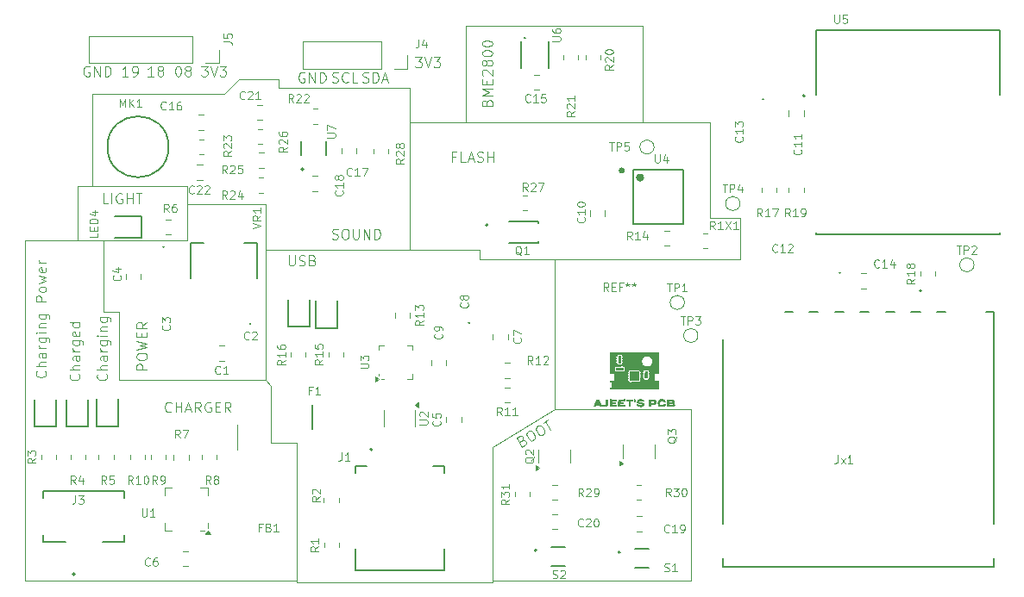
<source format=gbr>
%TF.GenerationSoftware,KiCad,Pcbnew,9.0.2*%
%TF.CreationDate,2025-06-28T16:23:08+05:30*%
%TF.ProjectId,ESP32 PCB,45535033-3220-4504-9342-2e6b69636164,rev?*%
%TF.SameCoordinates,Original*%
%TF.FileFunction,Legend,Top*%
%TF.FilePolarity,Positive*%
%FSLAX46Y46*%
G04 Gerber Fmt 4.6, Leading zero omitted, Abs format (unit mm)*
G04 Created by KiCad (PCBNEW 9.0.2) date 2025-06-28 16:23:08*
%MOMM*%
%LPD*%
G01*
G04 APERTURE LIST*
%ADD10C,0.100000*%
%ADD11C,0.120000*%
%ADD12C,0.127000*%
%ADD13C,0.200000*%
%ADD14C,0.000000*%
%ADD15C,0.203200*%
%ADD16C,0.152400*%
G04 APERTURE END LIST*
D10*
X173100000Y-139800000D02*
X173100000Y-139600000D01*
X173200000Y-139800000D02*
X173100000Y-139800000D01*
X192300000Y-139800000D02*
X173200000Y-139800000D01*
X192300000Y-126500000D02*
X192300000Y-139800000D01*
X188637217Y-97948609D02*
X188303884Y-97948609D01*
X188303884Y-98472419D02*
X188303884Y-97472419D01*
X188303884Y-97472419D02*
X188780074Y-97472419D01*
X189637217Y-98472419D02*
X189161027Y-98472419D01*
X189161027Y-98472419D02*
X189161027Y-97472419D01*
X189922932Y-98186704D02*
X190399122Y-98186704D01*
X189827694Y-98472419D02*
X190161027Y-97472419D01*
X190161027Y-97472419D02*
X190494360Y-98472419D01*
X190780075Y-98424800D02*
X190922932Y-98472419D01*
X190922932Y-98472419D02*
X191161027Y-98472419D01*
X191161027Y-98472419D02*
X191256265Y-98424800D01*
X191256265Y-98424800D02*
X191303884Y-98377180D01*
X191303884Y-98377180D02*
X191351503Y-98281942D01*
X191351503Y-98281942D02*
X191351503Y-98186704D01*
X191351503Y-98186704D02*
X191303884Y-98091466D01*
X191303884Y-98091466D02*
X191256265Y-98043847D01*
X191256265Y-98043847D02*
X191161027Y-97996228D01*
X191161027Y-97996228D02*
X190970551Y-97948609D01*
X190970551Y-97948609D02*
X190875313Y-97900990D01*
X190875313Y-97900990D02*
X190827694Y-97853371D01*
X190827694Y-97853371D02*
X190780075Y-97758133D01*
X190780075Y-97758133D02*
X190780075Y-97662895D01*
X190780075Y-97662895D02*
X190827694Y-97567657D01*
X190827694Y-97567657D02*
X190875313Y-97520038D01*
X190875313Y-97520038D02*
X190970551Y-97472419D01*
X190970551Y-97472419D02*
X191208646Y-97472419D01*
X191208646Y-97472419D02*
X191351503Y-97520038D01*
X191780075Y-98472419D02*
X191780075Y-97472419D01*
X191780075Y-97948609D02*
X192351503Y-97948609D01*
X192351503Y-98472419D02*
X192351503Y-97472419D01*
X197500000Y-108100000D02*
X191000000Y-108100000D01*
X216600000Y-108100000D02*
X197500000Y-108100000D01*
X216600000Y-104000000D02*
X216600000Y-108100000D01*
X213600000Y-104000000D02*
X216600000Y-104000000D01*
X213600000Y-96400000D02*
X213600000Y-104000000D01*
X213600000Y-94600000D02*
X213600000Y-96400000D01*
X207000000Y-94600000D02*
X213600000Y-94600000D01*
X189700000Y-94600000D02*
X184200000Y-94600000D01*
X195226151Y-125854770D02*
X195373678Y-125824581D01*
X195373678Y-125824581D02*
X195438727Y-125842011D01*
X195438727Y-125842011D02*
X195527585Y-125900680D01*
X195527585Y-125900680D02*
X195599014Y-126024398D01*
X195599014Y-126024398D02*
X195605394Y-126130686D01*
X195605394Y-126130686D02*
X195587964Y-126195734D01*
X195587964Y-126195734D02*
X195529295Y-126284593D01*
X195529295Y-126284593D02*
X195199380Y-126475069D01*
X195199380Y-126475069D02*
X194699380Y-125609044D01*
X194699380Y-125609044D02*
X194988056Y-125442377D01*
X194988056Y-125442377D02*
X195094344Y-125435997D01*
X195094344Y-125435997D02*
X195159393Y-125453427D01*
X195159393Y-125453427D02*
X195248251Y-125512096D01*
X195248251Y-125512096D02*
X195295870Y-125594575D01*
X195295870Y-125594575D02*
X195302250Y-125700863D01*
X195302250Y-125700863D02*
X195284820Y-125765912D01*
X195284820Y-125765912D02*
X195226151Y-125854770D01*
X195226151Y-125854770D02*
X194937476Y-126021437D01*
X195730363Y-125013806D02*
X195895320Y-124918567D01*
X195895320Y-124918567D02*
X196001608Y-124912188D01*
X196001608Y-124912188D02*
X196131706Y-124947047D01*
X196131706Y-124947047D02*
X196268184Y-125088195D01*
X196268184Y-125088195D02*
X196434850Y-125376870D01*
X196434850Y-125376870D02*
X196488849Y-125565637D01*
X196488849Y-125565637D02*
X196453989Y-125695734D01*
X196453989Y-125695734D02*
X196395320Y-125784593D01*
X196395320Y-125784593D02*
X196230363Y-125879831D01*
X196230363Y-125879831D02*
X196124075Y-125886211D01*
X196124075Y-125886211D02*
X195993977Y-125851351D01*
X195993977Y-125851351D02*
X195857500Y-125710203D01*
X195857500Y-125710203D02*
X195690833Y-125421528D01*
X195690833Y-125421528D02*
X195636834Y-125232762D01*
X195636834Y-125232762D02*
X195671694Y-125102664D01*
X195671694Y-125102664D02*
X195730363Y-125013806D01*
X196637628Y-124489996D02*
X196802585Y-124394758D01*
X196802585Y-124394758D02*
X196908873Y-124388378D01*
X196908873Y-124388378D02*
X197038971Y-124423238D01*
X197038971Y-124423238D02*
X197175448Y-124564385D01*
X197175448Y-124564385D02*
X197342115Y-124853061D01*
X197342115Y-124853061D02*
X197396114Y-125041827D01*
X197396114Y-125041827D02*
X197361254Y-125171925D01*
X197361254Y-125171925D02*
X197302585Y-125260783D01*
X197302585Y-125260783D02*
X197137628Y-125356021D01*
X197137628Y-125356021D02*
X197031340Y-125362401D01*
X197031340Y-125362401D02*
X196901242Y-125327542D01*
X196901242Y-125327542D02*
X196764765Y-125186394D01*
X196764765Y-125186394D02*
X196598098Y-124897719D01*
X196598098Y-124897719D02*
X196544099Y-124708952D01*
X196544099Y-124708952D02*
X196578959Y-124578854D01*
X196578959Y-124578854D02*
X196637628Y-124489996D01*
X197256217Y-124132853D02*
X197751089Y-123847139D01*
X198003653Y-124856021D02*
X197503653Y-123989996D01*
X193500000Y-139600000D02*
X192300000Y-139600000D01*
X211800000Y-139600000D02*
X193500000Y-139600000D01*
X211800000Y-122800000D02*
X211800000Y-139600000D01*
X198400000Y-122800000D02*
X211800000Y-122800000D01*
X172303884Y-107672419D02*
X172303884Y-108481942D01*
X172303884Y-108481942D02*
X172351503Y-108577180D01*
X172351503Y-108577180D02*
X172399122Y-108624800D01*
X172399122Y-108624800D02*
X172494360Y-108672419D01*
X172494360Y-108672419D02*
X172684836Y-108672419D01*
X172684836Y-108672419D02*
X172780074Y-108624800D01*
X172780074Y-108624800D02*
X172827693Y-108577180D01*
X172827693Y-108577180D02*
X172875312Y-108481942D01*
X172875312Y-108481942D02*
X172875312Y-107672419D01*
X173303884Y-108624800D02*
X173446741Y-108672419D01*
X173446741Y-108672419D02*
X173684836Y-108672419D01*
X173684836Y-108672419D02*
X173780074Y-108624800D01*
X173780074Y-108624800D02*
X173827693Y-108577180D01*
X173827693Y-108577180D02*
X173875312Y-108481942D01*
X173875312Y-108481942D02*
X173875312Y-108386704D01*
X173875312Y-108386704D02*
X173827693Y-108291466D01*
X173827693Y-108291466D02*
X173780074Y-108243847D01*
X173780074Y-108243847D02*
X173684836Y-108196228D01*
X173684836Y-108196228D02*
X173494360Y-108148609D01*
X173494360Y-108148609D02*
X173399122Y-108100990D01*
X173399122Y-108100990D02*
X173351503Y-108053371D01*
X173351503Y-108053371D02*
X173303884Y-107958133D01*
X173303884Y-107958133D02*
X173303884Y-107862895D01*
X173303884Y-107862895D02*
X173351503Y-107767657D01*
X173351503Y-107767657D02*
X173399122Y-107720038D01*
X173399122Y-107720038D02*
X173494360Y-107672419D01*
X173494360Y-107672419D02*
X173732455Y-107672419D01*
X173732455Y-107672419D02*
X173875312Y-107720038D01*
X174637217Y-108148609D02*
X174780074Y-108196228D01*
X174780074Y-108196228D02*
X174827693Y-108243847D01*
X174827693Y-108243847D02*
X174875312Y-108339085D01*
X174875312Y-108339085D02*
X174875312Y-108481942D01*
X174875312Y-108481942D02*
X174827693Y-108577180D01*
X174827693Y-108577180D02*
X174780074Y-108624800D01*
X174780074Y-108624800D02*
X174684836Y-108672419D01*
X174684836Y-108672419D02*
X174303884Y-108672419D01*
X174303884Y-108672419D02*
X174303884Y-107672419D01*
X174303884Y-107672419D02*
X174637217Y-107672419D01*
X174637217Y-107672419D02*
X174732455Y-107720038D01*
X174732455Y-107720038D02*
X174780074Y-107767657D01*
X174780074Y-107767657D02*
X174827693Y-107862895D01*
X174827693Y-107862895D02*
X174827693Y-107958133D01*
X174827693Y-107958133D02*
X174780074Y-108053371D01*
X174780074Y-108053371D02*
X174732455Y-108100990D01*
X174732455Y-108100990D02*
X174637217Y-108148609D01*
X174637217Y-108148609D02*
X174303884Y-108148609D01*
X170500000Y-120500000D02*
X170000000Y-119900000D01*
X170500000Y-126100000D02*
X170500000Y-120500000D01*
X173100000Y-126100000D02*
X170500000Y-126100000D01*
X173100000Y-139600000D02*
X173100000Y-126100000D01*
X198400000Y-122800000D02*
X192300000Y-126500000D01*
X198400000Y-108100000D02*
X198400000Y-110400000D01*
X191000000Y-107100000D02*
X191000000Y-108100000D01*
X184200000Y-107100000D02*
X191000000Y-107100000D01*
X189700000Y-94600000D02*
X207000000Y-94600000D01*
X207000000Y-85100000D02*
X189700000Y-85100000D01*
X207000000Y-94600000D02*
X207000000Y-85100000D01*
X189700000Y-85100000D02*
X189700000Y-94600000D01*
X191748609Y-92662782D02*
X191796228Y-92519925D01*
X191796228Y-92519925D02*
X191843847Y-92472306D01*
X191843847Y-92472306D02*
X191939085Y-92424687D01*
X191939085Y-92424687D02*
X192081942Y-92424687D01*
X192081942Y-92424687D02*
X192177180Y-92472306D01*
X192177180Y-92472306D02*
X192224800Y-92519925D01*
X192224800Y-92519925D02*
X192272419Y-92615163D01*
X192272419Y-92615163D02*
X192272419Y-92996115D01*
X192272419Y-92996115D02*
X191272419Y-92996115D01*
X191272419Y-92996115D02*
X191272419Y-92662782D01*
X191272419Y-92662782D02*
X191320038Y-92567544D01*
X191320038Y-92567544D02*
X191367657Y-92519925D01*
X191367657Y-92519925D02*
X191462895Y-92472306D01*
X191462895Y-92472306D02*
X191558133Y-92472306D01*
X191558133Y-92472306D02*
X191653371Y-92519925D01*
X191653371Y-92519925D02*
X191700990Y-92567544D01*
X191700990Y-92567544D02*
X191748609Y-92662782D01*
X191748609Y-92662782D02*
X191748609Y-92996115D01*
X192272419Y-91996115D02*
X191272419Y-91996115D01*
X191272419Y-91996115D02*
X191986704Y-91662782D01*
X191986704Y-91662782D02*
X191272419Y-91329449D01*
X191272419Y-91329449D02*
X192272419Y-91329449D01*
X191748609Y-90853258D02*
X191748609Y-90519925D01*
X192272419Y-90377068D02*
X192272419Y-90853258D01*
X192272419Y-90853258D02*
X191272419Y-90853258D01*
X191272419Y-90853258D02*
X191272419Y-90377068D01*
X191367657Y-89996115D02*
X191320038Y-89948496D01*
X191320038Y-89948496D02*
X191272419Y-89853258D01*
X191272419Y-89853258D02*
X191272419Y-89615163D01*
X191272419Y-89615163D02*
X191320038Y-89519925D01*
X191320038Y-89519925D02*
X191367657Y-89472306D01*
X191367657Y-89472306D02*
X191462895Y-89424687D01*
X191462895Y-89424687D02*
X191558133Y-89424687D01*
X191558133Y-89424687D02*
X191700990Y-89472306D01*
X191700990Y-89472306D02*
X192272419Y-90043734D01*
X192272419Y-90043734D02*
X192272419Y-89424687D01*
X191700990Y-88853258D02*
X191653371Y-88948496D01*
X191653371Y-88948496D02*
X191605752Y-88996115D01*
X191605752Y-88996115D02*
X191510514Y-89043734D01*
X191510514Y-89043734D02*
X191462895Y-89043734D01*
X191462895Y-89043734D02*
X191367657Y-88996115D01*
X191367657Y-88996115D02*
X191320038Y-88948496D01*
X191320038Y-88948496D02*
X191272419Y-88853258D01*
X191272419Y-88853258D02*
X191272419Y-88662782D01*
X191272419Y-88662782D02*
X191320038Y-88567544D01*
X191320038Y-88567544D02*
X191367657Y-88519925D01*
X191367657Y-88519925D02*
X191462895Y-88472306D01*
X191462895Y-88472306D02*
X191510514Y-88472306D01*
X191510514Y-88472306D02*
X191605752Y-88519925D01*
X191605752Y-88519925D02*
X191653371Y-88567544D01*
X191653371Y-88567544D02*
X191700990Y-88662782D01*
X191700990Y-88662782D02*
X191700990Y-88853258D01*
X191700990Y-88853258D02*
X191748609Y-88948496D01*
X191748609Y-88948496D02*
X191796228Y-88996115D01*
X191796228Y-88996115D02*
X191891466Y-89043734D01*
X191891466Y-89043734D02*
X192081942Y-89043734D01*
X192081942Y-89043734D02*
X192177180Y-88996115D01*
X192177180Y-88996115D02*
X192224800Y-88948496D01*
X192224800Y-88948496D02*
X192272419Y-88853258D01*
X192272419Y-88853258D02*
X192272419Y-88662782D01*
X192272419Y-88662782D02*
X192224800Y-88567544D01*
X192224800Y-88567544D02*
X192177180Y-88519925D01*
X192177180Y-88519925D02*
X192081942Y-88472306D01*
X192081942Y-88472306D02*
X191891466Y-88472306D01*
X191891466Y-88472306D02*
X191796228Y-88519925D01*
X191796228Y-88519925D02*
X191748609Y-88567544D01*
X191748609Y-88567544D02*
X191700990Y-88662782D01*
X191272419Y-87853258D02*
X191272419Y-87758020D01*
X191272419Y-87758020D02*
X191320038Y-87662782D01*
X191320038Y-87662782D02*
X191367657Y-87615163D01*
X191367657Y-87615163D02*
X191462895Y-87567544D01*
X191462895Y-87567544D02*
X191653371Y-87519925D01*
X191653371Y-87519925D02*
X191891466Y-87519925D01*
X191891466Y-87519925D02*
X192081942Y-87567544D01*
X192081942Y-87567544D02*
X192177180Y-87615163D01*
X192177180Y-87615163D02*
X192224800Y-87662782D01*
X192224800Y-87662782D02*
X192272419Y-87758020D01*
X192272419Y-87758020D02*
X192272419Y-87853258D01*
X192272419Y-87853258D02*
X192224800Y-87948496D01*
X192224800Y-87948496D02*
X192177180Y-87996115D01*
X192177180Y-87996115D02*
X192081942Y-88043734D01*
X192081942Y-88043734D02*
X191891466Y-88091353D01*
X191891466Y-88091353D02*
X191653371Y-88091353D01*
X191653371Y-88091353D02*
X191462895Y-88043734D01*
X191462895Y-88043734D02*
X191367657Y-87996115D01*
X191367657Y-87996115D02*
X191320038Y-87948496D01*
X191320038Y-87948496D02*
X191272419Y-87853258D01*
X191272419Y-86900877D02*
X191272419Y-86805639D01*
X191272419Y-86805639D02*
X191320038Y-86710401D01*
X191320038Y-86710401D02*
X191367657Y-86662782D01*
X191367657Y-86662782D02*
X191462895Y-86615163D01*
X191462895Y-86615163D02*
X191653371Y-86567544D01*
X191653371Y-86567544D02*
X191891466Y-86567544D01*
X191891466Y-86567544D02*
X192081942Y-86615163D01*
X192081942Y-86615163D02*
X192177180Y-86662782D01*
X192177180Y-86662782D02*
X192224800Y-86710401D01*
X192224800Y-86710401D02*
X192272419Y-86805639D01*
X192272419Y-86805639D02*
X192272419Y-86900877D01*
X192272419Y-86900877D02*
X192224800Y-86996115D01*
X192224800Y-86996115D02*
X192177180Y-87043734D01*
X192177180Y-87043734D02*
X192081942Y-87091353D01*
X192081942Y-87091353D02*
X191891466Y-87138972D01*
X191891466Y-87138972D02*
X191653371Y-87138972D01*
X191653371Y-87138972D02*
X191462895Y-87091353D01*
X191462895Y-87091353D02*
X191367657Y-87043734D01*
X191367657Y-87043734D02*
X191320038Y-86996115D01*
X191320038Y-86996115D02*
X191272419Y-86900877D01*
X158372419Y-118896115D02*
X157372419Y-118896115D01*
X157372419Y-118896115D02*
X157372419Y-118515163D01*
X157372419Y-118515163D02*
X157420038Y-118419925D01*
X157420038Y-118419925D02*
X157467657Y-118372306D01*
X157467657Y-118372306D02*
X157562895Y-118324687D01*
X157562895Y-118324687D02*
X157705752Y-118324687D01*
X157705752Y-118324687D02*
X157800990Y-118372306D01*
X157800990Y-118372306D02*
X157848609Y-118419925D01*
X157848609Y-118419925D02*
X157896228Y-118515163D01*
X157896228Y-118515163D02*
X157896228Y-118896115D01*
X157372419Y-117705639D02*
X157372419Y-117515163D01*
X157372419Y-117515163D02*
X157420038Y-117419925D01*
X157420038Y-117419925D02*
X157515276Y-117324687D01*
X157515276Y-117324687D02*
X157705752Y-117277068D01*
X157705752Y-117277068D02*
X158039085Y-117277068D01*
X158039085Y-117277068D02*
X158229561Y-117324687D01*
X158229561Y-117324687D02*
X158324800Y-117419925D01*
X158324800Y-117419925D02*
X158372419Y-117515163D01*
X158372419Y-117515163D02*
X158372419Y-117705639D01*
X158372419Y-117705639D02*
X158324800Y-117800877D01*
X158324800Y-117800877D02*
X158229561Y-117896115D01*
X158229561Y-117896115D02*
X158039085Y-117943734D01*
X158039085Y-117943734D02*
X157705752Y-117943734D01*
X157705752Y-117943734D02*
X157515276Y-117896115D01*
X157515276Y-117896115D02*
X157420038Y-117800877D01*
X157420038Y-117800877D02*
X157372419Y-117705639D01*
X157372419Y-116943734D02*
X158372419Y-116705639D01*
X158372419Y-116705639D02*
X157658133Y-116515163D01*
X157658133Y-116515163D02*
X158372419Y-116324687D01*
X158372419Y-116324687D02*
X157372419Y-116086592D01*
X157848609Y-115705639D02*
X157848609Y-115372306D01*
X158372419Y-115229449D02*
X158372419Y-115705639D01*
X158372419Y-115705639D02*
X157372419Y-115705639D01*
X157372419Y-115705639D02*
X157372419Y-115229449D01*
X158372419Y-114229449D02*
X157896228Y-114562782D01*
X158372419Y-114800877D02*
X157372419Y-114800877D01*
X157372419Y-114800877D02*
X157372419Y-114419925D01*
X157372419Y-114419925D02*
X157420038Y-114324687D01*
X157420038Y-114324687D02*
X157467657Y-114277068D01*
X157467657Y-114277068D02*
X157562895Y-114229449D01*
X157562895Y-114229449D02*
X157705752Y-114229449D01*
X157705752Y-114229449D02*
X157800990Y-114277068D01*
X157800990Y-114277068D02*
X157848609Y-114324687D01*
X157848609Y-114324687D02*
X157896228Y-114419925D01*
X157896228Y-114419925D02*
X157896228Y-114800877D01*
X170000000Y-119900000D02*
X170000000Y-107100000D01*
X156800000Y-119900000D02*
X170000000Y-119900000D01*
X154100000Y-106200000D02*
X154100000Y-113200000D01*
X154580074Y-102572419D02*
X154103884Y-102572419D01*
X154103884Y-102572419D02*
X154103884Y-101572419D01*
X154913408Y-102572419D02*
X154913408Y-101572419D01*
X155913407Y-101620038D02*
X155818169Y-101572419D01*
X155818169Y-101572419D02*
X155675312Y-101572419D01*
X155675312Y-101572419D02*
X155532455Y-101620038D01*
X155532455Y-101620038D02*
X155437217Y-101715276D01*
X155437217Y-101715276D02*
X155389598Y-101810514D01*
X155389598Y-101810514D02*
X155341979Y-102000990D01*
X155341979Y-102000990D02*
X155341979Y-102143847D01*
X155341979Y-102143847D02*
X155389598Y-102334323D01*
X155389598Y-102334323D02*
X155437217Y-102429561D01*
X155437217Y-102429561D02*
X155532455Y-102524800D01*
X155532455Y-102524800D02*
X155675312Y-102572419D01*
X155675312Y-102572419D02*
X155770550Y-102572419D01*
X155770550Y-102572419D02*
X155913407Y-102524800D01*
X155913407Y-102524800D02*
X155961026Y-102477180D01*
X155961026Y-102477180D02*
X155961026Y-102143847D01*
X155961026Y-102143847D02*
X155770550Y-102143847D01*
X156389598Y-102572419D02*
X156389598Y-101572419D01*
X156389598Y-102048609D02*
X156961026Y-102048609D01*
X156961026Y-102572419D02*
X156961026Y-101572419D01*
X157294360Y-101572419D02*
X157865788Y-101572419D01*
X157580074Y-102572419D02*
X157580074Y-101572419D01*
X151600000Y-100900000D02*
X153000000Y-100900000D01*
X151600000Y-106200000D02*
X151600000Y-100900000D01*
X155225000Y-106200000D02*
X151600000Y-106200000D01*
X156550000Y-106200000D02*
X155225000Y-106200000D01*
X162300000Y-106200000D02*
X156550000Y-106200000D01*
X162300000Y-106100000D02*
X162300000Y-106200000D01*
X162300000Y-102600000D02*
X162300000Y-106100000D01*
X176556265Y-106024800D02*
X176699122Y-106072419D01*
X176699122Y-106072419D02*
X176937217Y-106072419D01*
X176937217Y-106072419D02*
X177032455Y-106024800D01*
X177032455Y-106024800D02*
X177080074Y-105977180D01*
X177080074Y-105977180D02*
X177127693Y-105881942D01*
X177127693Y-105881942D02*
X177127693Y-105786704D01*
X177127693Y-105786704D02*
X177080074Y-105691466D01*
X177080074Y-105691466D02*
X177032455Y-105643847D01*
X177032455Y-105643847D02*
X176937217Y-105596228D01*
X176937217Y-105596228D02*
X176746741Y-105548609D01*
X176746741Y-105548609D02*
X176651503Y-105500990D01*
X176651503Y-105500990D02*
X176603884Y-105453371D01*
X176603884Y-105453371D02*
X176556265Y-105358133D01*
X176556265Y-105358133D02*
X176556265Y-105262895D01*
X176556265Y-105262895D02*
X176603884Y-105167657D01*
X176603884Y-105167657D02*
X176651503Y-105120038D01*
X176651503Y-105120038D02*
X176746741Y-105072419D01*
X176746741Y-105072419D02*
X176984836Y-105072419D01*
X176984836Y-105072419D02*
X177127693Y-105120038D01*
X177746741Y-105072419D02*
X177937217Y-105072419D01*
X177937217Y-105072419D02*
X178032455Y-105120038D01*
X178032455Y-105120038D02*
X178127693Y-105215276D01*
X178127693Y-105215276D02*
X178175312Y-105405752D01*
X178175312Y-105405752D02*
X178175312Y-105739085D01*
X178175312Y-105739085D02*
X178127693Y-105929561D01*
X178127693Y-105929561D02*
X178032455Y-106024800D01*
X178032455Y-106024800D02*
X177937217Y-106072419D01*
X177937217Y-106072419D02*
X177746741Y-106072419D01*
X177746741Y-106072419D02*
X177651503Y-106024800D01*
X177651503Y-106024800D02*
X177556265Y-105929561D01*
X177556265Y-105929561D02*
X177508646Y-105739085D01*
X177508646Y-105739085D02*
X177508646Y-105405752D01*
X177508646Y-105405752D02*
X177556265Y-105215276D01*
X177556265Y-105215276D02*
X177651503Y-105120038D01*
X177651503Y-105120038D02*
X177746741Y-105072419D01*
X178603884Y-105072419D02*
X178603884Y-105881942D01*
X178603884Y-105881942D02*
X178651503Y-105977180D01*
X178651503Y-105977180D02*
X178699122Y-106024800D01*
X178699122Y-106024800D02*
X178794360Y-106072419D01*
X178794360Y-106072419D02*
X178984836Y-106072419D01*
X178984836Y-106072419D02*
X179080074Y-106024800D01*
X179080074Y-106024800D02*
X179127693Y-105977180D01*
X179127693Y-105977180D02*
X179175312Y-105881942D01*
X179175312Y-105881942D02*
X179175312Y-105072419D01*
X179651503Y-106072419D02*
X179651503Y-105072419D01*
X179651503Y-105072419D02*
X180222931Y-106072419D01*
X180222931Y-106072419D02*
X180222931Y-105072419D01*
X180699122Y-106072419D02*
X180699122Y-105072419D01*
X180699122Y-105072419D02*
X180937217Y-105072419D01*
X180937217Y-105072419D02*
X181080074Y-105120038D01*
X181080074Y-105120038D02*
X181175312Y-105215276D01*
X181175312Y-105215276D02*
X181222931Y-105310514D01*
X181222931Y-105310514D02*
X181270550Y-105500990D01*
X181270550Y-105500990D02*
X181270550Y-105643847D01*
X181270550Y-105643847D02*
X181222931Y-105834323D01*
X181222931Y-105834323D02*
X181175312Y-105929561D01*
X181175312Y-105929561D02*
X181080074Y-106024800D01*
X181080074Y-106024800D02*
X180937217Y-106072419D01*
X180937217Y-106072419D02*
X180699122Y-106072419D01*
X162300000Y-100900000D02*
X153000000Y-100900000D01*
X162300000Y-102600000D02*
X162300000Y-100900000D01*
X170000000Y-102600000D02*
X162300000Y-102600000D01*
X170000000Y-107100000D02*
X170000000Y-102600000D01*
X170200000Y-107100000D02*
X170000000Y-107100000D01*
X184200000Y-107100000D02*
X170000000Y-107100000D01*
X184200000Y-91200000D02*
X184200000Y-107100000D01*
X171300000Y-91200000D02*
X184200000Y-91200000D01*
X171300000Y-90400000D02*
X171300000Y-91200000D01*
X167400000Y-90400000D02*
X171300000Y-90400000D01*
X166000000Y-91800000D02*
X167400000Y-90400000D01*
X153000000Y-91800000D02*
X166000000Y-91800000D01*
X153000000Y-100900000D02*
X153000000Y-91800000D01*
X184708646Y-88202419D02*
X185327693Y-88202419D01*
X185327693Y-88202419D02*
X184994360Y-88583371D01*
X184994360Y-88583371D02*
X185137217Y-88583371D01*
X185137217Y-88583371D02*
X185232455Y-88630990D01*
X185232455Y-88630990D02*
X185280074Y-88678609D01*
X185280074Y-88678609D02*
X185327693Y-88773847D01*
X185327693Y-88773847D02*
X185327693Y-89011942D01*
X185327693Y-89011942D02*
X185280074Y-89107180D01*
X185280074Y-89107180D02*
X185232455Y-89154800D01*
X185232455Y-89154800D02*
X185137217Y-89202419D01*
X185137217Y-89202419D02*
X184851503Y-89202419D01*
X184851503Y-89202419D02*
X184756265Y-89154800D01*
X184756265Y-89154800D02*
X184708646Y-89107180D01*
X185613408Y-88202419D02*
X185946741Y-89202419D01*
X185946741Y-89202419D02*
X186280074Y-88202419D01*
X186518170Y-88202419D02*
X187137217Y-88202419D01*
X187137217Y-88202419D02*
X186803884Y-88583371D01*
X186803884Y-88583371D02*
X186946741Y-88583371D01*
X186946741Y-88583371D02*
X187041979Y-88630990D01*
X187041979Y-88630990D02*
X187089598Y-88678609D01*
X187089598Y-88678609D02*
X187137217Y-88773847D01*
X187137217Y-88773847D02*
X187137217Y-89011942D01*
X187137217Y-89011942D02*
X187089598Y-89107180D01*
X187089598Y-89107180D02*
X187041979Y-89154800D01*
X187041979Y-89154800D02*
X186946741Y-89202419D01*
X186946741Y-89202419D02*
X186661027Y-89202419D01*
X186661027Y-89202419D02*
X186565789Y-89154800D01*
X186565789Y-89154800D02*
X186518170Y-89107180D01*
X179556265Y-90624800D02*
X179699122Y-90672419D01*
X179699122Y-90672419D02*
X179937217Y-90672419D01*
X179937217Y-90672419D02*
X180032455Y-90624800D01*
X180032455Y-90624800D02*
X180080074Y-90577180D01*
X180080074Y-90577180D02*
X180127693Y-90481942D01*
X180127693Y-90481942D02*
X180127693Y-90386704D01*
X180127693Y-90386704D02*
X180080074Y-90291466D01*
X180080074Y-90291466D02*
X180032455Y-90243847D01*
X180032455Y-90243847D02*
X179937217Y-90196228D01*
X179937217Y-90196228D02*
X179746741Y-90148609D01*
X179746741Y-90148609D02*
X179651503Y-90100990D01*
X179651503Y-90100990D02*
X179603884Y-90053371D01*
X179603884Y-90053371D02*
X179556265Y-89958133D01*
X179556265Y-89958133D02*
X179556265Y-89862895D01*
X179556265Y-89862895D02*
X179603884Y-89767657D01*
X179603884Y-89767657D02*
X179651503Y-89720038D01*
X179651503Y-89720038D02*
X179746741Y-89672419D01*
X179746741Y-89672419D02*
X179984836Y-89672419D01*
X179984836Y-89672419D02*
X180127693Y-89720038D01*
X180556265Y-90672419D02*
X180556265Y-89672419D01*
X180556265Y-89672419D02*
X180794360Y-89672419D01*
X180794360Y-89672419D02*
X180937217Y-89720038D01*
X180937217Y-89720038D02*
X181032455Y-89815276D01*
X181032455Y-89815276D02*
X181080074Y-89910514D01*
X181080074Y-89910514D02*
X181127693Y-90100990D01*
X181127693Y-90100990D02*
X181127693Y-90243847D01*
X181127693Y-90243847D02*
X181080074Y-90434323D01*
X181080074Y-90434323D02*
X181032455Y-90529561D01*
X181032455Y-90529561D02*
X180937217Y-90624800D01*
X180937217Y-90624800D02*
X180794360Y-90672419D01*
X180794360Y-90672419D02*
X180556265Y-90672419D01*
X181508646Y-90386704D02*
X181984836Y-90386704D01*
X181413408Y-90672419D02*
X181746741Y-89672419D01*
X181746741Y-89672419D02*
X182080074Y-90672419D01*
X176556265Y-90624800D02*
X176699122Y-90672419D01*
X176699122Y-90672419D02*
X176937217Y-90672419D01*
X176937217Y-90672419D02*
X177032455Y-90624800D01*
X177032455Y-90624800D02*
X177080074Y-90577180D01*
X177080074Y-90577180D02*
X177127693Y-90481942D01*
X177127693Y-90481942D02*
X177127693Y-90386704D01*
X177127693Y-90386704D02*
X177080074Y-90291466D01*
X177080074Y-90291466D02*
X177032455Y-90243847D01*
X177032455Y-90243847D02*
X176937217Y-90196228D01*
X176937217Y-90196228D02*
X176746741Y-90148609D01*
X176746741Y-90148609D02*
X176651503Y-90100990D01*
X176651503Y-90100990D02*
X176603884Y-90053371D01*
X176603884Y-90053371D02*
X176556265Y-89958133D01*
X176556265Y-89958133D02*
X176556265Y-89862895D01*
X176556265Y-89862895D02*
X176603884Y-89767657D01*
X176603884Y-89767657D02*
X176651503Y-89720038D01*
X176651503Y-89720038D02*
X176746741Y-89672419D01*
X176746741Y-89672419D02*
X176984836Y-89672419D01*
X176984836Y-89672419D02*
X177127693Y-89720038D01*
X178127693Y-90577180D02*
X178080074Y-90624800D01*
X178080074Y-90624800D02*
X177937217Y-90672419D01*
X177937217Y-90672419D02*
X177841979Y-90672419D01*
X177841979Y-90672419D02*
X177699122Y-90624800D01*
X177699122Y-90624800D02*
X177603884Y-90529561D01*
X177603884Y-90529561D02*
X177556265Y-90434323D01*
X177556265Y-90434323D02*
X177508646Y-90243847D01*
X177508646Y-90243847D02*
X177508646Y-90100990D01*
X177508646Y-90100990D02*
X177556265Y-89910514D01*
X177556265Y-89910514D02*
X177603884Y-89815276D01*
X177603884Y-89815276D02*
X177699122Y-89720038D01*
X177699122Y-89720038D02*
X177841979Y-89672419D01*
X177841979Y-89672419D02*
X177937217Y-89672419D01*
X177937217Y-89672419D02*
X178080074Y-89720038D01*
X178080074Y-89720038D02*
X178127693Y-89767657D01*
X179032455Y-90672419D02*
X178556265Y-90672419D01*
X178556265Y-90672419D02*
X178556265Y-89672419D01*
X173827693Y-89720038D02*
X173732455Y-89672419D01*
X173732455Y-89672419D02*
X173589598Y-89672419D01*
X173589598Y-89672419D02*
X173446741Y-89720038D01*
X173446741Y-89720038D02*
X173351503Y-89815276D01*
X173351503Y-89815276D02*
X173303884Y-89910514D01*
X173303884Y-89910514D02*
X173256265Y-90100990D01*
X173256265Y-90100990D02*
X173256265Y-90243847D01*
X173256265Y-90243847D02*
X173303884Y-90434323D01*
X173303884Y-90434323D02*
X173351503Y-90529561D01*
X173351503Y-90529561D02*
X173446741Y-90624800D01*
X173446741Y-90624800D02*
X173589598Y-90672419D01*
X173589598Y-90672419D02*
X173684836Y-90672419D01*
X173684836Y-90672419D02*
X173827693Y-90624800D01*
X173827693Y-90624800D02*
X173875312Y-90577180D01*
X173875312Y-90577180D02*
X173875312Y-90243847D01*
X173875312Y-90243847D02*
X173684836Y-90243847D01*
X174303884Y-90672419D02*
X174303884Y-89672419D01*
X174303884Y-89672419D02*
X174875312Y-90672419D01*
X174875312Y-90672419D02*
X174875312Y-89672419D01*
X175351503Y-90672419D02*
X175351503Y-89672419D01*
X175351503Y-89672419D02*
X175589598Y-89672419D01*
X175589598Y-89672419D02*
X175732455Y-89720038D01*
X175732455Y-89720038D02*
X175827693Y-89815276D01*
X175827693Y-89815276D02*
X175875312Y-89910514D01*
X175875312Y-89910514D02*
X175922931Y-90100990D01*
X175922931Y-90100990D02*
X175922931Y-90243847D01*
X175922931Y-90243847D02*
X175875312Y-90434323D01*
X175875312Y-90434323D02*
X175827693Y-90529561D01*
X175827693Y-90529561D02*
X175732455Y-90624800D01*
X175732455Y-90624800D02*
X175589598Y-90672419D01*
X175589598Y-90672419D02*
X175351503Y-90672419D01*
X163708646Y-89072419D02*
X164327693Y-89072419D01*
X164327693Y-89072419D02*
X163994360Y-89453371D01*
X163994360Y-89453371D02*
X164137217Y-89453371D01*
X164137217Y-89453371D02*
X164232455Y-89500990D01*
X164232455Y-89500990D02*
X164280074Y-89548609D01*
X164280074Y-89548609D02*
X164327693Y-89643847D01*
X164327693Y-89643847D02*
X164327693Y-89881942D01*
X164327693Y-89881942D02*
X164280074Y-89977180D01*
X164280074Y-89977180D02*
X164232455Y-90024800D01*
X164232455Y-90024800D02*
X164137217Y-90072419D01*
X164137217Y-90072419D02*
X163851503Y-90072419D01*
X163851503Y-90072419D02*
X163756265Y-90024800D01*
X163756265Y-90024800D02*
X163708646Y-89977180D01*
X164613408Y-89072419D02*
X164946741Y-90072419D01*
X164946741Y-90072419D02*
X165280074Y-89072419D01*
X165518170Y-89072419D02*
X166137217Y-89072419D01*
X166137217Y-89072419D02*
X165803884Y-89453371D01*
X165803884Y-89453371D02*
X165946741Y-89453371D01*
X165946741Y-89453371D02*
X166041979Y-89500990D01*
X166041979Y-89500990D02*
X166089598Y-89548609D01*
X166089598Y-89548609D02*
X166137217Y-89643847D01*
X166137217Y-89643847D02*
X166137217Y-89881942D01*
X166137217Y-89881942D02*
X166089598Y-89977180D01*
X166089598Y-89977180D02*
X166041979Y-90024800D01*
X166041979Y-90024800D02*
X165946741Y-90072419D01*
X165946741Y-90072419D02*
X165661027Y-90072419D01*
X165661027Y-90072419D02*
X165565789Y-90024800D01*
X165565789Y-90024800D02*
X165518170Y-89977180D01*
X161394360Y-89072419D02*
X161489598Y-89072419D01*
X161489598Y-89072419D02*
X161584836Y-89120038D01*
X161584836Y-89120038D02*
X161632455Y-89167657D01*
X161632455Y-89167657D02*
X161680074Y-89262895D01*
X161680074Y-89262895D02*
X161727693Y-89453371D01*
X161727693Y-89453371D02*
X161727693Y-89691466D01*
X161727693Y-89691466D02*
X161680074Y-89881942D01*
X161680074Y-89881942D02*
X161632455Y-89977180D01*
X161632455Y-89977180D02*
X161584836Y-90024800D01*
X161584836Y-90024800D02*
X161489598Y-90072419D01*
X161489598Y-90072419D02*
X161394360Y-90072419D01*
X161394360Y-90072419D02*
X161299122Y-90024800D01*
X161299122Y-90024800D02*
X161251503Y-89977180D01*
X161251503Y-89977180D02*
X161203884Y-89881942D01*
X161203884Y-89881942D02*
X161156265Y-89691466D01*
X161156265Y-89691466D02*
X161156265Y-89453371D01*
X161156265Y-89453371D02*
X161203884Y-89262895D01*
X161203884Y-89262895D02*
X161251503Y-89167657D01*
X161251503Y-89167657D02*
X161299122Y-89120038D01*
X161299122Y-89120038D02*
X161394360Y-89072419D01*
X162299122Y-89500990D02*
X162203884Y-89453371D01*
X162203884Y-89453371D02*
X162156265Y-89405752D01*
X162156265Y-89405752D02*
X162108646Y-89310514D01*
X162108646Y-89310514D02*
X162108646Y-89262895D01*
X162108646Y-89262895D02*
X162156265Y-89167657D01*
X162156265Y-89167657D02*
X162203884Y-89120038D01*
X162203884Y-89120038D02*
X162299122Y-89072419D01*
X162299122Y-89072419D02*
X162489598Y-89072419D01*
X162489598Y-89072419D02*
X162584836Y-89120038D01*
X162584836Y-89120038D02*
X162632455Y-89167657D01*
X162632455Y-89167657D02*
X162680074Y-89262895D01*
X162680074Y-89262895D02*
X162680074Y-89310514D01*
X162680074Y-89310514D02*
X162632455Y-89405752D01*
X162632455Y-89405752D02*
X162584836Y-89453371D01*
X162584836Y-89453371D02*
X162489598Y-89500990D01*
X162489598Y-89500990D02*
X162299122Y-89500990D01*
X162299122Y-89500990D02*
X162203884Y-89548609D01*
X162203884Y-89548609D02*
X162156265Y-89596228D01*
X162156265Y-89596228D02*
X162108646Y-89691466D01*
X162108646Y-89691466D02*
X162108646Y-89881942D01*
X162108646Y-89881942D02*
X162156265Y-89977180D01*
X162156265Y-89977180D02*
X162203884Y-90024800D01*
X162203884Y-90024800D02*
X162299122Y-90072419D01*
X162299122Y-90072419D02*
X162489598Y-90072419D01*
X162489598Y-90072419D02*
X162584836Y-90024800D01*
X162584836Y-90024800D02*
X162632455Y-89977180D01*
X162632455Y-89977180D02*
X162680074Y-89881942D01*
X162680074Y-89881942D02*
X162680074Y-89691466D01*
X162680074Y-89691466D02*
X162632455Y-89596228D01*
X162632455Y-89596228D02*
X162584836Y-89548609D01*
X162584836Y-89548609D02*
X162489598Y-89500990D01*
X159027693Y-90072419D02*
X158456265Y-90072419D01*
X158741979Y-90072419D02*
X158741979Y-89072419D01*
X158741979Y-89072419D02*
X158646741Y-89215276D01*
X158646741Y-89215276D02*
X158551503Y-89310514D01*
X158551503Y-89310514D02*
X158456265Y-89358133D01*
X159599122Y-89500990D02*
X159503884Y-89453371D01*
X159503884Y-89453371D02*
X159456265Y-89405752D01*
X159456265Y-89405752D02*
X159408646Y-89310514D01*
X159408646Y-89310514D02*
X159408646Y-89262895D01*
X159408646Y-89262895D02*
X159456265Y-89167657D01*
X159456265Y-89167657D02*
X159503884Y-89120038D01*
X159503884Y-89120038D02*
X159599122Y-89072419D01*
X159599122Y-89072419D02*
X159789598Y-89072419D01*
X159789598Y-89072419D02*
X159884836Y-89120038D01*
X159884836Y-89120038D02*
X159932455Y-89167657D01*
X159932455Y-89167657D02*
X159980074Y-89262895D01*
X159980074Y-89262895D02*
X159980074Y-89310514D01*
X159980074Y-89310514D02*
X159932455Y-89405752D01*
X159932455Y-89405752D02*
X159884836Y-89453371D01*
X159884836Y-89453371D02*
X159789598Y-89500990D01*
X159789598Y-89500990D02*
X159599122Y-89500990D01*
X159599122Y-89500990D02*
X159503884Y-89548609D01*
X159503884Y-89548609D02*
X159456265Y-89596228D01*
X159456265Y-89596228D02*
X159408646Y-89691466D01*
X159408646Y-89691466D02*
X159408646Y-89881942D01*
X159408646Y-89881942D02*
X159456265Y-89977180D01*
X159456265Y-89977180D02*
X159503884Y-90024800D01*
X159503884Y-90024800D02*
X159599122Y-90072419D01*
X159599122Y-90072419D02*
X159789598Y-90072419D01*
X159789598Y-90072419D02*
X159884836Y-90024800D01*
X159884836Y-90024800D02*
X159932455Y-89977180D01*
X159932455Y-89977180D02*
X159980074Y-89881942D01*
X159980074Y-89881942D02*
X159980074Y-89691466D01*
X159980074Y-89691466D02*
X159932455Y-89596228D01*
X159932455Y-89596228D02*
X159884836Y-89548609D01*
X159884836Y-89548609D02*
X159789598Y-89500990D01*
X156527693Y-90072419D02*
X155956265Y-90072419D01*
X156241979Y-90072419D02*
X156241979Y-89072419D01*
X156241979Y-89072419D02*
X156146741Y-89215276D01*
X156146741Y-89215276D02*
X156051503Y-89310514D01*
X156051503Y-89310514D02*
X155956265Y-89358133D01*
X157003884Y-90072419D02*
X157194360Y-90072419D01*
X157194360Y-90072419D02*
X157289598Y-90024800D01*
X157289598Y-90024800D02*
X157337217Y-89977180D01*
X157337217Y-89977180D02*
X157432455Y-89834323D01*
X157432455Y-89834323D02*
X157480074Y-89643847D01*
X157480074Y-89643847D02*
X157480074Y-89262895D01*
X157480074Y-89262895D02*
X157432455Y-89167657D01*
X157432455Y-89167657D02*
X157384836Y-89120038D01*
X157384836Y-89120038D02*
X157289598Y-89072419D01*
X157289598Y-89072419D02*
X157099122Y-89072419D01*
X157099122Y-89072419D02*
X157003884Y-89120038D01*
X157003884Y-89120038D02*
X156956265Y-89167657D01*
X156956265Y-89167657D02*
X156908646Y-89262895D01*
X156908646Y-89262895D02*
X156908646Y-89500990D01*
X156908646Y-89500990D02*
X156956265Y-89596228D01*
X156956265Y-89596228D02*
X157003884Y-89643847D01*
X157003884Y-89643847D02*
X157099122Y-89691466D01*
X157099122Y-89691466D02*
X157289598Y-89691466D01*
X157289598Y-89691466D02*
X157384836Y-89643847D01*
X157384836Y-89643847D02*
X157432455Y-89596228D01*
X157432455Y-89596228D02*
X157480074Y-89500990D01*
X152727693Y-89120038D02*
X152632455Y-89072419D01*
X152632455Y-89072419D02*
X152489598Y-89072419D01*
X152489598Y-89072419D02*
X152346741Y-89120038D01*
X152346741Y-89120038D02*
X152251503Y-89215276D01*
X152251503Y-89215276D02*
X152203884Y-89310514D01*
X152203884Y-89310514D02*
X152156265Y-89500990D01*
X152156265Y-89500990D02*
X152156265Y-89643847D01*
X152156265Y-89643847D02*
X152203884Y-89834323D01*
X152203884Y-89834323D02*
X152251503Y-89929561D01*
X152251503Y-89929561D02*
X152346741Y-90024800D01*
X152346741Y-90024800D02*
X152489598Y-90072419D01*
X152489598Y-90072419D02*
X152584836Y-90072419D01*
X152584836Y-90072419D02*
X152727693Y-90024800D01*
X152727693Y-90024800D02*
X152775312Y-89977180D01*
X152775312Y-89977180D02*
X152775312Y-89643847D01*
X152775312Y-89643847D02*
X152584836Y-89643847D01*
X153203884Y-90072419D02*
X153203884Y-89072419D01*
X153203884Y-89072419D02*
X153775312Y-90072419D01*
X153775312Y-90072419D02*
X153775312Y-89072419D01*
X154251503Y-90072419D02*
X154251503Y-89072419D01*
X154251503Y-89072419D02*
X154489598Y-89072419D01*
X154489598Y-89072419D02*
X154632455Y-89120038D01*
X154632455Y-89120038D02*
X154727693Y-89215276D01*
X154727693Y-89215276D02*
X154775312Y-89310514D01*
X154775312Y-89310514D02*
X154822931Y-89500990D01*
X154822931Y-89500990D02*
X154822931Y-89643847D01*
X154822931Y-89643847D02*
X154775312Y-89834323D01*
X154775312Y-89834323D02*
X154727693Y-89929561D01*
X154727693Y-89929561D02*
X154632455Y-90024800D01*
X154632455Y-90024800D02*
X154489598Y-90072419D01*
X154489598Y-90072419D02*
X154251503Y-90072419D01*
X155600000Y-119900000D02*
X156800000Y-119900000D01*
X155600000Y-113200000D02*
X155600000Y-119900000D01*
X154100000Y-113200000D02*
X155600000Y-113200000D01*
X146400000Y-106200000D02*
X151600000Y-106200000D01*
X146400000Y-120200000D02*
X146400000Y-106200000D01*
X154377180Y-119324687D02*
X154424800Y-119372306D01*
X154424800Y-119372306D02*
X154472419Y-119515163D01*
X154472419Y-119515163D02*
X154472419Y-119610401D01*
X154472419Y-119610401D02*
X154424800Y-119753258D01*
X154424800Y-119753258D02*
X154329561Y-119848496D01*
X154329561Y-119848496D02*
X154234323Y-119896115D01*
X154234323Y-119896115D02*
X154043847Y-119943734D01*
X154043847Y-119943734D02*
X153900990Y-119943734D01*
X153900990Y-119943734D02*
X153710514Y-119896115D01*
X153710514Y-119896115D02*
X153615276Y-119848496D01*
X153615276Y-119848496D02*
X153520038Y-119753258D01*
X153520038Y-119753258D02*
X153472419Y-119610401D01*
X153472419Y-119610401D02*
X153472419Y-119515163D01*
X153472419Y-119515163D02*
X153520038Y-119372306D01*
X153520038Y-119372306D02*
X153567657Y-119324687D01*
X154472419Y-118896115D02*
X153472419Y-118896115D01*
X154472419Y-118467544D02*
X153948609Y-118467544D01*
X153948609Y-118467544D02*
X153853371Y-118515163D01*
X153853371Y-118515163D02*
X153805752Y-118610401D01*
X153805752Y-118610401D02*
X153805752Y-118753258D01*
X153805752Y-118753258D02*
X153853371Y-118848496D01*
X153853371Y-118848496D02*
X153900990Y-118896115D01*
X154472419Y-117562782D02*
X153948609Y-117562782D01*
X153948609Y-117562782D02*
X153853371Y-117610401D01*
X153853371Y-117610401D02*
X153805752Y-117705639D01*
X153805752Y-117705639D02*
X153805752Y-117896115D01*
X153805752Y-117896115D02*
X153853371Y-117991353D01*
X154424800Y-117562782D02*
X154472419Y-117658020D01*
X154472419Y-117658020D02*
X154472419Y-117896115D01*
X154472419Y-117896115D02*
X154424800Y-117991353D01*
X154424800Y-117991353D02*
X154329561Y-118038972D01*
X154329561Y-118038972D02*
X154234323Y-118038972D01*
X154234323Y-118038972D02*
X154139085Y-117991353D01*
X154139085Y-117991353D02*
X154091466Y-117896115D01*
X154091466Y-117896115D02*
X154091466Y-117658020D01*
X154091466Y-117658020D02*
X154043847Y-117562782D01*
X154472419Y-117086591D02*
X153805752Y-117086591D01*
X153996228Y-117086591D02*
X153900990Y-117038972D01*
X153900990Y-117038972D02*
X153853371Y-116991353D01*
X153853371Y-116991353D02*
X153805752Y-116896115D01*
X153805752Y-116896115D02*
X153805752Y-116800877D01*
X153805752Y-116038972D02*
X154615276Y-116038972D01*
X154615276Y-116038972D02*
X154710514Y-116086591D01*
X154710514Y-116086591D02*
X154758133Y-116134210D01*
X154758133Y-116134210D02*
X154805752Y-116229448D01*
X154805752Y-116229448D02*
X154805752Y-116372305D01*
X154805752Y-116372305D02*
X154758133Y-116467543D01*
X154424800Y-116038972D02*
X154472419Y-116134210D01*
X154472419Y-116134210D02*
X154472419Y-116324686D01*
X154472419Y-116324686D02*
X154424800Y-116419924D01*
X154424800Y-116419924D02*
X154377180Y-116467543D01*
X154377180Y-116467543D02*
X154281942Y-116515162D01*
X154281942Y-116515162D02*
X153996228Y-116515162D01*
X153996228Y-116515162D02*
X153900990Y-116467543D01*
X153900990Y-116467543D02*
X153853371Y-116419924D01*
X153853371Y-116419924D02*
X153805752Y-116324686D01*
X153805752Y-116324686D02*
X153805752Y-116134210D01*
X153805752Y-116134210D02*
X153853371Y-116038972D01*
X154472419Y-115562781D02*
X153805752Y-115562781D01*
X153472419Y-115562781D02*
X153520038Y-115610400D01*
X153520038Y-115610400D02*
X153567657Y-115562781D01*
X153567657Y-115562781D02*
X153520038Y-115515162D01*
X153520038Y-115515162D02*
X153472419Y-115562781D01*
X153472419Y-115562781D02*
X153567657Y-115562781D01*
X153805752Y-115086591D02*
X154472419Y-115086591D01*
X153900990Y-115086591D02*
X153853371Y-115038972D01*
X153853371Y-115038972D02*
X153805752Y-114943734D01*
X153805752Y-114943734D02*
X153805752Y-114800877D01*
X153805752Y-114800877D02*
X153853371Y-114705639D01*
X153853371Y-114705639D02*
X153948609Y-114658020D01*
X153948609Y-114658020D02*
X154472419Y-114658020D01*
X153805752Y-113753258D02*
X154615276Y-113753258D01*
X154615276Y-113753258D02*
X154710514Y-113800877D01*
X154710514Y-113800877D02*
X154758133Y-113848496D01*
X154758133Y-113848496D02*
X154805752Y-113943734D01*
X154805752Y-113943734D02*
X154805752Y-114086591D01*
X154805752Y-114086591D02*
X154758133Y-114181829D01*
X154424800Y-113753258D02*
X154472419Y-113848496D01*
X154472419Y-113848496D02*
X154472419Y-114038972D01*
X154472419Y-114038972D02*
X154424800Y-114134210D01*
X154424800Y-114134210D02*
X154377180Y-114181829D01*
X154377180Y-114181829D02*
X154281942Y-114229448D01*
X154281942Y-114229448D02*
X153996228Y-114229448D01*
X153996228Y-114229448D02*
X153900990Y-114181829D01*
X153900990Y-114181829D02*
X153853371Y-114134210D01*
X153853371Y-114134210D02*
X153805752Y-114038972D01*
X153805752Y-114038972D02*
X153805752Y-113848496D01*
X153805752Y-113848496D02*
X153853371Y-113753258D01*
X151677180Y-119324687D02*
X151724800Y-119372306D01*
X151724800Y-119372306D02*
X151772419Y-119515163D01*
X151772419Y-119515163D02*
X151772419Y-119610401D01*
X151772419Y-119610401D02*
X151724800Y-119753258D01*
X151724800Y-119753258D02*
X151629561Y-119848496D01*
X151629561Y-119848496D02*
X151534323Y-119896115D01*
X151534323Y-119896115D02*
X151343847Y-119943734D01*
X151343847Y-119943734D02*
X151200990Y-119943734D01*
X151200990Y-119943734D02*
X151010514Y-119896115D01*
X151010514Y-119896115D02*
X150915276Y-119848496D01*
X150915276Y-119848496D02*
X150820038Y-119753258D01*
X150820038Y-119753258D02*
X150772419Y-119610401D01*
X150772419Y-119610401D02*
X150772419Y-119515163D01*
X150772419Y-119515163D02*
X150820038Y-119372306D01*
X150820038Y-119372306D02*
X150867657Y-119324687D01*
X151772419Y-118896115D02*
X150772419Y-118896115D01*
X151772419Y-118467544D02*
X151248609Y-118467544D01*
X151248609Y-118467544D02*
X151153371Y-118515163D01*
X151153371Y-118515163D02*
X151105752Y-118610401D01*
X151105752Y-118610401D02*
X151105752Y-118753258D01*
X151105752Y-118753258D02*
X151153371Y-118848496D01*
X151153371Y-118848496D02*
X151200990Y-118896115D01*
X151772419Y-117562782D02*
X151248609Y-117562782D01*
X151248609Y-117562782D02*
X151153371Y-117610401D01*
X151153371Y-117610401D02*
X151105752Y-117705639D01*
X151105752Y-117705639D02*
X151105752Y-117896115D01*
X151105752Y-117896115D02*
X151153371Y-117991353D01*
X151724800Y-117562782D02*
X151772419Y-117658020D01*
X151772419Y-117658020D02*
X151772419Y-117896115D01*
X151772419Y-117896115D02*
X151724800Y-117991353D01*
X151724800Y-117991353D02*
X151629561Y-118038972D01*
X151629561Y-118038972D02*
X151534323Y-118038972D01*
X151534323Y-118038972D02*
X151439085Y-117991353D01*
X151439085Y-117991353D02*
X151391466Y-117896115D01*
X151391466Y-117896115D02*
X151391466Y-117658020D01*
X151391466Y-117658020D02*
X151343847Y-117562782D01*
X151772419Y-117086591D02*
X151105752Y-117086591D01*
X151296228Y-117086591D02*
X151200990Y-117038972D01*
X151200990Y-117038972D02*
X151153371Y-116991353D01*
X151153371Y-116991353D02*
X151105752Y-116896115D01*
X151105752Y-116896115D02*
X151105752Y-116800877D01*
X151105752Y-116038972D02*
X151915276Y-116038972D01*
X151915276Y-116038972D02*
X152010514Y-116086591D01*
X152010514Y-116086591D02*
X152058133Y-116134210D01*
X152058133Y-116134210D02*
X152105752Y-116229448D01*
X152105752Y-116229448D02*
X152105752Y-116372305D01*
X152105752Y-116372305D02*
X152058133Y-116467543D01*
X151724800Y-116038972D02*
X151772419Y-116134210D01*
X151772419Y-116134210D02*
X151772419Y-116324686D01*
X151772419Y-116324686D02*
X151724800Y-116419924D01*
X151724800Y-116419924D02*
X151677180Y-116467543D01*
X151677180Y-116467543D02*
X151581942Y-116515162D01*
X151581942Y-116515162D02*
X151296228Y-116515162D01*
X151296228Y-116515162D02*
X151200990Y-116467543D01*
X151200990Y-116467543D02*
X151153371Y-116419924D01*
X151153371Y-116419924D02*
X151105752Y-116324686D01*
X151105752Y-116324686D02*
X151105752Y-116134210D01*
X151105752Y-116134210D02*
X151153371Y-116038972D01*
X151724800Y-115181829D02*
X151772419Y-115277067D01*
X151772419Y-115277067D02*
X151772419Y-115467543D01*
X151772419Y-115467543D02*
X151724800Y-115562781D01*
X151724800Y-115562781D02*
X151629561Y-115610400D01*
X151629561Y-115610400D02*
X151248609Y-115610400D01*
X151248609Y-115610400D02*
X151153371Y-115562781D01*
X151153371Y-115562781D02*
X151105752Y-115467543D01*
X151105752Y-115467543D02*
X151105752Y-115277067D01*
X151105752Y-115277067D02*
X151153371Y-115181829D01*
X151153371Y-115181829D02*
X151248609Y-115134210D01*
X151248609Y-115134210D02*
X151343847Y-115134210D01*
X151343847Y-115134210D02*
X151439085Y-115610400D01*
X151772419Y-114277067D02*
X150772419Y-114277067D01*
X151724800Y-114277067D02*
X151772419Y-114372305D01*
X151772419Y-114372305D02*
X151772419Y-114562781D01*
X151772419Y-114562781D02*
X151724800Y-114658019D01*
X151724800Y-114658019D02*
X151677180Y-114705638D01*
X151677180Y-114705638D02*
X151581942Y-114753257D01*
X151581942Y-114753257D02*
X151296228Y-114753257D01*
X151296228Y-114753257D02*
X151200990Y-114705638D01*
X151200990Y-114705638D02*
X151153371Y-114658019D01*
X151153371Y-114658019D02*
X151105752Y-114562781D01*
X151105752Y-114562781D02*
X151105752Y-114372305D01*
X151105752Y-114372305D02*
X151153371Y-114277067D01*
X148377180Y-119024687D02*
X148424800Y-119072306D01*
X148424800Y-119072306D02*
X148472419Y-119215163D01*
X148472419Y-119215163D02*
X148472419Y-119310401D01*
X148472419Y-119310401D02*
X148424800Y-119453258D01*
X148424800Y-119453258D02*
X148329561Y-119548496D01*
X148329561Y-119548496D02*
X148234323Y-119596115D01*
X148234323Y-119596115D02*
X148043847Y-119643734D01*
X148043847Y-119643734D02*
X147900990Y-119643734D01*
X147900990Y-119643734D02*
X147710514Y-119596115D01*
X147710514Y-119596115D02*
X147615276Y-119548496D01*
X147615276Y-119548496D02*
X147520038Y-119453258D01*
X147520038Y-119453258D02*
X147472419Y-119310401D01*
X147472419Y-119310401D02*
X147472419Y-119215163D01*
X147472419Y-119215163D02*
X147520038Y-119072306D01*
X147520038Y-119072306D02*
X147567657Y-119024687D01*
X148472419Y-118596115D02*
X147472419Y-118596115D01*
X148472419Y-118167544D02*
X147948609Y-118167544D01*
X147948609Y-118167544D02*
X147853371Y-118215163D01*
X147853371Y-118215163D02*
X147805752Y-118310401D01*
X147805752Y-118310401D02*
X147805752Y-118453258D01*
X147805752Y-118453258D02*
X147853371Y-118548496D01*
X147853371Y-118548496D02*
X147900990Y-118596115D01*
X148472419Y-117262782D02*
X147948609Y-117262782D01*
X147948609Y-117262782D02*
X147853371Y-117310401D01*
X147853371Y-117310401D02*
X147805752Y-117405639D01*
X147805752Y-117405639D02*
X147805752Y-117596115D01*
X147805752Y-117596115D02*
X147853371Y-117691353D01*
X148424800Y-117262782D02*
X148472419Y-117358020D01*
X148472419Y-117358020D02*
X148472419Y-117596115D01*
X148472419Y-117596115D02*
X148424800Y-117691353D01*
X148424800Y-117691353D02*
X148329561Y-117738972D01*
X148329561Y-117738972D02*
X148234323Y-117738972D01*
X148234323Y-117738972D02*
X148139085Y-117691353D01*
X148139085Y-117691353D02*
X148091466Y-117596115D01*
X148091466Y-117596115D02*
X148091466Y-117358020D01*
X148091466Y-117358020D02*
X148043847Y-117262782D01*
X148472419Y-116786591D02*
X147805752Y-116786591D01*
X147996228Y-116786591D02*
X147900990Y-116738972D01*
X147900990Y-116738972D02*
X147853371Y-116691353D01*
X147853371Y-116691353D02*
X147805752Y-116596115D01*
X147805752Y-116596115D02*
X147805752Y-116500877D01*
X147805752Y-115738972D02*
X148615276Y-115738972D01*
X148615276Y-115738972D02*
X148710514Y-115786591D01*
X148710514Y-115786591D02*
X148758133Y-115834210D01*
X148758133Y-115834210D02*
X148805752Y-115929448D01*
X148805752Y-115929448D02*
X148805752Y-116072305D01*
X148805752Y-116072305D02*
X148758133Y-116167543D01*
X148424800Y-115738972D02*
X148472419Y-115834210D01*
X148472419Y-115834210D02*
X148472419Y-116024686D01*
X148472419Y-116024686D02*
X148424800Y-116119924D01*
X148424800Y-116119924D02*
X148377180Y-116167543D01*
X148377180Y-116167543D02*
X148281942Y-116215162D01*
X148281942Y-116215162D02*
X147996228Y-116215162D01*
X147996228Y-116215162D02*
X147900990Y-116167543D01*
X147900990Y-116167543D02*
X147853371Y-116119924D01*
X147853371Y-116119924D02*
X147805752Y-116024686D01*
X147805752Y-116024686D02*
X147805752Y-115834210D01*
X147805752Y-115834210D02*
X147853371Y-115738972D01*
X148472419Y-115262781D02*
X147805752Y-115262781D01*
X147472419Y-115262781D02*
X147520038Y-115310400D01*
X147520038Y-115310400D02*
X147567657Y-115262781D01*
X147567657Y-115262781D02*
X147520038Y-115215162D01*
X147520038Y-115215162D02*
X147472419Y-115262781D01*
X147472419Y-115262781D02*
X147567657Y-115262781D01*
X147805752Y-114786591D02*
X148472419Y-114786591D01*
X147900990Y-114786591D02*
X147853371Y-114738972D01*
X147853371Y-114738972D02*
X147805752Y-114643734D01*
X147805752Y-114643734D02*
X147805752Y-114500877D01*
X147805752Y-114500877D02*
X147853371Y-114405639D01*
X147853371Y-114405639D02*
X147948609Y-114358020D01*
X147948609Y-114358020D02*
X148472419Y-114358020D01*
X147805752Y-113453258D02*
X148615276Y-113453258D01*
X148615276Y-113453258D02*
X148710514Y-113500877D01*
X148710514Y-113500877D02*
X148758133Y-113548496D01*
X148758133Y-113548496D02*
X148805752Y-113643734D01*
X148805752Y-113643734D02*
X148805752Y-113786591D01*
X148805752Y-113786591D02*
X148758133Y-113881829D01*
X148424800Y-113453258D02*
X148472419Y-113548496D01*
X148472419Y-113548496D02*
X148472419Y-113738972D01*
X148472419Y-113738972D02*
X148424800Y-113834210D01*
X148424800Y-113834210D02*
X148377180Y-113881829D01*
X148377180Y-113881829D02*
X148281942Y-113929448D01*
X148281942Y-113929448D02*
X147996228Y-113929448D01*
X147996228Y-113929448D02*
X147900990Y-113881829D01*
X147900990Y-113881829D02*
X147853371Y-113834210D01*
X147853371Y-113834210D02*
X147805752Y-113738972D01*
X147805752Y-113738972D02*
X147805752Y-113548496D01*
X147805752Y-113548496D02*
X147853371Y-113453258D01*
X148472419Y-112215162D02*
X147472419Y-112215162D01*
X147472419Y-112215162D02*
X147472419Y-111834210D01*
X147472419Y-111834210D02*
X147520038Y-111738972D01*
X147520038Y-111738972D02*
X147567657Y-111691353D01*
X147567657Y-111691353D02*
X147662895Y-111643734D01*
X147662895Y-111643734D02*
X147805752Y-111643734D01*
X147805752Y-111643734D02*
X147900990Y-111691353D01*
X147900990Y-111691353D02*
X147948609Y-111738972D01*
X147948609Y-111738972D02*
X147996228Y-111834210D01*
X147996228Y-111834210D02*
X147996228Y-112215162D01*
X148472419Y-111072305D02*
X148424800Y-111167543D01*
X148424800Y-111167543D02*
X148377180Y-111215162D01*
X148377180Y-111215162D02*
X148281942Y-111262781D01*
X148281942Y-111262781D02*
X147996228Y-111262781D01*
X147996228Y-111262781D02*
X147900990Y-111215162D01*
X147900990Y-111215162D02*
X147853371Y-111167543D01*
X147853371Y-111167543D02*
X147805752Y-111072305D01*
X147805752Y-111072305D02*
X147805752Y-110929448D01*
X147805752Y-110929448D02*
X147853371Y-110834210D01*
X147853371Y-110834210D02*
X147900990Y-110786591D01*
X147900990Y-110786591D02*
X147996228Y-110738972D01*
X147996228Y-110738972D02*
X148281942Y-110738972D01*
X148281942Y-110738972D02*
X148377180Y-110786591D01*
X148377180Y-110786591D02*
X148424800Y-110834210D01*
X148424800Y-110834210D02*
X148472419Y-110929448D01*
X148472419Y-110929448D02*
X148472419Y-111072305D01*
X147805752Y-110405638D02*
X148472419Y-110215162D01*
X148472419Y-110215162D02*
X147996228Y-110024686D01*
X147996228Y-110024686D02*
X148472419Y-109834210D01*
X148472419Y-109834210D02*
X147805752Y-109643734D01*
X148424800Y-108881829D02*
X148472419Y-108977067D01*
X148472419Y-108977067D02*
X148472419Y-109167543D01*
X148472419Y-109167543D02*
X148424800Y-109262781D01*
X148424800Y-109262781D02*
X148329561Y-109310400D01*
X148329561Y-109310400D02*
X147948609Y-109310400D01*
X147948609Y-109310400D02*
X147853371Y-109262781D01*
X147853371Y-109262781D02*
X147805752Y-109167543D01*
X147805752Y-109167543D02*
X147805752Y-108977067D01*
X147805752Y-108977067D02*
X147853371Y-108881829D01*
X147853371Y-108881829D02*
X147948609Y-108834210D01*
X147948609Y-108834210D02*
X148043847Y-108834210D01*
X148043847Y-108834210D02*
X148139085Y-109310400D01*
X148472419Y-108405638D02*
X147805752Y-108405638D01*
X147996228Y-108405638D02*
X147900990Y-108358019D01*
X147900990Y-108358019D02*
X147853371Y-108310400D01*
X147853371Y-108310400D02*
X147805752Y-108215162D01*
X147805752Y-108215162D02*
X147805752Y-108119924D01*
X160775312Y-122977180D02*
X160727693Y-123024800D01*
X160727693Y-123024800D02*
X160584836Y-123072419D01*
X160584836Y-123072419D02*
X160489598Y-123072419D01*
X160489598Y-123072419D02*
X160346741Y-123024800D01*
X160346741Y-123024800D02*
X160251503Y-122929561D01*
X160251503Y-122929561D02*
X160203884Y-122834323D01*
X160203884Y-122834323D02*
X160156265Y-122643847D01*
X160156265Y-122643847D02*
X160156265Y-122500990D01*
X160156265Y-122500990D02*
X160203884Y-122310514D01*
X160203884Y-122310514D02*
X160251503Y-122215276D01*
X160251503Y-122215276D02*
X160346741Y-122120038D01*
X160346741Y-122120038D02*
X160489598Y-122072419D01*
X160489598Y-122072419D02*
X160584836Y-122072419D01*
X160584836Y-122072419D02*
X160727693Y-122120038D01*
X160727693Y-122120038D02*
X160775312Y-122167657D01*
X161203884Y-123072419D02*
X161203884Y-122072419D01*
X161203884Y-122548609D02*
X161775312Y-122548609D01*
X161775312Y-123072419D02*
X161775312Y-122072419D01*
X162203884Y-122786704D02*
X162680074Y-122786704D01*
X162108646Y-123072419D02*
X162441979Y-122072419D01*
X162441979Y-122072419D02*
X162775312Y-123072419D01*
X163680074Y-123072419D02*
X163346741Y-122596228D01*
X163108646Y-123072419D02*
X163108646Y-122072419D01*
X163108646Y-122072419D02*
X163489598Y-122072419D01*
X163489598Y-122072419D02*
X163584836Y-122120038D01*
X163584836Y-122120038D02*
X163632455Y-122167657D01*
X163632455Y-122167657D02*
X163680074Y-122262895D01*
X163680074Y-122262895D02*
X163680074Y-122405752D01*
X163680074Y-122405752D02*
X163632455Y-122500990D01*
X163632455Y-122500990D02*
X163584836Y-122548609D01*
X163584836Y-122548609D02*
X163489598Y-122596228D01*
X163489598Y-122596228D02*
X163108646Y-122596228D01*
X164632455Y-122120038D02*
X164537217Y-122072419D01*
X164537217Y-122072419D02*
X164394360Y-122072419D01*
X164394360Y-122072419D02*
X164251503Y-122120038D01*
X164251503Y-122120038D02*
X164156265Y-122215276D01*
X164156265Y-122215276D02*
X164108646Y-122310514D01*
X164108646Y-122310514D02*
X164061027Y-122500990D01*
X164061027Y-122500990D02*
X164061027Y-122643847D01*
X164061027Y-122643847D02*
X164108646Y-122834323D01*
X164108646Y-122834323D02*
X164156265Y-122929561D01*
X164156265Y-122929561D02*
X164251503Y-123024800D01*
X164251503Y-123024800D02*
X164394360Y-123072419D01*
X164394360Y-123072419D02*
X164489598Y-123072419D01*
X164489598Y-123072419D02*
X164632455Y-123024800D01*
X164632455Y-123024800D02*
X164680074Y-122977180D01*
X164680074Y-122977180D02*
X164680074Y-122643847D01*
X164680074Y-122643847D02*
X164489598Y-122643847D01*
X165108646Y-122548609D02*
X165441979Y-122548609D01*
X165584836Y-123072419D02*
X165108646Y-123072419D01*
X165108646Y-123072419D02*
X165108646Y-122072419D01*
X165108646Y-122072419D02*
X165584836Y-122072419D01*
X166584836Y-123072419D02*
X166251503Y-122596228D01*
X166013408Y-123072419D02*
X166013408Y-122072419D01*
X166013408Y-122072419D02*
X166394360Y-122072419D01*
X166394360Y-122072419D02*
X166489598Y-122120038D01*
X166489598Y-122120038D02*
X166537217Y-122167657D01*
X166537217Y-122167657D02*
X166584836Y-122262895D01*
X166584836Y-122262895D02*
X166584836Y-122405752D01*
X166584836Y-122405752D02*
X166537217Y-122500990D01*
X166537217Y-122500990D02*
X166489598Y-122548609D01*
X166489598Y-122548609D02*
X166394360Y-122596228D01*
X166394360Y-122596228D02*
X166013408Y-122596228D01*
X146400000Y-139600000D02*
X147000000Y-139600000D01*
X146400000Y-120200000D02*
X146400000Y-139600000D01*
X167200000Y-126800000D02*
X167200000Y-124300000D01*
X147000000Y-139600000D02*
X173100000Y-139600000D01*
X198400000Y-110400000D02*
X198400000Y-122800000D01*
D11*
X208240786Y-97749685D02*
X208240786Y-98397304D01*
X208240786Y-98397304D02*
X208278881Y-98473494D01*
X208278881Y-98473494D02*
X208316976Y-98511590D01*
X208316976Y-98511590D02*
X208393167Y-98549685D01*
X208393167Y-98549685D02*
X208545548Y-98549685D01*
X208545548Y-98549685D02*
X208621738Y-98511590D01*
X208621738Y-98511590D02*
X208659833Y-98473494D01*
X208659833Y-98473494D02*
X208697929Y-98397304D01*
X208697929Y-98397304D02*
X208697929Y-97749685D01*
X209421738Y-98016351D02*
X209421738Y-98549685D01*
X209231262Y-97711590D02*
X209040785Y-98283018D01*
X209040785Y-98283018D02*
X209536024Y-98283018D01*
X179313855Y-118759523D02*
X179961474Y-118759523D01*
X179961474Y-118759523D02*
X180037664Y-118721428D01*
X180037664Y-118721428D02*
X180075760Y-118683333D01*
X180075760Y-118683333D02*
X180113855Y-118607142D01*
X180113855Y-118607142D02*
X180113855Y-118454761D01*
X180113855Y-118454761D02*
X180075760Y-118378571D01*
X180075760Y-118378571D02*
X180037664Y-118340476D01*
X180037664Y-118340476D02*
X179961474Y-118302380D01*
X179961474Y-118302380D02*
X179313855Y-118302380D01*
X179313855Y-117997619D02*
X179313855Y-117502381D01*
X179313855Y-117502381D02*
X179618617Y-117769047D01*
X179618617Y-117769047D02*
X179618617Y-117654762D01*
X179618617Y-117654762D02*
X179656712Y-117578571D01*
X179656712Y-117578571D02*
X179694807Y-117540476D01*
X179694807Y-117540476D02*
X179770998Y-117502381D01*
X179770998Y-117502381D02*
X179961474Y-117502381D01*
X179961474Y-117502381D02*
X180037664Y-117540476D01*
X180037664Y-117540476D02*
X180075760Y-117578571D01*
X180075760Y-117578571D02*
X180113855Y-117654762D01*
X180113855Y-117654762D02*
X180113855Y-117883333D01*
X180113855Y-117883333D02*
X180075760Y-117959524D01*
X180075760Y-117959524D02*
X180037664Y-117997619D01*
X154366667Y-130113855D02*
X154100000Y-129732902D01*
X153909524Y-130113855D02*
X153909524Y-129313855D01*
X153909524Y-129313855D02*
X154214286Y-129313855D01*
X154214286Y-129313855D02*
X154290476Y-129351950D01*
X154290476Y-129351950D02*
X154328571Y-129390045D01*
X154328571Y-129390045D02*
X154366667Y-129466236D01*
X154366667Y-129466236D02*
X154366667Y-129580521D01*
X154366667Y-129580521D02*
X154328571Y-129656712D01*
X154328571Y-129656712D02*
X154290476Y-129694807D01*
X154290476Y-129694807D02*
X154214286Y-129732902D01*
X154214286Y-129732902D02*
X153909524Y-129732902D01*
X155090476Y-129313855D02*
X154709524Y-129313855D01*
X154709524Y-129313855D02*
X154671428Y-129694807D01*
X154671428Y-129694807D02*
X154709524Y-129656712D01*
X154709524Y-129656712D02*
X154785714Y-129618617D01*
X154785714Y-129618617D02*
X154976190Y-129618617D01*
X154976190Y-129618617D02*
X155052381Y-129656712D01*
X155052381Y-129656712D02*
X155090476Y-129694807D01*
X155090476Y-129694807D02*
X155128571Y-129770998D01*
X155128571Y-129770998D02*
X155128571Y-129961474D01*
X155128571Y-129961474D02*
X155090476Y-130037664D01*
X155090476Y-130037664D02*
X155052381Y-130075760D01*
X155052381Y-130075760D02*
X154976190Y-130113855D01*
X154976190Y-130113855D02*
X154785714Y-130113855D01*
X154785714Y-130113855D02*
X154709524Y-130075760D01*
X154709524Y-130075760D02*
X154671428Y-130037664D01*
X214865476Y-100690855D02*
X215322619Y-100690855D01*
X215094047Y-101490855D02*
X215094047Y-100690855D01*
X215589286Y-101490855D02*
X215589286Y-100690855D01*
X215589286Y-100690855D02*
X215894048Y-100690855D01*
X215894048Y-100690855D02*
X215970238Y-100728950D01*
X215970238Y-100728950D02*
X216008333Y-100767045D01*
X216008333Y-100767045D02*
X216046429Y-100843236D01*
X216046429Y-100843236D02*
X216046429Y-100957521D01*
X216046429Y-100957521D02*
X216008333Y-101033712D01*
X216008333Y-101033712D02*
X215970238Y-101071807D01*
X215970238Y-101071807D02*
X215894048Y-101109902D01*
X215894048Y-101109902D02*
X215589286Y-101109902D01*
X216732143Y-100957521D02*
X216732143Y-101490855D01*
X216541667Y-100652760D02*
X216351190Y-101224188D01*
X216351190Y-101224188D02*
X216846429Y-101224188D01*
X195985714Y-92537664D02*
X195947618Y-92575760D01*
X195947618Y-92575760D02*
X195833333Y-92613855D01*
X195833333Y-92613855D02*
X195757142Y-92613855D01*
X195757142Y-92613855D02*
X195642856Y-92575760D01*
X195642856Y-92575760D02*
X195566666Y-92499569D01*
X195566666Y-92499569D02*
X195528571Y-92423379D01*
X195528571Y-92423379D02*
X195490475Y-92270998D01*
X195490475Y-92270998D02*
X195490475Y-92156712D01*
X195490475Y-92156712D02*
X195528571Y-92004331D01*
X195528571Y-92004331D02*
X195566666Y-91928140D01*
X195566666Y-91928140D02*
X195642856Y-91851950D01*
X195642856Y-91851950D02*
X195757142Y-91813855D01*
X195757142Y-91813855D02*
X195833333Y-91813855D01*
X195833333Y-91813855D02*
X195947618Y-91851950D01*
X195947618Y-91851950D02*
X195985714Y-91890045D01*
X196747618Y-92613855D02*
X196290475Y-92613855D01*
X196519047Y-92613855D02*
X196519047Y-91813855D01*
X196519047Y-91813855D02*
X196442856Y-91928140D01*
X196442856Y-91928140D02*
X196366666Y-92004331D01*
X196366666Y-92004331D02*
X196290475Y-92042426D01*
X197471428Y-91813855D02*
X197090476Y-91813855D01*
X197090476Y-91813855D02*
X197052380Y-92194807D01*
X197052380Y-92194807D02*
X197090476Y-92156712D01*
X197090476Y-92156712D02*
X197166666Y-92118617D01*
X197166666Y-92118617D02*
X197357142Y-92118617D01*
X197357142Y-92118617D02*
X197433333Y-92156712D01*
X197433333Y-92156712D02*
X197471428Y-92194807D01*
X197471428Y-92194807D02*
X197509523Y-92270998D01*
X197509523Y-92270998D02*
X197509523Y-92461474D01*
X197509523Y-92461474D02*
X197471428Y-92537664D01*
X197471428Y-92537664D02*
X197433333Y-92575760D01*
X197433333Y-92575760D02*
X197357142Y-92613855D01*
X197357142Y-92613855D02*
X197166666Y-92613855D01*
X197166666Y-92613855D02*
X197090476Y-92575760D01*
X197090476Y-92575760D02*
X197052380Y-92537664D01*
X209190475Y-138705760D02*
X209304761Y-138743855D01*
X209304761Y-138743855D02*
X209495237Y-138743855D01*
X209495237Y-138743855D02*
X209571428Y-138705760D01*
X209571428Y-138705760D02*
X209609523Y-138667664D01*
X209609523Y-138667664D02*
X209647618Y-138591474D01*
X209647618Y-138591474D02*
X209647618Y-138515283D01*
X209647618Y-138515283D02*
X209609523Y-138439093D01*
X209609523Y-138439093D02*
X209571428Y-138400998D01*
X209571428Y-138400998D02*
X209495237Y-138362902D01*
X209495237Y-138362902D02*
X209342856Y-138324807D01*
X209342856Y-138324807D02*
X209266666Y-138286712D01*
X209266666Y-138286712D02*
X209228571Y-138248617D01*
X209228571Y-138248617D02*
X209190475Y-138172426D01*
X209190475Y-138172426D02*
X209190475Y-138096236D01*
X209190475Y-138096236D02*
X209228571Y-138020045D01*
X209228571Y-138020045D02*
X209266666Y-137981950D01*
X209266666Y-137981950D02*
X209342856Y-137943855D01*
X209342856Y-137943855D02*
X209533333Y-137943855D01*
X209533333Y-137943855D02*
X209647618Y-137981950D01*
X210409523Y-138743855D02*
X209952380Y-138743855D01*
X210180952Y-138743855D02*
X210180952Y-137943855D01*
X210180952Y-137943855D02*
X210104761Y-138058140D01*
X210104761Y-138058140D02*
X210028571Y-138134331D01*
X210028571Y-138134331D02*
X209952380Y-138172426D01*
X153563855Y-105495238D02*
X153563855Y-105876190D01*
X153563855Y-105876190D02*
X152763855Y-105876190D01*
X153144807Y-105228571D02*
X153144807Y-104961905D01*
X153563855Y-104847619D02*
X153563855Y-105228571D01*
X153563855Y-105228571D02*
X152763855Y-105228571D01*
X152763855Y-105228571D02*
X152763855Y-104847619D01*
X153563855Y-104504761D02*
X152763855Y-104504761D01*
X152763855Y-104504761D02*
X152763855Y-104314285D01*
X152763855Y-104314285D02*
X152801950Y-104199999D01*
X152801950Y-104199999D02*
X152878140Y-104123809D01*
X152878140Y-104123809D02*
X152954331Y-104085714D01*
X152954331Y-104085714D02*
X153106712Y-104047618D01*
X153106712Y-104047618D02*
X153220998Y-104047618D01*
X153220998Y-104047618D02*
X153373379Y-104085714D01*
X153373379Y-104085714D02*
X153449569Y-104123809D01*
X153449569Y-104123809D02*
X153525760Y-104199999D01*
X153525760Y-104199999D02*
X153563855Y-104314285D01*
X153563855Y-104314285D02*
X153563855Y-104504761D01*
X153030521Y-103361904D02*
X153563855Y-103361904D01*
X152725760Y-103552380D02*
X153297188Y-103742857D01*
X153297188Y-103742857D02*
X153297188Y-103247618D01*
X177483333Y-127063855D02*
X177483333Y-127635283D01*
X177483333Y-127635283D02*
X177445238Y-127749569D01*
X177445238Y-127749569D02*
X177369047Y-127825760D01*
X177369047Y-127825760D02*
X177254762Y-127863855D01*
X177254762Y-127863855D02*
X177178571Y-127863855D01*
X178283333Y-127863855D02*
X177826190Y-127863855D01*
X178054762Y-127863855D02*
X178054762Y-127063855D01*
X178054762Y-127063855D02*
X177978571Y-127178140D01*
X177978571Y-127178140D02*
X177902381Y-127254331D01*
X177902381Y-127254331D02*
X177826190Y-127292426D01*
X230235714Y-108787664D02*
X230197618Y-108825760D01*
X230197618Y-108825760D02*
X230083333Y-108863855D01*
X230083333Y-108863855D02*
X230007142Y-108863855D01*
X230007142Y-108863855D02*
X229892856Y-108825760D01*
X229892856Y-108825760D02*
X229816666Y-108749569D01*
X229816666Y-108749569D02*
X229778571Y-108673379D01*
X229778571Y-108673379D02*
X229740475Y-108520998D01*
X229740475Y-108520998D02*
X229740475Y-108406712D01*
X229740475Y-108406712D02*
X229778571Y-108254331D01*
X229778571Y-108254331D02*
X229816666Y-108178140D01*
X229816666Y-108178140D02*
X229892856Y-108101950D01*
X229892856Y-108101950D02*
X230007142Y-108063855D01*
X230007142Y-108063855D02*
X230083333Y-108063855D01*
X230083333Y-108063855D02*
X230197618Y-108101950D01*
X230197618Y-108101950D02*
X230235714Y-108140045D01*
X230997618Y-108863855D02*
X230540475Y-108863855D01*
X230769047Y-108863855D02*
X230769047Y-108063855D01*
X230769047Y-108063855D02*
X230692856Y-108178140D01*
X230692856Y-108178140D02*
X230616666Y-108254331D01*
X230616666Y-108254331D02*
X230540475Y-108292426D01*
X231683333Y-108330521D02*
X231683333Y-108863855D01*
X231492857Y-108025760D02*
X231302380Y-108597188D01*
X231302380Y-108597188D02*
X231797619Y-108597188D01*
X201185714Y-131363855D02*
X200919047Y-130982902D01*
X200728571Y-131363855D02*
X200728571Y-130563855D01*
X200728571Y-130563855D02*
X201033333Y-130563855D01*
X201033333Y-130563855D02*
X201109523Y-130601950D01*
X201109523Y-130601950D02*
X201147618Y-130640045D01*
X201147618Y-130640045D02*
X201185714Y-130716236D01*
X201185714Y-130716236D02*
X201185714Y-130830521D01*
X201185714Y-130830521D02*
X201147618Y-130906712D01*
X201147618Y-130906712D02*
X201109523Y-130944807D01*
X201109523Y-130944807D02*
X201033333Y-130982902D01*
X201033333Y-130982902D02*
X200728571Y-130982902D01*
X201490475Y-130640045D02*
X201528571Y-130601950D01*
X201528571Y-130601950D02*
X201604761Y-130563855D01*
X201604761Y-130563855D02*
X201795237Y-130563855D01*
X201795237Y-130563855D02*
X201871428Y-130601950D01*
X201871428Y-130601950D02*
X201909523Y-130640045D01*
X201909523Y-130640045D02*
X201947618Y-130716236D01*
X201947618Y-130716236D02*
X201947618Y-130792426D01*
X201947618Y-130792426D02*
X201909523Y-130906712D01*
X201909523Y-130906712D02*
X201452380Y-131363855D01*
X201452380Y-131363855D02*
X201947618Y-131363855D01*
X202328571Y-131363855D02*
X202480952Y-131363855D01*
X202480952Y-131363855D02*
X202557142Y-131325760D01*
X202557142Y-131325760D02*
X202595238Y-131287664D01*
X202595238Y-131287664D02*
X202671428Y-131173379D01*
X202671428Y-131173379D02*
X202709523Y-131020998D01*
X202709523Y-131020998D02*
X202709523Y-130716236D01*
X202709523Y-130716236D02*
X202671428Y-130640045D01*
X202671428Y-130640045D02*
X202633333Y-130601950D01*
X202633333Y-130601950D02*
X202557142Y-130563855D01*
X202557142Y-130563855D02*
X202404761Y-130563855D01*
X202404761Y-130563855D02*
X202328571Y-130601950D01*
X202328571Y-130601950D02*
X202290476Y-130640045D01*
X202290476Y-130640045D02*
X202252380Y-130716236D01*
X202252380Y-130716236D02*
X202252380Y-130906712D01*
X202252380Y-130906712D02*
X202290476Y-130982902D01*
X202290476Y-130982902D02*
X202328571Y-131020998D01*
X202328571Y-131020998D02*
X202404761Y-131059093D01*
X202404761Y-131059093D02*
X202557142Y-131059093D01*
X202557142Y-131059093D02*
X202633333Y-131020998D01*
X202633333Y-131020998D02*
X202671428Y-130982902D01*
X202671428Y-130982902D02*
X202709523Y-130906712D01*
X233713855Y-109976785D02*
X233332902Y-110243452D01*
X233713855Y-110433928D02*
X232913855Y-110433928D01*
X232913855Y-110433928D02*
X232913855Y-110129166D01*
X232913855Y-110129166D02*
X232951950Y-110052976D01*
X232951950Y-110052976D02*
X232990045Y-110014881D01*
X232990045Y-110014881D02*
X233066236Y-109976785D01*
X233066236Y-109976785D02*
X233180521Y-109976785D01*
X233180521Y-109976785D02*
X233256712Y-110014881D01*
X233256712Y-110014881D02*
X233294807Y-110052976D01*
X233294807Y-110052976D02*
X233332902Y-110129166D01*
X233332902Y-110129166D02*
X233332902Y-110433928D01*
X233713855Y-109214881D02*
X233713855Y-109672024D01*
X233713855Y-109443452D02*
X232913855Y-109443452D01*
X232913855Y-109443452D02*
X233028140Y-109519643D01*
X233028140Y-109519643D02*
X233104331Y-109595833D01*
X233104331Y-109595833D02*
X233142426Y-109672024D01*
X233256712Y-108757738D02*
X233218617Y-108833928D01*
X233218617Y-108833928D02*
X233180521Y-108872023D01*
X233180521Y-108872023D02*
X233104331Y-108910119D01*
X233104331Y-108910119D02*
X233066236Y-108910119D01*
X233066236Y-108910119D02*
X232990045Y-108872023D01*
X232990045Y-108872023D02*
X232951950Y-108833928D01*
X232951950Y-108833928D02*
X232913855Y-108757738D01*
X232913855Y-108757738D02*
X232913855Y-108605357D01*
X232913855Y-108605357D02*
X232951950Y-108529166D01*
X232951950Y-108529166D02*
X232990045Y-108491071D01*
X232990045Y-108491071D02*
X233066236Y-108452976D01*
X233066236Y-108452976D02*
X233104331Y-108452976D01*
X233104331Y-108452976D02*
X233180521Y-108491071D01*
X233180521Y-108491071D02*
X233218617Y-108529166D01*
X233218617Y-108529166D02*
X233256712Y-108605357D01*
X233256712Y-108605357D02*
X233256712Y-108757738D01*
X233256712Y-108757738D02*
X233294807Y-108833928D01*
X233294807Y-108833928D02*
X233332902Y-108872023D01*
X233332902Y-108872023D02*
X233409093Y-108910119D01*
X233409093Y-108910119D02*
X233561474Y-108910119D01*
X233561474Y-108910119D02*
X233637664Y-108872023D01*
X233637664Y-108872023D02*
X233675760Y-108833928D01*
X233675760Y-108833928D02*
X233713855Y-108757738D01*
X233713855Y-108757738D02*
X233713855Y-108605357D01*
X233713855Y-108605357D02*
X233675760Y-108529166D01*
X233675760Y-108529166D02*
X233637664Y-108491071D01*
X233637664Y-108491071D02*
X233561474Y-108452976D01*
X233561474Y-108452976D02*
X233409093Y-108452976D01*
X233409093Y-108452976D02*
X233332902Y-108491071D01*
X233332902Y-108491071D02*
X233294807Y-108529166D01*
X233294807Y-108529166D02*
X233256712Y-108605357D01*
X185033333Y-86463855D02*
X185033333Y-87035283D01*
X185033333Y-87035283D02*
X184995238Y-87149569D01*
X184995238Y-87149569D02*
X184919047Y-87225760D01*
X184919047Y-87225760D02*
X184804762Y-87263855D01*
X184804762Y-87263855D02*
X184728571Y-87263855D01*
X185757143Y-86730521D02*
X185757143Y-87263855D01*
X185566667Y-86425760D02*
X185376190Y-86997188D01*
X185376190Y-86997188D02*
X185871429Y-86997188D01*
X201160714Y-134262664D02*
X201122618Y-134300760D01*
X201122618Y-134300760D02*
X201008333Y-134338855D01*
X201008333Y-134338855D02*
X200932142Y-134338855D01*
X200932142Y-134338855D02*
X200817856Y-134300760D01*
X200817856Y-134300760D02*
X200741666Y-134224569D01*
X200741666Y-134224569D02*
X200703571Y-134148379D01*
X200703571Y-134148379D02*
X200665475Y-133995998D01*
X200665475Y-133995998D02*
X200665475Y-133881712D01*
X200665475Y-133881712D02*
X200703571Y-133729331D01*
X200703571Y-133729331D02*
X200741666Y-133653140D01*
X200741666Y-133653140D02*
X200817856Y-133576950D01*
X200817856Y-133576950D02*
X200932142Y-133538855D01*
X200932142Y-133538855D02*
X201008333Y-133538855D01*
X201008333Y-133538855D02*
X201122618Y-133576950D01*
X201122618Y-133576950D02*
X201160714Y-133615045D01*
X201465475Y-133615045D02*
X201503571Y-133576950D01*
X201503571Y-133576950D02*
X201579761Y-133538855D01*
X201579761Y-133538855D02*
X201770237Y-133538855D01*
X201770237Y-133538855D02*
X201846428Y-133576950D01*
X201846428Y-133576950D02*
X201884523Y-133615045D01*
X201884523Y-133615045D02*
X201922618Y-133691236D01*
X201922618Y-133691236D02*
X201922618Y-133767426D01*
X201922618Y-133767426D02*
X201884523Y-133881712D01*
X201884523Y-133881712D02*
X201427380Y-134338855D01*
X201427380Y-134338855D02*
X201922618Y-134338855D01*
X202417857Y-133538855D02*
X202494047Y-133538855D01*
X202494047Y-133538855D02*
X202570238Y-133576950D01*
X202570238Y-133576950D02*
X202608333Y-133615045D01*
X202608333Y-133615045D02*
X202646428Y-133691236D01*
X202646428Y-133691236D02*
X202684523Y-133843617D01*
X202684523Y-133843617D02*
X202684523Y-134034093D01*
X202684523Y-134034093D02*
X202646428Y-134186474D01*
X202646428Y-134186474D02*
X202608333Y-134262664D01*
X202608333Y-134262664D02*
X202570238Y-134300760D01*
X202570238Y-134300760D02*
X202494047Y-134338855D01*
X202494047Y-134338855D02*
X202417857Y-134338855D01*
X202417857Y-134338855D02*
X202341666Y-134300760D01*
X202341666Y-134300760D02*
X202303571Y-134262664D01*
X202303571Y-134262664D02*
X202265476Y-134186474D01*
X202265476Y-134186474D02*
X202227380Y-134034093D01*
X202227380Y-134034093D02*
X202227380Y-133843617D01*
X202227380Y-133843617D02*
X202265476Y-133691236D01*
X202265476Y-133691236D02*
X202303571Y-133615045D01*
X202303571Y-133615045D02*
X202341666Y-133576950D01*
X202341666Y-133576950D02*
X202417857Y-133538855D01*
X216787664Y-96014285D02*
X216825760Y-96052381D01*
X216825760Y-96052381D02*
X216863855Y-96166666D01*
X216863855Y-96166666D02*
X216863855Y-96242857D01*
X216863855Y-96242857D02*
X216825760Y-96357143D01*
X216825760Y-96357143D02*
X216749569Y-96433333D01*
X216749569Y-96433333D02*
X216673379Y-96471428D01*
X216673379Y-96471428D02*
X216520998Y-96509524D01*
X216520998Y-96509524D02*
X216406712Y-96509524D01*
X216406712Y-96509524D02*
X216254331Y-96471428D01*
X216254331Y-96471428D02*
X216178140Y-96433333D01*
X216178140Y-96433333D02*
X216101950Y-96357143D01*
X216101950Y-96357143D02*
X216063855Y-96242857D01*
X216063855Y-96242857D02*
X216063855Y-96166666D01*
X216063855Y-96166666D02*
X216101950Y-96052381D01*
X216101950Y-96052381D02*
X216140045Y-96014285D01*
X216863855Y-95252381D02*
X216863855Y-95709524D01*
X216863855Y-95480952D02*
X216063855Y-95480952D01*
X216063855Y-95480952D02*
X216178140Y-95557143D01*
X216178140Y-95557143D02*
X216254331Y-95633333D01*
X216254331Y-95633333D02*
X216292426Y-95709524D01*
X216063855Y-94985714D02*
X216063855Y-94490476D01*
X216063855Y-94490476D02*
X216368617Y-94757142D01*
X216368617Y-94757142D02*
X216368617Y-94642857D01*
X216368617Y-94642857D02*
X216406712Y-94566666D01*
X216406712Y-94566666D02*
X216444807Y-94528571D01*
X216444807Y-94528571D02*
X216520998Y-94490476D01*
X216520998Y-94490476D02*
X216711474Y-94490476D01*
X216711474Y-94490476D02*
X216787664Y-94528571D01*
X216787664Y-94528571D02*
X216825760Y-94566666D01*
X216825760Y-94566666D02*
X216863855Y-94642857D01*
X216863855Y-94642857D02*
X216863855Y-94871428D01*
X216863855Y-94871428D02*
X216825760Y-94947619D01*
X216825760Y-94947619D02*
X216787664Y-94985714D01*
X174533333Y-120944807D02*
X174266667Y-120944807D01*
X174266667Y-121363855D02*
X174266667Y-120563855D01*
X174266667Y-120563855D02*
X174647619Y-120563855D01*
X175371428Y-121363855D02*
X174914285Y-121363855D01*
X175142857Y-121363855D02*
X175142857Y-120563855D01*
X175142857Y-120563855D02*
X175066666Y-120678140D01*
X175066666Y-120678140D02*
X174990476Y-120754331D01*
X174990476Y-120754331D02*
X174914285Y-120792426D01*
X214104762Y-105113855D02*
X213838095Y-104732902D01*
X213647619Y-105113855D02*
X213647619Y-104313855D01*
X213647619Y-104313855D02*
X213952381Y-104313855D01*
X213952381Y-104313855D02*
X214028571Y-104351950D01*
X214028571Y-104351950D02*
X214066666Y-104390045D01*
X214066666Y-104390045D02*
X214104762Y-104466236D01*
X214104762Y-104466236D02*
X214104762Y-104580521D01*
X214104762Y-104580521D02*
X214066666Y-104656712D01*
X214066666Y-104656712D02*
X214028571Y-104694807D01*
X214028571Y-104694807D02*
X213952381Y-104732902D01*
X213952381Y-104732902D02*
X213647619Y-104732902D01*
X214866666Y-105113855D02*
X214409523Y-105113855D01*
X214638095Y-105113855D02*
X214638095Y-104313855D01*
X214638095Y-104313855D02*
X214561904Y-104428140D01*
X214561904Y-104428140D02*
X214485714Y-104504331D01*
X214485714Y-104504331D02*
X214409523Y-104542426D01*
X215133333Y-104313855D02*
X215666667Y-105113855D01*
X215666667Y-104313855D02*
X215133333Y-105113855D01*
X216390476Y-105113855D02*
X215933333Y-105113855D01*
X216161905Y-105113855D02*
X216161905Y-104313855D01*
X216161905Y-104313855D02*
X216085714Y-104428140D01*
X216085714Y-104428140D02*
X216009524Y-104504331D01*
X216009524Y-104504331D02*
X215933333Y-104542426D01*
X187287664Y-115382332D02*
X187325760Y-115420428D01*
X187325760Y-115420428D02*
X187363855Y-115534713D01*
X187363855Y-115534713D02*
X187363855Y-115610904D01*
X187363855Y-115610904D02*
X187325760Y-115725190D01*
X187325760Y-115725190D02*
X187249569Y-115801380D01*
X187249569Y-115801380D02*
X187173379Y-115839475D01*
X187173379Y-115839475D02*
X187020998Y-115877571D01*
X187020998Y-115877571D02*
X186906712Y-115877571D01*
X186906712Y-115877571D02*
X186754331Y-115839475D01*
X186754331Y-115839475D02*
X186678140Y-115801380D01*
X186678140Y-115801380D02*
X186601950Y-115725190D01*
X186601950Y-115725190D02*
X186563855Y-115610904D01*
X186563855Y-115610904D02*
X186563855Y-115534713D01*
X186563855Y-115534713D02*
X186601950Y-115420428D01*
X186601950Y-115420428D02*
X186640045Y-115382332D01*
X187363855Y-115001380D02*
X187363855Y-114848999D01*
X187363855Y-114848999D02*
X187325760Y-114772809D01*
X187325760Y-114772809D02*
X187287664Y-114734713D01*
X187287664Y-114734713D02*
X187173379Y-114658523D01*
X187173379Y-114658523D02*
X187020998Y-114620428D01*
X187020998Y-114620428D02*
X186716236Y-114620428D01*
X186716236Y-114620428D02*
X186640045Y-114658523D01*
X186640045Y-114658523D02*
X186601950Y-114696618D01*
X186601950Y-114696618D02*
X186563855Y-114772809D01*
X186563855Y-114772809D02*
X186563855Y-114925190D01*
X186563855Y-114925190D02*
X186601950Y-115001380D01*
X186601950Y-115001380D02*
X186640045Y-115039475D01*
X186640045Y-115039475D02*
X186716236Y-115077571D01*
X186716236Y-115077571D02*
X186906712Y-115077571D01*
X186906712Y-115077571D02*
X186982902Y-115039475D01*
X186982902Y-115039475D02*
X187020998Y-115001380D01*
X187020998Y-115001380D02*
X187059093Y-114925190D01*
X187059093Y-114925190D02*
X187059093Y-114772809D01*
X187059093Y-114772809D02*
X187020998Y-114696618D01*
X187020998Y-114696618D02*
X186982902Y-114658523D01*
X186982902Y-114658523D02*
X186906712Y-114620428D01*
X160516667Y-103423855D02*
X160250000Y-103042902D01*
X160059524Y-103423855D02*
X160059524Y-102623855D01*
X160059524Y-102623855D02*
X160364286Y-102623855D01*
X160364286Y-102623855D02*
X160440476Y-102661950D01*
X160440476Y-102661950D02*
X160478571Y-102700045D01*
X160478571Y-102700045D02*
X160516667Y-102776236D01*
X160516667Y-102776236D02*
X160516667Y-102890521D01*
X160516667Y-102890521D02*
X160478571Y-102966712D01*
X160478571Y-102966712D02*
X160440476Y-103004807D01*
X160440476Y-103004807D02*
X160364286Y-103042902D01*
X160364286Y-103042902D02*
X160059524Y-103042902D01*
X161202381Y-102623855D02*
X161050000Y-102623855D01*
X161050000Y-102623855D02*
X160973809Y-102661950D01*
X160973809Y-102661950D02*
X160935714Y-102700045D01*
X160935714Y-102700045D02*
X160859524Y-102814331D01*
X160859524Y-102814331D02*
X160821428Y-102966712D01*
X160821428Y-102966712D02*
X160821428Y-103271474D01*
X160821428Y-103271474D02*
X160859524Y-103347664D01*
X160859524Y-103347664D02*
X160897619Y-103385760D01*
X160897619Y-103385760D02*
X160973809Y-103423855D01*
X160973809Y-103423855D02*
X161126190Y-103423855D01*
X161126190Y-103423855D02*
X161202381Y-103385760D01*
X161202381Y-103385760D02*
X161240476Y-103347664D01*
X161240476Y-103347664D02*
X161278571Y-103271474D01*
X161278571Y-103271474D02*
X161278571Y-103080998D01*
X161278571Y-103080998D02*
X161240476Y-103004807D01*
X161240476Y-103004807D02*
X161202381Y-102966712D01*
X161202381Y-102966712D02*
X161126190Y-102928617D01*
X161126190Y-102928617D02*
X160973809Y-102928617D01*
X160973809Y-102928617D02*
X160897619Y-102966712D01*
X160897619Y-102966712D02*
X160859524Y-103004807D01*
X160859524Y-103004807D02*
X160821428Y-103080998D01*
X193913855Y-131664285D02*
X193532902Y-131930952D01*
X193913855Y-132121428D02*
X193113855Y-132121428D01*
X193113855Y-132121428D02*
X193113855Y-131816666D01*
X193113855Y-131816666D02*
X193151950Y-131740476D01*
X193151950Y-131740476D02*
X193190045Y-131702381D01*
X193190045Y-131702381D02*
X193266236Y-131664285D01*
X193266236Y-131664285D02*
X193380521Y-131664285D01*
X193380521Y-131664285D02*
X193456712Y-131702381D01*
X193456712Y-131702381D02*
X193494807Y-131740476D01*
X193494807Y-131740476D02*
X193532902Y-131816666D01*
X193532902Y-131816666D02*
X193532902Y-132121428D01*
X193113855Y-131397619D02*
X193113855Y-130902381D01*
X193113855Y-130902381D02*
X193418617Y-131169047D01*
X193418617Y-131169047D02*
X193418617Y-131054762D01*
X193418617Y-131054762D02*
X193456712Y-130978571D01*
X193456712Y-130978571D02*
X193494807Y-130940476D01*
X193494807Y-130940476D02*
X193570998Y-130902381D01*
X193570998Y-130902381D02*
X193761474Y-130902381D01*
X193761474Y-130902381D02*
X193837664Y-130940476D01*
X193837664Y-130940476D02*
X193875760Y-130978571D01*
X193875760Y-130978571D02*
X193913855Y-131054762D01*
X193913855Y-131054762D02*
X193913855Y-131283333D01*
X193913855Y-131283333D02*
X193875760Y-131359524D01*
X193875760Y-131359524D02*
X193837664Y-131397619D01*
X193913855Y-130140476D02*
X193913855Y-130597619D01*
X193913855Y-130369047D02*
X193113855Y-130369047D01*
X193113855Y-130369047D02*
X193228140Y-130445238D01*
X193228140Y-130445238D02*
X193304331Y-130521428D01*
X193304331Y-130521428D02*
X193342426Y-130597619D01*
X209635714Y-134837664D02*
X209597618Y-134875760D01*
X209597618Y-134875760D02*
X209483333Y-134913855D01*
X209483333Y-134913855D02*
X209407142Y-134913855D01*
X209407142Y-134913855D02*
X209292856Y-134875760D01*
X209292856Y-134875760D02*
X209216666Y-134799569D01*
X209216666Y-134799569D02*
X209178571Y-134723379D01*
X209178571Y-134723379D02*
X209140475Y-134570998D01*
X209140475Y-134570998D02*
X209140475Y-134456712D01*
X209140475Y-134456712D02*
X209178571Y-134304331D01*
X209178571Y-134304331D02*
X209216666Y-134228140D01*
X209216666Y-134228140D02*
X209292856Y-134151950D01*
X209292856Y-134151950D02*
X209407142Y-134113855D01*
X209407142Y-134113855D02*
X209483333Y-134113855D01*
X209483333Y-134113855D02*
X209597618Y-134151950D01*
X209597618Y-134151950D02*
X209635714Y-134190045D01*
X210397618Y-134913855D02*
X209940475Y-134913855D01*
X210169047Y-134913855D02*
X210169047Y-134113855D01*
X210169047Y-134113855D02*
X210092856Y-134228140D01*
X210092856Y-134228140D02*
X210016666Y-134304331D01*
X210016666Y-134304331D02*
X209940475Y-134342426D01*
X210778571Y-134913855D02*
X210930952Y-134913855D01*
X210930952Y-134913855D02*
X211007142Y-134875760D01*
X211007142Y-134875760D02*
X211045238Y-134837664D01*
X211045238Y-134837664D02*
X211121428Y-134723379D01*
X211121428Y-134723379D02*
X211159523Y-134570998D01*
X211159523Y-134570998D02*
X211159523Y-134266236D01*
X211159523Y-134266236D02*
X211121428Y-134190045D01*
X211121428Y-134190045D02*
X211083333Y-134151950D01*
X211083333Y-134151950D02*
X211007142Y-134113855D01*
X211007142Y-134113855D02*
X210854761Y-134113855D01*
X210854761Y-134113855D02*
X210778571Y-134151950D01*
X210778571Y-134151950D02*
X210740476Y-134190045D01*
X210740476Y-134190045D02*
X210702380Y-134266236D01*
X210702380Y-134266236D02*
X210702380Y-134456712D01*
X210702380Y-134456712D02*
X210740476Y-134532902D01*
X210740476Y-134532902D02*
X210778571Y-134570998D01*
X210778571Y-134570998D02*
X210854761Y-134609093D01*
X210854761Y-134609093D02*
X211007142Y-134609093D01*
X211007142Y-134609093D02*
X211083333Y-134570998D01*
X211083333Y-134570998D02*
X211121428Y-134532902D01*
X211121428Y-134532902D02*
X211159523Y-134456712D01*
X160562664Y-114533332D02*
X160600760Y-114571428D01*
X160600760Y-114571428D02*
X160638855Y-114685713D01*
X160638855Y-114685713D02*
X160638855Y-114761904D01*
X160638855Y-114761904D02*
X160600760Y-114876190D01*
X160600760Y-114876190D02*
X160524569Y-114952380D01*
X160524569Y-114952380D02*
X160448379Y-114990475D01*
X160448379Y-114990475D02*
X160295998Y-115028571D01*
X160295998Y-115028571D02*
X160181712Y-115028571D01*
X160181712Y-115028571D02*
X160029331Y-114990475D01*
X160029331Y-114990475D02*
X159953140Y-114952380D01*
X159953140Y-114952380D02*
X159876950Y-114876190D01*
X159876950Y-114876190D02*
X159838855Y-114761904D01*
X159838855Y-114761904D02*
X159838855Y-114685713D01*
X159838855Y-114685713D02*
X159876950Y-114571428D01*
X159876950Y-114571428D02*
X159915045Y-114533332D01*
X159838855Y-114266666D02*
X159838855Y-113771428D01*
X159838855Y-113771428D02*
X160143617Y-114038094D01*
X160143617Y-114038094D02*
X160143617Y-113923809D01*
X160143617Y-113923809D02*
X160181712Y-113847618D01*
X160181712Y-113847618D02*
X160219807Y-113809523D01*
X160219807Y-113809523D02*
X160295998Y-113771428D01*
X160295998Y-113771428D02*
X160486474Y-113771428D01*
X160486474Y-113771428D02*
X160562664Y-113809523D01*
X160562664Y-113809523D02*
X160600760Y-113847618D01*
X160600760Y-113847618D02*
X160638855Y-113923809D01*
X160638855Y-113923809D02*
X160638855Y-114152380D01*
X160638855Y-114152380D02*
X160600760Y-114228571D01*
X160600760Y-114228571D02*
X160562664Y-114266666D01*
X167985714Y-92262664D02*
X167947618Y-92300760D01*
X167947618Y-92300760D02*
X167833333Y-92338855D01*
X167833333Y-92338855D02*
X167757142Y-92338855D01*
X167757142Y-92338855D02*
X167642856Y-92300760D01*
X167642856Y-92300760D02*
X167566666Y-92224569D01*
X167566666Y-92224569D02*
X167528571Y-92148379D01*
X167528571Y-92148379D02*
X167490475Y-91995998D01*
X167490475Y-91995998D02*
X167490475Y-91881712D01*
X167490475Y-91881712D02*
X167528571Y-91729331D01*
X167528571Y-91729331D02*
X167566666Y-91653140D01*
X167566666Y-91653140D02*
X167642856Y-91576950D01*
X167642856Y-91576950D02*
X167757142Y-91538855D01*
X167757142Y-91538855D02*
X167833333Y-91538855D01*
X167833333Y-91538855D02*
X167947618Y-91576950D01*
X167947618Y-91576950D02*
X167985714Y-91615045D01*
X168290475Y-91615045D02*
X168328571Y-91576950D01*
X168328571Y-91576950D02*
X168404761Y-91538855D01*
X168404761Y-91538855D02*
X168595237Y-91538855D01*
X168595237Y-91538855D02*
X168671428Y-91576950D01*
X168671428Y-91576950D02*
X168709523Y-91615045D01*
X168709523Y-91615045D02*
X168747618Y-91691236D01*
X168747618Y-91691236D02*
X168747618Y-91767426D01*
X168747618Y-91767426D02*
X168709523Y-91881712D01*
X168709523Y-91881712D02*
X168252380Y-92338855D01*
X168252380Y-92338855D02*
X168747618Y-92338855D01*
X169509523Y-92338855D02*
X169052380Y-92338855D01*
X169280952Y-92338855D02*
X169280952Y-91538855D01*
X169280952Y-91538855D02*
X169204761Y-91653140D01*
X169204761Y-91653140D02*
X169128571Y-91729331D01*
X169128571Y-91729331D02*
X169052380Y-91767426D01*
X189837664Y-112333332D02*
X189875760Y-112371428D01*
X189875760Y-112371428D02*
X189913855Y-112485713D01*
X189913855Y-112485713D02*
X189913855Y-112561904D01*
X189913855Y-112561904D02*
X189875760Y-112676190D01*
X189875760Y-112676190D02*
X189799569Y-112752380D01*
X189799569Y-112752380D02*
X189723379Y-112790475D01*
X189723379Y-112790475D02*
X189570998Y-112828571D01*
X189570998Y-112828571D02*
X189456712Y-112828571D01*
X189456712Y-112828571D02*
X189304331Y-112790475D01*
X189304331Y-112790475D02*
X189228140Y-112752380D01*
X189228140Y-112752380D02*
X189151950Y-112676190D01*
X189151950Y-112676190D02*
X189113855Y-112561904D01*
X189113855Y-112561904D02*
X189113855Y-112485713D01*
X189113855Y-112485713D02*
X189151950Y-112371428D01*
X189151950Y-112371428D02*
X189190045Y-112333332D01*
X189456712Y-111876190D02*
X189418617Y-111952380D01*
X189418617Y-111952380D02*
X189380521Y-111990475D01*
X189380521Y-111990475D02*
X189304331Y-112028571D01*
X189304331Y-112028571D02*
X189266236Y-112028571D01*
X189266236Y-112028571D02*
X189190045Y-111990475D01*
X189190045Y-111990475D02*
X189151950Y-111952380D01*
X189151950Y-111952380D02*
X189113855Y-111876190D01*
X189113855Y-111876190D02*
X189113855Y-111723809D01*
X189113855Y-111723809D02*
X189151950Y-111647618D01*
X189151950Y-111647618D02*
X189190045Y-111609523D01*
X189190045Y-111609523D02*
X189266236Y-111571428D01*
X189266236Y-111571428D02*
X189304331Y-111571428D01*
X189304331Y-111571428D02*
X189380521Y-111609523D01*
X189380521Y-111609523D02*
X189418617Y-111647618D01*
X189418617Y-111647618D02*
X189456712Y-111723809D01*
X189456712Y-111723809D02*
X189456712Y-111876190D01*
X189456712Y-111876190D02*
X189494807Y-111952380D01*
X189494807Y-111952380D02*
X189532902Y-111990475D01*
X189532902Y-111990475D02*
X189609093Y-112028571D01*
X189609093Y-112028571D02*
X189761474Y-112028571D01*
X189761474Y-112028571D02*
X189837664Y-111990475D01*
X189837664Y-111990475D02*
X189875760Y-111952380D01*
X189875760Y-111952380D02*
X189913855Y-111876190D01*
X189913855Y-111876190D02*
X189913855Y-111723809D01*
X189913855Y-111723809D02*
X189875760Y-111647618D01*
X189875760Y-111647618D02*
X189837664Y-111609523D01*
X189837664Y-111609523D02*
X189761474Y-111571428D01*
X189761474Y-111571428D02*
X189609093Y-111571428D01*
X189609093Y-111571428D02*
X189532902Y-111609523D01*
X189532902Y-111609523D02*
X189494807Y-111647618D01*
X189494807Y-111647618D02*
X189456712Y-111723809D01*
X195735714Y-101363855D02*
X195469047Y-100982902D01*
X195278571Y-101363855D02*
X195278571Y-100563855D01*
X195278571Y-100563855D02*
X195583333Y-100563855D01*
X195583333Y-100563855D02*
X195659523Y-100601950D01*
X195659523Y-100601950D02*
X195697618Y-100640045D01*
X195697618Y-100640045D02*
X195735714Y-100716236D01*
X195735714Y-100716236D02*
X195735714Y-100830521D01*
X195735714Y-100830521D02*
X195697618Y-100906712D01*
X195697618Y-100906712D02*
X195659523Y-100944807D01*
X195659523Y-100944807D02*
X195583333Y-100982902D01*
X195583333Y-100982902D02*
X195278571Y-100982902D01*
X196040475Y-100640045D02*
X196078571Y-100601950D01*
X196078571Y-100601950D02*
X196154761Y-100563855D01*
X196154761Y-100563855D02*
X196345237Y-100563855D01*
X196345237Y-100563855D02*
X196421428Y-100601950D01*
X196421428Y-100601950D02*
X196459523Y-100640045D01*
X196459523Y-100640045D02*
X196497618Y-100716236D01*
X196497618Y-100716236D02*
X196497618Y-100792426D01*
X196497618Y-100792426D02*
X196459523Y-100906712D01*
X196459523Y-100906712D02*
X196002380Y-101363855D01*
X196002380Y-101363855D02*
X196497618Y-101363855D01*
X196764285Y-100563855D02*
X197297619Y-100563855D01*
X197297619Y-100563855D02*
X196954761Y-101363855D01*
X171938855Y-117951785D02*
X171557902Y-118218452D01*
X171938855Y-118408928D02*
X171138855Y-118408928D01*
X171138855Y-118408928D02*
X171138855Y-118104166D01*
X171138855Y-118104166D02*
X171176950Y-118027976D01*
X171176950Y-118027976D02*
X171215045Y-117989881D01*
X171215045Y-117989881D02*
X171291236Y-117951785D01*
X171291236Y-117951785D02*
X171405521Y-117951785D01*
X171405521Y-117951785D02*
X171481712Y-117989881D01*
X171481712Y-117989881D02*
X171519807Y-118027976D01*
X171519807Y-118027976D02*
X171557902Y-118104166D01*
X171557902Y-118104166D02*
X171557902Y-118408928D01*
X171938855Y-117189881D02*
X171938855Y-117647024D01*
X171938855Y-117418452D02*
X171138855Y-117418452D01*
X171138855Y-117418452D02*
X171253140Y-117494643D01*
X171253140Y-117494643D02*
X171329331Y-117570833D01*
X171329331Y-117570833D02*
X171367426Y-117647024D01*
X171138855Y-116504166D02*
X171138855Y-116656547D01*
X171138855Y-116656547D02*
X171176950Y-116732738D01*
X171176950Y-116732738D02*
X171215045Y-116770833D01*
X171215045Y-116770833D02*
X171329331Y-116847023D01*
X171329331Y-116847023D02*
X171481712Y-116885119D01*
X171481712Y-116885119D02*
X171786474Y-116885119D01*
X171786474Y-116885119D02*
X171862664Y-116847023D01*
X171862664Y-116847023D02*
X171900760Y-116808928D01*
X171900760Y-116808928D02*
X171938855Y-116732738D01*
X171938855Y-116732738D02*
X171938855Y-116580357D01*
X171938855Y-116580357D02*
X171900760Y-116504166D01*
X171900760Y-116504166D02*
X171862664Y-116466071D01*
X171862664Y-116466071D02*
X171786474Y-116427976D01*
X171786474Y-116427976D02*
X171595998Y-116427976D01*
X171595998Y-116427976D02*
X171519807Y-116466071D01*
X171519807Y-116466071D02*
X171481712Y-116504166D01*
X171481712Y-116504166D02*
X171443617Y-116580357D01*
X171443617Y-116580357D02*
X171443617Y-116732738D01*
X171443617Y-116732738D02*
X171481712Y-116808928D01*
X171481712Y-116808928D02*
X171519807Y-116847023D01*
X171519807Y-116847023D02*
X171595998Y-116885119D01*
X205985714Y-106113855D02*
X205719047Y-105732902D01*
X205528571Y-106113855D02*
X205528571Y-105313855D01*
X205528571Y-105313855D02*
X205833333Y-105313855D01*
X205833333Y-105313855D02*
X205909523Y-105351950D01*
X205909523Y-105351950D02*
X205947618Y-105390045D01*
X205947618Y-105390045D02*
X205985714Y-105466236D01*
X205985714Y-105466236D02*
X205985714Y-105580521D01*
X205985714Y-105580521D02*
X205947618Y-105656712D01*
X205947618Y-105656712D02*
X205909523Y-105694807D01*
X205909523Y-105694807D02*
X205833333Y-105732902D01*
X205833333Y-105732902D02*
X205528571Y-105732902D01*
X206747618Y-106113855D02*
X206290475Y-106113855D01*
X206519047Y-106113855D02*
X206519047Y-105313855D01*
X206519047Y-105313855D02*
X206442856Y-105428140D01*
X206442856Y-105428140D02*
X206366666Y-105504331D01*
X206366666Y-105504331D02*
X206290475Y-105542426D01*
X207433333Y-105580521D02*
X207433333Y-106113855D01*
X207242857Y-105275760D02*
X207052380Y-105847188D01*
X207052380Y-105847188D02*
X207547619Y-105847188D01*
X169633333Y-134394807D02*
X169366667Y-134394807D01*
X169366667Y-134813855D02*
X169366667Y-134013855D01*
X169366667Y-134013855D02*
X169747619Y-134013855D01*
X170319047Y-134394807D02*
X170433333Y-134432902D01*
X170433333Y-134432902D02*
X170471428Y-134470998D01*
X170471428Y-134470998D02*
X170509524Y-134547188D01*
X170509524Y-134547188D02*
X170509524Y-134661474D01*
X170509524Y-134661474D02*
X170471428Y-134737664D01*
X170471428Y-134737664D02*
X170433333Y-134775760D01*
X170433333Y-134775760D02*
X170357143Y-134813855D01*
X170357143Y-134813855D02*
X170052381Y-134813855D01*
X170052381Y-134813855D02*
X170052381Y-134013855D01*
X170052381Y-134013855D02*
X170319047Y-134013855D01*
X170319047Y-134013855D02*
X170395238Y-134051950D01*
X170395238Y-134051950D02*
X170433333Y-134090045D01*
X170433333Y-134090045D02*
X170471428Y-134166236D01*
X170471428Y-134166236D02*
X170471428Y-134242426D01*
X170471428Y-134242426D02*
X170433333Y-134318617D01*
X170433333Y-134318617D02*
X170395238Y-134356712D01*
X170395238Y-134356712D02*
X170319047Y-134394807D01*
X170319047Y-134394807D02*
X170052381Y-134394807D01*
X171271428Y-134813855D02*
X170814285Y-134813855D01*
X171042857Y-134813855D02*
X171042857Y-134013855D01*
X171042857Y-134013855D02*
X170966666Y-134128140D01*
X170966666Y-134128140D02*
X170890476Y-134204331D01*
X170890476Y-134204331D02*
X170814285Y-134242426D01*
X168763855Y-105032618D02*
X169563855Y-104765951D01*
X169563855Y-104765951D02*
X168763855Y-104499285D01*
X169563855Y-103775475D02*
X169182902Y-104042142D01*
X169563855Y-104232618D02*
X168763855Y-104232618D01*
X168763855Y-104232618D02*
X168763855Y-103927856D01*
X168763855Y-103927856D02*
X168801950Y-103851666D01*
X168801950Y-103851666D02*
X168840045Y-103813571D01*
X168840045Y-103813571D02*
X168916236Y-103775475D01*
X168916236Y-103775475D02*
X169030521Y-103775475D01*
X169030521Y-103775475D02*
X169106712Y-103813571D01*
X169106712Y-103813571D02*
X169144807Y-103851666D01*
X169144807Y-103851666D02*
X169182902Y-103927856D01*
X169182902Y-103927856D02*
X169182902Y-104232618D01*
X169563855Y-103013571D02*
X169563855Y-103470714D01*
X169563855Y-103242142D02*
X168763855Y-103242142D01*
X168763855Y-103242142D02*
X168878140Y-103318333D01*
X168878140Y-103318333D02*
X168954331Y-103394523D01*
X168954331Y-103394523D02*
X168992426Y-103470714D01*
X177537664Y-101299285D02*
X177575760Y-101337381D01*
X177575760Y-101337381D02*
X177613855Y-101451666D01*
X177613855Y-101451666D02*
X177613855Y-101527857D01*
X177613855Y-101527857D02*
X177575760Y-101642143D01*
X177575760Y-101642143D02*
X177499569Y-101718333D01*
X177499569Y-101718333D02*
X177423379Y-101756428D01*
X177423379Y-101756428D02*
X177270998Y-101794524D01*
X177270998Y-101794524D02*
X177156712Y-101794524D01*
X177156712Y-101794524D02*
X177004331Y-101756428D01*
X177004331Y-101756428D02*
X176928140Y-101718333D01*
X176928140Y-101718333D02*
X176851950Y-101642143D01*
X176851950Y-101642143D02*
X176813855Y-101527857D01*
X176813855Y-101527857D02*
X176813855Y-101451666D01*
X176813855Y-101451666D02*
X176851950Y-101337381D01*
X176851950Y-101337381D02*
X176890045Y-101299285D01*
X177613855Y-100537381D02*
X177613855Y-100994524D01*
X177613855Y-100765952D02*
X176813855Y-100765952D01*
X176813855Y-100765952D02*
X176928140Y-100842143D01*
X176928140Y-100842143D02*
X177004331Y-100918333D01*
X177004331Y-100918333D02*
X177042426Y-100994524D01*
X177156712Y-100080238D02*
X177118617Y-100156428D01*
X177118617Y-100156428D02*
X177080521Y-100194523D01*
X177080521Y-100194523D02*
X177004331Y-100232619D01*
X177004331Y-100232619D02*
X176966236Y-100232619D01*
X176966236Y-100232619D02*
X176890045Y-100194523D01*
X176890045Y-100194523D02*
X176851950Y-100156428D01*
X176851950Y-100156428D02*
X176813855Y-100080238D01*
X176813855Y-100080238D02*
X176813855Y-99927857D01*
X176813855Y-99927857D02*
X176851950Y-99851666D01*
X176851950Y-99851666D02*
X176890045Y-99813571D01*
X176890045Y-99813571D02*
X176966236Y-99775476D01*
X176966236Y-99775476D02*
X177004331Y-99775476D01*
X177004331Y-99775476D02*
X177080521Y-99813571D01*
X177080521Y-99813571D02*
X177118617Y-99851666D01*
X177118617Y-99851666D02*
X177156712Y-99927857D01*
X177156712Y-99927857D02*
X177156712Y-100080238D01*
X177156712Y-100080238D02*
X177194807Y-100156428D01*
X177194807Y-100156428D02*
X177232902Y-100194523D01*
X177232902Y-100194523D02*
X177309093Y-100232619D01*
X177309093Y-100232619D02*
X177461474Y-100232619D01*
X177461474Y-100232619D02*
X177537664Y-100194523D01*
X177537664Y-100194523D02*
X177575760Y-100156428D01*
X177575760Y-100156428D02*
X177613855Y-100080238D01*
X177613855Y-100080238D02*
X177613855Y-99927857D01*
X177613855Y-99927857D02*
X177575760Y-99851666D01*
X177575760Y-99851666D02*
X177537664Y-99813571D01*
X177537664Y-99813571D02*
X177461474Y-99775476D01*
X177461474Y-99775476D02*
X177309093Y-99775476D01*
X177309093Y-99775476D02*
X177232902Y-99813571D01*
X177232902Y-99813571D02*
X177194807Y-99851666D01*
X177194807Y-99851666D02*
X177156712Y-99927857D01*
X187107664Y-123933332D02*
X187145760Y-123971428D01*
X187145760Y-123971428D02*
X187183855Y-124085713D01*
X187183855Y-124085713D02*
X187183855Y-124161904D01*
X187183855Y-124161904D02*
X187145760Y-124276190D01*
X187145760Y-124276190D02*
X187069569Y-124352380D01*
X187069569Y-124352380D02*
X186993379Y-124390475D01*
X186993379Y-124390475D02*
X186840998Y-124428571D01*
X186840998Y-124428571D02*
X186726712Y-124428571D01*
X186726712Y-124428571D02*
X186574331Y-124390475D01*
X186574331Y-124390475D02*
X186498140Y-124352380D01*
X186498140Y-124352380D02*
X186421950Y-124276190D01*
X186421950Y-124276190D02*
X186383855Y-124161904D01*
X186383855Y-124161904D02*
X186383855Y-124085713D01*
X186383855Y-124085713D02*
X186421950Y-123971428D01*
X186421950Y-123971428D02*
X186460045Y-123933332D01*
X186383855Y-123209523D02*
X186383855Y-123590475D01*
X186383855Y-123590475D02*
X186764807Y-123628571D01*
X186764807Y-123628571D02*
X186726712Y-123590475D01*
X186726712Y-123590475D02*
X186688617Y-123514285D01*
X186688617Y-123514285D02*
X186688617Y-123323809D01*
X186688617Y-123323809D02*
X186726712Y-123247618D01*
X186726712Y-123247618D02*
X186764807Y-123209523D01*
X186764807Y-123209523D02*
X186840998Y-123171428D01*
X186840998Y-123171428D02*
X187031474Y-123171428D01*
X187031474Y-123171428D02*
X187107664Y-123209523D01*
X187107664Y-123209523D02*
X187145760Y-123247618D01*
X187145760Y-123247618D02*
X187183855Y-123323809D01*
X187183855Y-123323809D02*
X187183855Y-123514285D01*
X187183855Y-123514285D02*
X187145760Y-123590475D01*
X187145760Y-123590475D02*
X187107664Y-123628571D01*
X166235714Y-99613855D02*
X165969047Y-99232902D01*
X165778571Y-99613855D02*
X165778571Y-98813855D01*
X165778571Y-98813855D02*
X166083333Y-98813855D01*
X166083333Y-98813855D02*
X166159523Y-98851950D01*
X166159523Y-98851950D02*
X166197618Y-98890045D01*
X166197618Y-98890045D02*
X166235714Y-98966236D01*
X166235714Y-98966236D02*
X166235714Y-99080521D01*
X166235714Y-99080521D02*
X166197618Y-99156712D01*
X166197618Y-99156712D02*
X166159523Y-99194807D01*
X166159523Y-99194807D02*
X166083333Y-99232902D01*
X166083333Y-99232902D02*
X165778571Y-99232902D01*
X166540475Y-98890045D02*
X166578571Y-98851950D01*
X166578571Y-98851950D02*
X166654761Y-98813855D01*
X166654761Y-98813855D02*
X166845237Y-98813855D01*
X166845237Y-98813855D02*
X166921428Y-98851950D01*
X166921428Y-98851950D02*
X166959523Y-98890045D01*
X166959523Y-98890045D02*
X166997618Y-98966236D01*
X166997618Y-98966236D02*
X166997618Y-99042426D01*
X166997618Y-99042426D02*
X166959523Y-99156712D01*
X166959523Y-99156712D02*
X166502380Y-99613855D01*
X166502380Y-99613855D02*
X166997618Y-99613855D01*
X167721428Y-98813855D02*
X167340476Y-98813855D01*
X167340476Y-98813855D02*
X167302380Y-99194807D01*
X167302380Y-99194807D02*
X167340476Y-99156712D01*
X167340476Y-99156712D02*
X167416666Y-99118617D01*
X167416666Y-99118617D02*
X167607142Y-99118617D01*
X167607142Y-99118617D02*
X167683333Y-99156712D01*
X167683333Y-99156712D02*
X167721428Y-99194807D01*
X167721428Y-99194807D02*
X167759523Y-99270998D01*
X167759523Y-99270998D02*
X167759523Y-99461474D01*
X167759523Y-99461474D02*
X167721428Y-99537664D01*
X167721428Y-99537664D02*
X167683333Y-99575760D01*
X167683333Y-99575760D02*
X167607142Y-99613855D01*
X167607142Y-99613855D02*
X167416666Y-99613855D01*
X167416666Y-99613855D02*
X167340476Y-99575760D01*
X167340476Y-99575760D02*
X167302380Y-99537664D01*
X175638855Y-117914285D02*
X175257902Y-118180952D01*
X175638855Y-118371428D02*
X174838855Y-118371428D01*
X174838855Y-118371428D02*
X174838855Y-118066666D01*
X174838855Y-118066666D02*
X174876950Y-117990476D01*
X174876950Y-117990476D02*
X174915045Y-117952381D01*
X174915045Y-117952381D02*
X174991236Y-117914285D01*
X174991236Y-117914285D02*
X175105521Y-117914285D01*
X175105521Y-117914285D02*
X175181712Y-117952381D01*
X175181712Y-117952381D02*
X175219807Y-117990476D01*
X175219807Y-117990476D02*
X175257902Y-118066666D01*
X175257902Y-118066666D02*
X175257902Y-118371428D01*
X175638855Y-117152381D02*
X175638855Y-117609524D01*
X175638855Y-117380952D02*
X174838855Y-117380952D01*
X174838855Y-117380952D02*
X174953140Y-117457143D01*
X174953140Y-117457143D02*
X175029331Y-117533333D01*
X175029331Y-117533333D02*
X175067426Y-117609524D01*
X174838855Y-116428571D02*
X174838855Y-116809523D01*
X174838855Y-116809523D02*
X175219807Y-116847619D01*
X175219807Y-116847619D02*
X175181712Y-116809523D01*
X175181712Y-116809523D02*
X175143617Y-116733333D01*
X175143617Y-116733333D02*
X175143617Y-116542857D01*
X175143617Y-116542857D02*
X175181712Y-116466666D01*
X175181712Y-116466666D02*
X175219807Y-116428571D01*
X175219807Y-116428571D02*
X175295998Y-116390476D01*
X175295998Y-116390476D02*
X175486474Y-116390476D01*
X175486474Y-116390476D02*
X175562664Y-116428571D01*
X175562664Y-116428571D02*
X175600760Y-116466666D01*
X175600760Y-116466666D02*
X175638855Y-116542857D01*
X175638855Y-116542857D02*
X175638855Y-116733333D01*
X175638855Y-116733333D02*
X175600760Y-116809523D01*
X175600760Y-116809523D02*
X175562664Y-116847619D01*
X209785714Y-131338855D02*
X209519047Y-130957902D01*
X209328571Y-131338855D02*
X209328571Y-130538855D01*
X209328571Y-130538855D02*
X209633333Y-130538855D01*
X209633333Y-130538855D02*
X209709523Y-130576950D01*
X209709523Y-130576950D02*
X209747618Y-130615045D01*
X209747618Y-130615045D02*
X209785714Y-130691236D01*
X209785714Y-130691236D02*
X209785714Y-130805521D01*
X209785714Y-130805521D02*
X209747618Y-130881712D01*
X209747618Y-130881712D02*
X209709523Y-130919807D01*
X209709523Y-130919807D02*
X209633333Y-130957902D01*
X209633333Y-130957902D02*
X209328571Y-130957902D01*
X210052380Y-130538855D02*
X210547618Y-130538855D01*
X210547618Y-130538855D02*
X210280952Y-130843617D01*
X210280952Y-130843617D02*
X210395237Y-130843617D01*
X210395237Y-130843617D02*
X210471428Y-130881712D01*
X210471428Y-130881712D02*
X210509523Y-130919807D01*
X210509523Y-130919807D02*
X210547618Y-130995998D01*
X210547618Y-130995998D02*
X210547618Y-131186474D01*
X210547618Y-131186474D02*
X210509523Y-131262664D01*
X210509523Y-131262664D02*
X210471428Y-131300760D01*
X210471428Y-131300760D02*
X210395237Y-131338855D01*
X210395237Y-131338855D02*
X210166666Y-131338855D01*
X210166666Y-131338855D02*
X210090475Y-131300760D01*
X210090475Y-131300760D02*
X210052380Y-131262664D01*
X211042857Y-130538855D02*
X211119047Y-130538855D01*
X211119047Y-130538855D02*
X211195238Y-130576950D01*
X211195238Y-130576950D02*
X211233333Y-130615045D01*
X211233333Y-130615045D02*
X211271428Y-130691236D01*
X211271428Y-130691236D02*
X211309523Y-130843617D01*
X211309523Y-130843617D02*
X211309523Y-131034093D01*
X211309523Y-131034093D02*
X211271428Y-131186474D01*
X211271428Y-131186474D02*
X211233333Y-131262664D01*
X211233333Y-131262664D02*
X211195238Y-131300760D01*
X211195238Y-131300760D02*
X211119047Y-131338855D01*
X211119047Y-131338855D02*
X211042857Y-131338855D01*
X211042857Y-131338855D02*
X210966666Y-131300760D01*
X210966666Y-131300760D02*
X210928571Y-131262664D01*
X210928571Y-131262664D02*
X210890476Y-131186474D01*
X210890476Y-131186474D02*
X210852380Y-131034093D01*
X210852380Y-131034093D02*
X210852380Y-130843617D01*
X210852380Y-130843617D02*
X210890476Y-130691236D01*
X210890476Y-130691236D02*
X210928571Y-130615045D01*
X210928571Y-130615045D02*
X210966666Y-130576950D01*
X210966666Y-130576950D02*
X211042857Y-130538855D01*
X172735714Y-92613855D02*
X172469047Y-92232902D01*
X172278571Y-92613855D02*
X172278571Y-91813855D01*
X172278571Y-91813855D02*
X172583333Y-91813855D01*
X172583333Y-91813855D02*
X172659523Y-91851950D01*
X172659523Y-91851950D02*
X172697618Y-91890045D01*
X172697618Y-91890045D02*
X172735714Y-91966236D01*
X172735714Y-91966236D02*
X172735714Y-92080521D01*
X172735714Y-92080521D02*
X172697618Y-92156712D01*
X172697618Y-92156712D02*
X172659523Y-92194807D01*
X172659523Y-92194807D02*
X172583333Y-92232902D01*
X172583333Y-92232902D02*
X172278571Y-92232902D01*
X173040475Y-91890045D02*
X173078571Y-91851950D01*
X173078571Y-91851950D02*
X173154761Y-91813855D01*
X173154761Y-91813855D02*
X173345237Y-91813855D01*
X173345237Y-91813855D02*
X173421428Y-91851950D01*
X173421428Y-91851950D02*
X173459523Y-91890045D01*
X173459523Y-91890045D02*
X173497618Y-91966236D01*
X173497618Y-91966236D02*
X173497618Y-92042426D01*
X173497618Y-92042426D02*
X173459523Y-92156712D01*
X173459523Y-92156712D02*
X173002380Y-92613855D01*
X173002380Y-92613855D02*
X173497618Y-92613855D01*
X173802380Y-91890045D02*
X173840476Y-91851950D01*
X173840476Y-91851950D02*
X173916666Y-91813855D01*
X173916666Y-91813855D02*
X174107142Y-91813855D01*
X174107142Y-91813855D02*
X174183333Y-91851950D01*
X174183333Y-91851950D02*
X174221428Y-91890045D01*
X174221428Y-91890045D02*
X174259523Y-91966236D01*
X174259523Y-91966236D02*
X174259523Y-92042426D01*
X174259523Y-92042426D02*
X174221428Y-92156712D01*
X174221428Y-92156712D02*
X173764285Y-92613855D01*
X173764285Y-92613855D02*
X174259523Y-92613855D01*
X203683333Y-111163855D02*
X203416666Y-110782902D01*
X203226190Y-111163855D02*
X203226190Y-110363855D01*
X203226190Y-110363855D02*
X203530952Y-110363855D01*
X203530952Y-110363855D02*
X203607142Y-110401950D01*
X203607142Y-110401950D02*
X203645237Y-110440045D01*
X203645237Y-110440045D02*
X203683333Y-110516236D01*
X203683333Y-110516236D02*
X203683333Y-110630521D01*
X203683333Y-110630521D02*
X203645237Y-110706712D01*
X203645237Y-110706712D02*
X203607142Y-110744807D01*
X203607142Y-110744807D02*
X203530952Y-110782902D01*
X203530952Y-110782902D02*
X203226190Y-110782902D01*
X204026190Y-110744807D02*
X204292856Y-110744807D01*
X204407142Y-111163855D02*
X204026190Y-111163855D01*
X204026190Y-111163855D02*
X204026190Y-110363855D01*
X204026190Y-110363855D02*
X204407142Y-110363855D01*
X205016666Y-110744807D02*
X204750000Y-110744807D01*
X204750000Y-111163855D02*
X204750000Y-110363855D01*
X204750000Y-110363855D02*
X205130952Y-110363855D01*
X205549999Y-110363855D02*
X205549999Y-110554331D01*
X205359523Y-110478140D02*
X205549999Y-110554331D01*
X205549999Y-110554331D02*
X205740476Y-110478140D01*
X205435714Y-110706712D02*
X205549999Y-110554331D01*
X205549999Y-110554331D02*
X205664285Y-110706712D01*
X206159523Y-110363855D02*
X206159523Y-110554331D01*
X205969047Y-110478140D02*
X206159523Y-110554331D01*
X206159523Y-110554331D02*
X206350000Y-110478140D01*
X206045238Y-110706712D02*
X206159523Y-110554331D01*
X206159523Y-110554331D02*
X206273809Y-110706712D01*
X151333333Y-131263855D02*
X151333333Y-131835283D01*
X151333333Y-131835283D02*
X151295238Y-131949569D01*
X151295238Y-131949569D02*
X151219047Y-132025760D01*
X151219047Y-132025760D02*
X151104762Y-132063855D01*
X151104762Y-132063855D02*
X151028571Y-132063855D01*
X151638095Y-131263855D02*
X152133333Y-131263855D01*
X152133333Y-131263855D02*
X151866667Y-131568617D01*
X151866667Y-131568617D02*
X151980952Y-131568617D01*
X151980952Y-131568617D02*
X152057143Y-131606712D01*
X152057143Y-131606712D02*
X152095238Y-131644807D01*
X152095238Y-131644807D02*
X152133333Y-131720998D01*
X152133333Y-131720998D02*
X152133333Y-131911474D01*
X152133333Y-131911474D02*
X152095238Y-131987664D01*
X152095238Y-131987664D02*
X152057143Y-132025760D01*
X152057143Y-132025760D02*
X151980952Y-132063855D01*
X151980952Y-132063855D02*
X151752381Y-132063855D01*
X151752381Y-132063855D02*
X151676190Y-132025760D01*
X151676190Y-132025760D02*
X151638095Y-131987664D01*
X220235714Y-107287664D02*
X220197618Y-107325760D01*
X220197618Y-107325760D02*
X220083333Y-107363855D01*
X220083333Y-107363855D02*
X220007142Y-107363855D01*
X220007142Y-107363855D02*
X219892856Y-107325760D01*
X219892856Y-107325760D02*
X219816666Y-107249569D01*
X219816666Y-107249569D02*
X219778571Y-107173379D01*
X219778571Y-107173379D02*
X219740475Y-107020998D01*
X219740475Y-107020998D02*
X219740475Y-106906712D01*
X219740475Y-106906712D02*
X219778571Y-106754331D01*
X219778571Y-106754331D02*
X219816666Y-106678140D01*
X219816666Y-106678140D02*
X219892856Y-106601950D01*
X219892856Y-106601950D02*
X220007142Y-106563855D01*
X220007142Y-106563855D02*
X220083333Y-106563855D01*
X220083333Y-106563855D02*
X220197618Y-106601950D01*
X220197618Y-106601950D02*
X220235714Y-106640045D01*
X220997618Y-107363855D02*
X220540475Y-107363855D01*
X220769047Y-107363855D02*
X220769047Y-106563855D01*
X220769047Y-106563855D02*
X220692856Y-106678140D01*
X220692856Y-106678140D02*
X220616666Y-106754331D01*
X220616666Y-106754331D02*
X220540475Y-106792426D01*
X221302380Y-106640045D02*
X221340476Y-106601950D01*
X221340476Y-106601950D02*
X221416666Y-106563855D01*
X221416666Y-106563855D02*
X221607142Y-106563855D01*
X221607142Y-106563855D02*
X221683333Y-106601950D01*
X221683333Y-106601950D02*
X221721428Y-106640045D01*
X221721428Y-106640045D02*
X221759523Y-106716236D01*
X221759523Y-106716236D02*
X221759523Y-106792426D01*
X221759523Y-106792426D02*
X221721428Y-106906712D01*
X221721428Y-106906712D02*
X221264285Y-107363855D01*
X221264285Y-107363855D02*
X221759523Y-107363855D01*
X218735714Y-103863855D02*
X218469047Y-103482902D01*
X218278571Y-103863855D02*
X218278571Y-103063855D01*
X218278571Y-103063855D02*
X218583333Y-103063855D01*
X218583333Y-103063855D02*
X218659523Y-103101950D01*
X218659523Y-103101950D02*
X218697618Y-103140045D01*
X218697618Y-103140045D02*
X218735714Y-103216236D01*
X218735714Y-103216236D02*
X218735714Y-103330521D01*
X218735714Y-103330521D02*
X218697618Y-103406712D01*
X218697618Y-103406712D02*
X218659523Y-103444807D01*
X218659523Y-103444807D02*
X218583333Y-103482902D01*
X218583333Y-103482902D02*
X218278571Y-103482902D01*
X219497618Y-103863855D02*
X219040475Y-103863855D01*
X219269047Y-103863855D02*
X219269047Y-103063855D01*
X219269047Y-103063855D02*
X219192856Y-103178140D01*
X219192856Y-103178140D02*
X219116666Y-103254331D01*
X219116666Y-103254331D02*
X219040475Y-103292426D01*
X219764285Y-103063855D02*
X220297619Y-103063855D01*
X220297619Y-103063855D02*
X219954761Y-103863855D01*
X168386667Y-115887664D02*
X168348571Y-115925760D01*
X168348571Y-115925760D02*
X168234286Y-115963855D01*
X168234286Y-115963855D02*
X168158095Y-115963855D01*
X168158095Y-115963855D02*
X168043809Y-115925760D01*
X168043809Y-115925760D02*
X167967619Y-115849569D01*
X167967619Y-115849569D02*
X167929524Y-115773379D01*
X167929524Y-115773379D02*
X167891428Y-115620998D01*
X167891428Y-115620998D02*
X167891428Y-115506712D01*
X167891428Y-115506712D02*
X167929524Y-115354331D01*
X167929524Y-115354331D02*
X167967619Y-115278140D01*
X167967619Y-115278140D02*
X168043809Y-115201950D01*
X168043809Y-115201950D02*
X168158095Y-115163855D01*
X168158095Y-115163855D02*
X168234286Y-115163855D01*
X168234286Y-115163855D02*
X168348571Y-115201950D01*
X168348571Y-115201950D02*
X168386667Y-115240045D01*
X168691428Y-115240045D02*
X168729524Y-115201950D01*
X168729524Y-115201950D02*
X168805714Y-115163855D01*
X168805714Y-115163855D02*
X168996190Y-115163855D01*
X168996190Y-115163855D02*
X169072381Y-115201950D01*
X169072381Y-115201950D02*
X169110476Y-115240045D01*
X169110476Y-115240045D02*
X169148571Y-115316236D01*
X169148571Y-115316236D02*
X169148571Y-115392426D01*
X169148571Y-115392426D02*
X169110476Y-115506712D01*
X169110476Y-115506712D02*
X168653333Y-115963855D01*
X168653333Y-115963855D02*
X169148571Y-115963855D01*
X159366667Y-130113855D02*
X159100000Y-129732902D01*
X158909524Y-130113855D02*
X158909524Y-129313855D01*
X158909524Y-129313855D02*
X159214286Y-129313855D01*
X159214286Y-129313855D02*
X159290476Y-129351950D01*
X159290476Y-129351950D02*
X159328571Y-129390045D01*
X159328571Y-129390045D02*
X159366667Y-129466236D01*
X159366667Y-129466236D02*
X159366667Y-129580521D01*
X159366667Y-129580521D02*
X159328571Y-129656712D01*
X159328571Y-129656712D02*
X159290476Y-129694807D01*
X159290476Y-129694807D02*
X159214286Y-129732902D01*
X159214286Y-129732902D02*
X158909524Y-129732902D01*
X159747619Y-130113855D02*
X159900000Y-130113855D01*
X159900000Y-130113855D02*
X159976190Y-130075760D01*
X159976190Y-130075760D02*
X160014286Y-130037664D01*
X160014286Y-130037664D02*
X160090476Y-129923379D01*
X160090476Y-129923379D02*
X160128571Y-129770998D01*
X160128571Y-129770998D02*
X160128571Y-129466236D01*
X160128571Y-129466236D02*
X160090476Y-129390045D01*
X160090476Y-129390045D02*
X160052381Y-129351950D01*
X160052381Y-129351950D02*
X159976190Y-129313855D01*
X159976190Y-129313855D02*
X159823809Y-129313855D01*
X159823809Y-129313855D02*
X159747619Y-129351950D01*
X159747619Y-129351950D02*
X159709524Y-129390045D01*
X159709524Y-129390045D02*
X159671428Y-129466236D01*
X159671428Y-129466236D02*
X159671428Y-129656712D01*
X159671428Y-129656712D02*
X159709524Y-129732902D01*
X159709524Y-129732902D02*
X159747619Y-129770998D01*
X159747619Y-129770998D02*
X159823809Y-129809093D01*
X159823809Y-129809093D02*
X159976190Y-129809093D01*
X159976190Y-129809093D02*
X160052381Y-129770998D01*
X160052381Y-129770998D02*
X160090476Y-129732902D01*
X160090476Y-129732902D02*
X160128571Y-129656712D01*
X183613855Y-98166349D02*
X183232902Y-98433016D01*
X183613855Y-98623492D02*
X182813855Y-98623492D01*
X182813855Y-98623492D02*
X182813855Y-98318730D01*
X182813855Y-98318730D02*
X182851950Y-98242540D01*
X182851950Y-98242540D02*
X182890045Y-98204445D01*
X182890045Y-98204445D02*
X182966236Y-98166349D01*
X182966236Y-98166349D02*
X183080521Y-98166349D01*
X183080521Y-98166349D02*
X183156712Y-98204445D01*
X183156712Y-98204445D02*
X183194807Y-98242540D01*
X183194807Y-98242540D02*
X183232902Y-98318730D01*
X183232902Y-98318730D02*
X183232902Y-98623492D01*
X182890045Y-97861588D02*
X182851950Y-97823492D01*
X182851950Y-97823492D02*
X182813855Y-97747302D01*
X182813855Y-97747302D02*
X182813855Y-97556826D01*
X182813855Y-97556826D02*
X182851950Y-97480635D01*
X182851950Y-97480635D02*
X182890045Y-97442540D01*
X182890045Y-97442540D02*
X182966236Y-97404445D01*
X182966236Y-97404445D02*
X183042426Y-97404445D01*
X183042426Y-97404445D02*
X183156712Y-97442540D01*
X183156712Y-97442540D02*
X183613855Y-97899683D01*
X183613855Y-97899683D02*
X183613855Y-97404445D01*
X183156712Y-96947302D02*
X183118617Y-97023492D01*
X183118617Y-97023492D02*
X183080521Y-97061587D01*
X183080521Y-97061587D02*
X183004331Y-97099683D01*
X183004331Y-97099683D02*
X182966236Y-97099683D01*
X182966236Y-97099683D02*
X182890045Y-97061587D01*
X182890045Y-97061587D02*
X182851950Y-97023492D01*
X182851950Y-97023492D02*
X182813855Y-96947302D01*
X182813855Y-96947302D02*
X182813855Y-96794921D01*
X182813855Y-96794921D02*
X182851950Y-96718730D01*
X182851950Y-96718730D02*
X182890045Y-96680635D01*
X182890045Y-96680635D02*
X182966236Y-96642540D01*
X182966236Y-96642540D02*
X183004331Y-96642540D01*
X183004331Y-96642540D02*
X183080521Y-96680635D01*
X183080521Y-96680635D02*
X183118617Y-96718730D01*
X183118617Y-96718730D02*
X183156712Y-96794921D01*
X183156712Y-96794921D02*
X183156712Y-96947302D01*
X183156712Y-96947302D02*
X183194807Y-97023492D01*
X183194807Y-97023492D02*
X183232902Y-97061587D01*
X183232902Y-97061587D02*
X183309093Y-97099683D01*
X183309093Y-97099683D02*
X183461474Y-97099683D01*
X183461474Y-97099683D02*
X183537664Y-97061587D01*
X183537664Y-97061587D02*
X183575760Y-97023492D01*
X183575760Y-97023492D02*
X183613855Y-96947302D01*
X183613855Y-96947302D02*
X183613855Y-96794921D01*
X183613855Y-96794921D02*
X183575760Y-96718730D01*
X183575760Y-96718730D02*
X183537664Y-96680635D01*
X183537664Y-96680635D02*
X183461474Y-96642540D01*
X183461474Y-96642540D02*
X183309093Y-96642540D01*
X183309093Y-96642540D02*
X183232902Y-96680635D01*
X183232902Y-96680635D02*
X183194807Y-96718730D01*
X183194807Y-96718730D02*
X183156712Y-96794921D01*
X175363855Y-131383332D02*
X174982902Y-131649999D01*
X175363855Y-131840475D02*
X174563855Y-131840475D01*
X174563855Y-131840475D02*
X174563855Y-131535713D01*
X174563855Y-131535713D02*
X174601950Y-131459523D01*
X174601950Y-131459523D02*
X174640045Y-131421428D01*
X174640045Y-131421428D02*
X174716236Y-131383332D01*
X174716236Y-131383332D02*
X174830521Y-131383332D01*
X174830521Y-131383332D02*
X174906712Y-131421428D01*
X174906712Y-131421428D02*
X174944807Y-131459523D01*
X174944807Y-131459523D02*
X174982902Y-131535713D01*
X174982902Y-131535713D02*
X174982902Y-131840475D01*
X174640045Y-131078571D02*
X174601950Y-131040475D01*
X174601950Y-131040475D02*
X174563855Y-130964285D01*
X174563855Y-130964285D02*
X174563855Y-130773809D01*
X174563855Y-130773809D02*
X174601950Y-130697618D01*
X174601950Y-130697618D02*
X174640045Y-130659523D01*
X174640045Y-130659523D02*
X174716236Y-130621428D01*
X174716236Y-130621428D02*
X174792426Y-130621428D01*
X174792426Y-130621428D02*
X174906712Y-130659523D01*
X174906712Y-130659523D02*
X175363855Y-131116666D01*
X175363855Y-131116666D02*
X175363855Y-130621428D01*
X157890476Y-132563855D02*
X157890476Y-133211474D01*
X157890476Y-133211474D02*
X157928571Y-133287664D01*
X157928571Y-133287664D02*
X157966666Y-133325760D01*
X157966666Y-133325760D02*
X158042857Y-133363855D01*
X158042857Y-133363855D02*
X158195238Y-133363855D01*
X158195238Y-133363855D02*
X158271428Y-133325760D01*
X158271428Y-133325760D02*
X158309523Y-133287664D01*
X158309523Y-133287664D02*
X158347619Y-133211474D01*
X158347619Y-133211474D02*
X158347619Y-132563855D01*
X159147618Y-133363855D02*
X158690475Y-133363855D01*
X158919047Y-133363855D02*
X158919047Y-132563855D01*
X158919047Y-132563855D02*
X158842856Y-132678140D01*
X158842856Y-132678140D02*
X158766666Y-132754331D01*
X158766666Y-132754331D02*
X158690475Y-132792426D01*
X164616667Y-130113855D02*
X164350000Y-129732902D01*
X164159524Y-130113855D02*
X164159524Y-129313855D01*
X164159524Y-129313855D02*
X164464286Y-129313855D01*
X164464286Y-129313855D02*
X164540476Y-129351950D01*
X164540476Y-129351950D02*
X164578571Y-129390045D01*
X164578571Y-129390045D02*
X164616667Y-129466236D01*
X164616667Y-129466236D02*
X164616667Y-129580521D01*
X164616667Y-129580521D02*
X164578571Y-129656712D01*
X164578571Y-129656712D02*
X164540476Y-129694807D01*
X164540476Y-129694807D02*
X164464286Y-129732902D01*
X164464286Y-129732902D02*
X164159524Y-129732902D01*
X165073809Y-129656712D02*
X164997619Y-129618617D01*
X164997619Y-129618617D02*
X164959524Y-129580521D01*
X164959524Y-129580521D02*
X164921428Y-129504331D01*
X164921428Y-129504331D02*
X164921428Y-129466236D01*
X164921428Y-129466236D02*
X164959524Y-129390045D01*
X164959524Y-129390045D02*
X164997619Y-129351950D01*
X164997619Y-129351950D02*
X165073809Y-129313855D01*
X165073809Y-129313855D02*
X165226190Y-129313855D01*
X165226190Y-129313855D02*
X165302381Y-129351950D01*
X165302381Y-129351950D02*
X165340476Y-129390045D01*
X165340476Y-129390045D02*
X165378571Y-129466236D01*
X165378571Y-129466236D02*
X165378571Y-129504331D01*
X165378571Y-129504331D02*
X165340476Y-129580521D01*
X165340476Y-129580521D02*
X165302381Y-129618617D01*
X165302381Y-129618617D02*
X165226190Y-129656712D01*
X165226190Y-129656712D02*
X165073809Y-129656712D01*
X165073809Y-129656712D02*
X164997619Y-129694807D01*
X164997619Y-129694807D02*
X164959524Y-129732902D01*
X164959524Y-129732902D02*
X164921428Y-129809093D01*
X164921428Y-129809093D02*
X164921428Y-129961474D01*
X164921428Y-129961474D02*
X164959524Y-130037664D01*
X164959524Y-130037664D02*
X164997619Y-130075760D01*
X164997619Y-130075760D02*
X165073809Y-130113855D01*
X165073809Y-130113855D02*
X165226190Y-130113855D01*
X165226190Y-130113855D02*
X165302381Y-130075760D01*
X165302381Y-130075760D02*
X165340476Y-130037664D01*
X165340476Y-130037664D02*
X165378571Y-129961474D01*
X165378571Y-129961474D02*
X165378571Y-129809093D01*
X165378571Y-129809093D02*
X165340476Y-129732902D01*
X165340476Y-129732902D02*
X165302381Y-129694807D01*
X165302381Y-129694807D02*
X165226190Y-129656712D01*
X195123809Y-107640045D02*
X195047619Y-107601950D01*
X195047619Y-107601950D02*
X194971428Y-107525760D01*
X194971428Y-107525760D02*
X194857142Y-107411474D01*
X194857142Y-107411474D02*
X194780952Y-107373379D01*
X194780952Y-107373379D02*
X194704761Y-107373379D01*
X194742857Y-107563855D02*
X194666666Y-107525760D01*
X194666666Y-107525760D02*
X194590476Y-107449569D01*
X194590476Y-107449569D02*
X194552380Y-107297188D01*
X194552380Y-107297188D02*
X194552380Y-107030521D01*
X194552380Y-107030521D02*
X194590476Y-106878140D01*
X194590476Y-106878140D02*
X194666666Y-106801950D01*
X194666666Y-106801950D02*
X194742857Y-106763855D01*
X194742857Y-106763855D02*
X194895238Y-106763855D01*
X194895238Y-106763855D02*
X194971428Y-106801950D01*
X194971428Y-106801950D02*
X195047619Y-106878140D01*
X195047619Y-106878140D02*
X195085714Y-107030521D01*
X195085714Y-107030521D02*
X195085714Y-107297188D01*
X195085714Y-107297188D02*
X195047619Y-107449569D01*
X195047619Y-107449569D02*
X194971428Y-107525760D01*
X194971428Y-107525760D02*
X194895238Y-107563855D01*
X194895238Y-107563855D02*
X194742857Y-107563855D01*
X195847618Y-107563855D02*
X195390475Y-107563855D01*
X195619047Y-107563855D02*
X195619047Y-106763855D01*
X195619047Y-106763855D02*
X195542856Y-106878140D01*
X195542856Y-106878140D02*
X195466666Y-106954331D01*
X195466666Y-106954331D02*
X195390475Y-106992426D01*
X172113855Y-97014285D02*
X171732902Y-97280952D01*
X172113855Y-97471428D02*
X171313855Y-97471428D01*
X171313855Y-97471428D02*
X171313855Y-97166666D01*
X171313855Y-97166666D02*
X171351950Y-97090476D01*
X171351950Y-97090476D02*
X171390045Y-97052381D01*
X171390045Y-97052381D02*
X171466236Y-97014285D01*
X171466236Y-97014285D02*
X171580521Y-97014285D01*
X171580521Y-97014285D02*
X171656712Y-97052381D01*
X171656712Y-97052381D02*
X171694807Y-97090476D01*
X171694807Y-97090476D02*
X171732902Y-97166666D01*
X171732902Y-97166666D02*
X171732902Y-97471428D01*
X171390045Y-96709524D02*
X171351950Y-96671428D01*
X171351950Y-96671428D02*
X171313855Y-96595238D01*
X171313855Y-96595238D02*
X171313855Y-96404762D01*
X171313855Y-96404762D02*
X171351950Y-96328571D01*
X171351950Y-96328571D02*
X171390045Y-96290476D01*
X171390045Y-96290476D02*
X171466236Y-96252381D01*
X171466236Y-96252381D02*
X171542426Y-96252381D01*
X171542426Y-96252381D02*
X171656712Y-96290476D01*
X171656712Y-96290476D02*
X172113855Y-96747619D01*
X172113855Y-96747619D02*
X172113855Y-96252381D01*
X171313855Y-95566666D02*
X171313855Y-95719047D01*
X171313855Y-95719047D02*
X171351950Y-95795238D01*
X171351950Y-95795238D02*
X171390045Y-95833333D01*
X171390045Y-95833333D02*
X171504331Y-95909523D01*
X171504331Y-95909523D02*
X171656712Y-95947619D01*
X171656712Y-95947619D02*
X171961474Y-95947619D01*
X171961474Y-95947619D02*
X172037664Y-95909523D01*
X172037664Y-95909523D02*
X172075760Y-95871428D01*
X172075760Y-95871428D02*
X172113855Y-95795238D01*
X172113855Y-95795238D02*
X172113855Y-95642857D01*
X172113855Y-95642857D02*
X172075760Y-95566666D01*
X172075760Y-95566666D02*
X172037664Y-95528571D01*
X172037664Y-95528571D02*
X171961474Y-95490476D01*
X171961474Y-95490476D02*
X171770998Y-95490476D01*
X171770998Y-95490476D02*
X171694807Y-95528571D01*
X171694807Y-95528571D02*
X171656712Y-95566666D01*
X171656712Y-95566666D02*
X171618617Y-95642857D01*
X171618617Y-95642857D02*
X171618617Y-95795238D01*
X171618617Y-95795238D02*
X171656712Y-95871428D01*
X171656712Y-95871428D02*
X171694807Y-95909523D01*
X171694807Y-95909523D02*
X171770998Y-95947619D01*
X196390045Y-127463690D02*
X196351950Y-127539880D01*
X196351950Y-127539880D02*
X196275760Y-127616071D01*
X196275760Y-127616071D02*
X196161474Y-127730357D01*
X196161474Y-127730357D02*
X196123379Y-127806547D01*
X196123379Y-127806547D02*
X196123379Y-127882738D01*
X196313855Y-127844642D02*
X196275760Y-127920833D01*
X196275760Y-127920833D02*
X196199569Y-127997023D01*
X196199569Y-127997023D02*
X196047188Y-128035119D01*
X196047188Y-128035119D02*
X195780521Y-128035119D01*
X195780521Y-128035119D02*
X195628140Y-127997023D01*
X195628140Y-127997023D02*
X195551950Y-127920833D01*
X195551950Y-127920833D02*
X195513855Y-127844642D01*
X195513855Y-127844642D02*
X195513855Y-127692261D01*
X195513855Y-127692261D02*
X195551950Y-127616071D01*
X195551950Y-127616071D02*
X195628140Y-127539880D01*
X195628140Y-127539880D02*
X195780521Y-127501785D01*
X195780521Y-127501785D02*
X196047188Y-127501785D01*
X196047188Y-127501785D02*
X196199569Y-127539880D01*
X196199569Y-127539880D02*
X196275760Y-127616071D01*
X196275760Y-127616071D02*
X196313855Y-127692261D01*
X196313855Y-127692261D02*
X196313855Y-127844642D01*
X195590045Y-127197024D02*
X195551950Y-127158928D01*
X195551950Y-127158928D02*
X195513855Y-127082738D01*
X195513855Y-127082738D02*
X195513855Y-126892262D01*
X195513855Y-126892262D02*
X195551950Y-126816071D01*
X195551950Y-126816071D02*
X195590045Y-126777976D01*
X195590045Y-126777976D02*
X195666236Y-126739881D01*
X195666236Y-126739881D02*
X195742426Y-126739881D01*
X195742426Y-126739881D02*
X195856712Y-126777976D01*
X195856712Y-126777976D02*
X196313855Y-127235119D01*
X196313855Y-127235119D02*
X196313855Y-126739881D01*
X160235714Y-93287664D02*
X160197618Y-93325760D01*
X160197618Y-93325760D02*
X160083333Y-93363855D01*
X160083333Y-93363855D02*
X160007142Y-93363855D01*
X160007142Y-93363855D02*
X159892856Y-93325760D01*
X159892856Y-93325760D02*
X159816666Y-93249569D01*
X159816666Y-93249569D02*
X159778571Y-93173379D01*
X159778571Y-93173379D02*
X159740475Y-93020998D01*
X159740475Y-93020998D02*
X159740475Y-92906712D01*
X159740475Y-92906712D02*
X159778571Y-92754331D01*
X159778571Y-92754331D02*
X159816666Y-92678140D01*
X159816666Y-92678140D02*
X159892856Y-92601950D01*
X159892856Y-92601950D02*
X160007142Y-92563855D01*
X160007142Y-92563855D02*
X160083333Y-92563855D01*
X160083333Y-92563855D02*
X160197618Y-92601950D01*
X160197618Y-92601950D02*
X160235714Y-92640045D01*
X160997618Y-93363855D02*
X160540475Y-93363855D01*
X160769047Y-93363855D02*
X160769047Y-92563855D01*
X160769047Y-92563855D02*
X160692856Y-92678140D01*
X160692856Y-92678140D02*
X160616666Y-92754331D01*
X160616666Y-92754331D02*
X160540475Y-92792426D01*
X161683333Y-92563855D02*
X161530952Y-92563855D01*
X161530952Y-92563855D02*
X161454761Y-92601950D01*
X161454761Y-92601950D02*
X161416666Y-92640045D01*
X161416666Y-92640045D02*
X161340476Y-92754331D01*
X161340476Y-92754331D02*
X161302380Y-92906712D01*
X161302380Y-92906712D02*
X161302380Y-93211474D01*
X161302380Y-93211474D02*
X161340476Y-93287664D01*
X161340476Y-93287664D02*
X161378571Y-93325760D01*
X161378571Y-93325760D02*
X161454761Y-93363855D01*
X161454761Y-93363855D02*
X161607142Y-93363855D01*
X161607142Y-93363855D02*
X161683333Y-93325760D01*
X161683333Y-93325760D02*
X161721428Y-93287664D01*
X161721428Y-93287664D02*
X161759523Y-93211474D01*
X161759523Y-93211474D02*
X161759523Y-93020998D01*
X161759523Y-93020998D02*
X161721428Y-92944807D01*
X161721428Y-92944807D02*
X161683333Y-92906712D01*
X161683333Y-92906712D02*
X161607142Y-92868617D01*
X161607142Y-92868617D02*
X161454761Y-92868617D01*
X161454761Y-92868617D02*
X161378571Y-92906712D01*
X161378571Y-92906712D02*
X161340476Y-92944807D01*
X161340476Y-92944807D02*
X161302380Y-93020998D01*
X158666667Y-138112664D02*
X158628571Y-138150760D01*
X158628571Y-138150760D02*
X158514286Y-138188855D01*
X158514286Y-138188855D02*
X158438095Y-138188855D01*
X158438095Y-138188855D02*
X158323809Y-138150760D01*
X158323809Y-138150760D02*
X158247619Y-138074569D01*
X158247619Y-138074569D02*
X158209524Y-137998379D01*
X158209524Y-137998379D02*
X158171428Y-137845998D01*
X158171428Y-137845998D02*
X158171428Y-137731712D01*
X158171428Y-137731712D02*
X158209524Y-137579331D01*
X158209524Y-137579331D02*
X158247619Y-137503140D01*
X158247619Y-137503140D02*
X158323809Y-137426950D01*
X158323809Y-137426950D02*
X158438095Y-137388855D01*
X158438095Y-137388855D02*
X158514286Y-137388855D01*
X158514286Y-137388855D02*
X158628571Y-137426950D01*
X158628571Y-137426950D02*
X158666667Y-137465045D01*
X159352381Y-137388855D02*
X159200000Y-137388855D01*
X159200000Y-137388855D02*
X159123809Y-137426950D01*
X159123809Y-137426950D02*
X159085714Y-137465045D01*
X159085714Y-137465045D02*
X159009524Y-137579331D01*
X159009524Y-137579331D02*
X158971428Y-137731712D01*
X158971428Y-137731712D02*
X158971428Y-138036474D01*
X158971428Y-138036474D02*
X159009524Y-138112664D01*
X159009524Y-138112664D02*
X159047619Y-138150760D01*
X159047619Y-138150760D02*
X159123809Y-138188855D01*
X159123809Y-138188855D02*
X159276190Y-138188855D01*
X159276190Y-138188855D02*
X159352381Y-138150760D01*
X159352381Y-138150760D02*
X159390476Y-138112664D01*
X159390476Y-138112664D02*
X159428571Y-138036474D01*
X159428571Y-138036474D02*
X159428571Y-137845998D01*
X159428571Y-137845998D02*
X159390476Y-137769807D01*
X159390476Y-137769807D02*
X159352381Y-137731712D01*
X159352381Y-137731712D02*
X159276190Y-137693617D01*
X159276190Y-137693617D02*
X159123809Y-137693617D01*
X159123809Y-137693617D02*
X159047619Y-137731712D01*
X159047619Y-137731712D02*
X159009524Y-137769807D01*
X159009524Y-137769807D02*
X158971428Y-137845998D01*
X221485714Y-103863855D02*
X221219047Y-103482902D01*
X221028571Y-103863855D02*
X221028571Y-103063855D01*
X221028571Y-103063855D02*
X221333333Y-103063855D01*
X221333333Y-103063855D02*
X221409523Y-103101950D01*
X221409523Y-103101950D02*
X221447618Y-103140045D01*
X221447618Y-103140045D02*
X221485714Y-103216236D01*
X221485714Y-103216236D02*
X221485714Y-103330521D01*
X221485714Y-103330521D02*
X221447618Y-103406712D01*
X221447618Y-103406712D02*
X221409523Y-103444807D01*
X221409523Y-103444807D02*
X221333333Y-103482902D01*
X221333333Y-103482902D02*
X221028571Y-103482902D01*
X222247618Y-103863855D02*
X221790475Y-103863855D01*
X222019047Y-103863855D02*
X222019047Y-103063855D01*
X222019047Y-103063855D02*
X221942856Y-103178140D01*
X221942856Y-103178140D02*
X221866666Y-103254331D01*
X221866666Y-103254331D02*
X221790475Y-103292426D01*
X222628571Y-103863855D02*
X222780952Y-103863855D01*
X222780952Y-103863855D02*
X222857142Y-103825760D01*
X222857142Y-103825760D02*
X222895238Y-103787664D01*
X222895238Y-103787664D02*
X222971428Y-103673379D01*
X222971428Y-103673379D02*
X223009523Y-103520998D01*
X223009523Y-103520998D02*
X223009523Y-103216236D01*
X223009523Y-103216236D02*
X222971428Y-103140045D01*
X222971428Y-103140045D02*
X222933333Y-103101950D01*
X222933333Y-103101950D02*
X222857142Y-103063855D01*
X222857142Y-103063855D02*
X222704761Y-103063855D01*
X222704761Y-103063855D02*
X222628571Y-103101950D01*
X222628571Y-103101950D02*
X222590476Y-103140045D01*
X222590476Y-103140045D02*
X222552380Y-103216236D01*
X222552380Y-103216236D02*
X222552380Y-103406712D01*
X222552380Y-103406712D02*
X222590476Y-103482902D01*
X222590476Y-103482902D02*
X222628571Y-103520998D01*
X222628571Y-103520998D02*
X222704761Y-103559093D01*
X222704761Y-103559093D02*
X222857142Y-103559093D01*
X222857142Y-103559093D02*
X222933333Y-103520998D01*
X222933333Y-103520998D02*
X222971428Y-103482902D01*
X222971428Y-103482902D02*
X223009523Y-103406712D01*
X200363855Y-93514285D02*
X199982902Y-93780952D01*
X200363855Y-93971428D02*
X199563855Y-93971428D01*
X199563855Y-93971428D02*
X199563855Y-93666666D01*
X199563855Y-93666666D02*
X199601950Y-93590476D01*
X199601950Y-93590476D02*
X199640045Y-93552381D01*
X199640045Y-93552381D02*
X199716236Y-93514285D01*
X199716236Y-93514285D02*
X199830521Y-93514285D01*
X199830521Y-93514285D02*
X199906712Y-93552381D01*
X199906712Y-93552381D02*
X199944807Y-93590476D01*
X199944807Y-93590476D02*
X199982902Y-93666666D01*
X199982902Y-93666666D02*
X199982902Y-93971428D01*
X199640045Y-93209524D02*
X199601950Y-93171428D01*
X199601950Y-93171428D02*
X199563855Y-93095238D01*
X199563855Y-93095238D02*
X199563855Y-92904762D01*
X199563855Y-92904762D02*
X199601950Y-92828571D01*
X199601950Y-92828571D02*
X199640045Y-92790476D01*
X199640045Y-92790476D02*
X199716236Y-92752381D01*
X199716236Y-92752381D02*
X199792426Y-92752381D01*
X199792426Y-92752381D02*
X199906712Y-92790476D01*
X199906712Y-92790476D02*
X200363855Y-93247619D01*
X200363855Y-93247619D02*
X200363855Y-92752381D01*
X200363855Y-91990476D02*
X200363855Y-92447619D01*
X200363855Y-92219047D02*
X199563855Y-92219047D01*
X199563855Y-92219047D02*
X199678140Y-92295238D01*
X199678140Y-92295238D02*
X199754331Y-92371428D01*
X199754331Y-92371428D02*
X199792426Y-92447619D01*
X166235714Y-102113855D02*
X165969047Y-101732902D01*
X165778571Y-102113855D02*
X165778571Y-101313855D01*
X165778571Y-101313855D02*
X166083333Y-101313855D01*
X166083333Y-101313855D02*
X166159523Y-101351950D01*
X166159523Y-101351950D02*
X166197618Y-101390045D01*
X166197618Y-101390045D02*
X166235714Y-101466236D01*
X166235714Y-101466236D02*
X166235714Y-101580521D01*
X166235714Y-101580521D02*
X166197618Y-101656712D01*
X166197618Y-101656712D02*
X166159523Y-101694807D01*
X166159523Y-101694807D02*
X166083333Y-101732902D01*
X166083333Y-101732902D02*
X165778571Y-101732902D01*
X166540475Y-101390045D02*
X166578571Y-101351950D01*
X166578571Y-101351950D02*
X166654761Y-101313855D01*
X166654761Y-101313855D02*
X166845237Y-101313855D01*
X166845237Y-101313855D02*
X166921428Y-101351950D01*
X166921428Y-101351950D02*
X166959523Y-101390045D01*
X166959523Y-101390045D02*
X166997618Y-101466236D01*
X166997618Y-101466236D02*
X166997618Y-101542426D01*
X166997618Y-101542426D02*
X166959523Y-101656712D01*
X166959523Y-101656712D02*
X166502380Y-102113855D01*
X166502380Y-102113855D02*
X166997618Y-102113855D01*
X167683333Y-101580521D02*
X167683333Y-102113855D01*
X167492857Y-101275760D02*
X167302380Y-101847188D01*
X167302380Y-101847188D02*
X167797619Y-101847188D01*
X185113855Y-124284523D02*
X185761474Y-124284523D01*
X185761474Y-124284523D02*
X185837664Y-124246428D01*
X185837664Y-124246428D02*
X185875760Y-124208333D01*
X185875760Y-124208333D02*
X185913855Y-124132142D01*
X185913855Y-124132142D02*
X185913855Y-123979761D01*
X185913855Y-123979761D02*
X185875760Y-123903571D01*
X185875760Y-123903571D02*
X185837664Y-123865476D01*
X185837664Y-123865476D02*
X185761474Y-123827380D01*
X185761474Y-123827380D02*
X185113855Y-123827380D01*
X185190045Y-123484524D02*
X185151950Y-123446428D01*
X185151950Y-123446428D02*
X185113855Y-123370238D01*
X185113855Y-123370238D02*
X185113855Y-123179762D01*
X185113855Y-123179762D02*
X185151950Y-123103571D01*
X185151950Y-123103571D02*
X185190045Y-123065476D01*
X185190045Y-123065476D02*
X185266236Y-123027381D01*
X185266236Y-123027381D02*
X185342426Y-123027381D01*
X185342426Y-123027381D02*
X185456712Y-123065476D01*
X185456712Y-123065476D02*
X185913855Y-123522619D01*
X185913855Y-123522619D02*
X185913855Y-123027381D01*
X162985714Y-101537664D02*
X162947618Y-101575760D01*
X162947618Y-101575760D02*
X162833333Y-101613855D01*
X162833333Y-101613855D02*
X162757142Y-101613855D01*
X162757142Y-101613855D02*
X162642856Y-101575760D01*
X162642856Y-101575760D02*
X162566666Y-101499569D01*
X162566666Y-101499569D02*
X162528571Y-101423379D01*
X162528571Y-101423379D02*
X162490475Y-101270998D01*
X162490475Y-101270998D02*
X162490475Y-101156712D01*
X162490475Y-101156712D02*
X162528571Y-101004331D01*
X162528571Y-101004331D02*
X162566666Y-100928140D01*
X162566666Y-100928140D02*
X162642856Y-100851950D01*
X162642856Y-100851950D02*
X162757142Y-100813855D01*
X162757142Y-100813855D02*
X162833333Y-100813855D01*
X162833333Y-100813855D02*
X162947618Y-100851950D01*
X162947618Y-100851950D02*
X162985714Y-100890045D01*
X163290475Y-100890045D02*
X163328571Y-100851950D01*
X163328571Y-100851950D02*
X163404761Y-100813855D01*
X163404761Y-100813855D02*
X163595237Y-100813855D01*
X163595237Y-100813855D02*
X163671428Y-100851950D01*
X163671428Y-100851950D02*
X163709523Y-100890045D01*
X163709523Y-100890045D02*
X163747618Y-100966236D01*
X163747618Y-100966236D02*
X163747618Y-101042426D01*
X163747618Y-101042426D02*
X163709523Y-101156712D01*
X163709523Y-101156712D02*
X163252380Y-101613855D01*
X163252380Y-101613855D02*
X163747618Y-101613855D01*
X164052380Y-100890045D02*
X164090476Y-100851950D01*
X164090476Y-100851950D02*
X164166666Y-100813855D01*
X164166666Y-100813855D02*
X164357142Y-100813855D01*
X164357142Y-100813855D02*
X164433333Y-100851950D01*
X164433333Y-100851950D02*
X164471428Y-100890045D01*
X164471428Y-100890045D02*
X164509523Y-100966236D01*
X164509523Y-100966236D02*
X164509523Y-101042426D01*
X164509523Y-101042426D02*
X164471428Y-101156712D01*
X164471428Y-101156712D02*
X164014285Y-101613855D01*
X164014285Y-101613855D02*
X164509523Y-101613855D01*
X203740476Y-96563855D02*
X204197619Y-96563855D01*
X203969047Y-97363855D02*
X203969047Y-96563855D01*
X204464286Y-97363855D02*
X204464286Y-96563855D01*
X204464286Y-96563855D02*
X204769048Y-96563855D01*
X204769048Y-96563855D02*
X204845238Y-96601950D01*
X204845238Y-96601950D02*
X204883333Y-96640045D01*
X204883333Y-96640045D02*
X204921429Y-96716236D01*
X204921429Y-96716236D02*
X204921429Y-96830521D01*
X204921429Y-96830521D02*
X204883333Y-96906712D01*
X204883333Y-96906712D02*
X204845238Y-96944807D01*
X204845238Y-96944807D02*
X204769048Y-96982902D01*
X204769048Y-96982902D02*
X204464286Y-96982902D01*
X205645238Y-96563855D02*
X205264286Y-96563855D01*
X205264286Y-96563855D02*
X205226190Y-96944807D01*
X205226190Y-96944807D02*
X205264286Y-96906712D01*
X205264286Y-96906712D02*
X205340476Y-96868617D01*
X205340476Y-96868617D02*
X205530952Y-96868617D01*
X205530952Y-96868617D02*
X205607143Y-96906712D01*
X205607143Y-96906712D02*
X205645238Y-96944807D01*
X205645238Y-96944807D02*
X205683333Y-97020998D01*
X205683333Y-97020998D02*
X205683333Y-97211474D01*
X205683333Y-97211474D02*
X205645238Y-97287664D01*
X205645238Y-97287664D02*
X205607143Y-97325760D01*
X205607143Y-97325760D02*
X205530952Y-97363855D01*
X205530952Y-97363855D02*
X205340476Y-97363855D01*
X205340476Y-97363855D02*
X205264286Y-97325760D01*
X205264286Y-97325760D02*
X205226190Y-97287664D01*
X198163855Y-86609523D02*
X198811474Y-86609523D01*
X198811474Y-86609523D02*
X198887664Y-86571428D01*
X198887664Y-86571428D02*
X198925760Y-86533333D01*
X198925760Y-86533333D02*
X198963855Y-86457142D01*
X198963855Y-86457142D02*
X198963855Y-86304761D01*
X198963855Y-86304761D02*
X198925760Y-86228571D01*
X198925760Y-86228571D02*
X198887664Y-86190476D01*
X198887664Y-86190476D02*
X198811474Y-86152380D01*
X198811474Y-86152380D02*
X198163855Y-86152380D01*
X198163855Y-85428571D02*
X198163855Y-85580952D01*
X198163855Y-85580952D02*
X198201950Y-85657143D01*
X198201950Y-85657143D02*
X198240045Y-85695238D01*
X198240045Y-85695238D02*
X198354331Y-85771428D01*
X198354331Y-85771428D02*
X198506712Y-85809524D01*
X198506712Y-85809524D02*
X198811474Y-85809524D01*
X198811474Y-85809524D02*
X198887664Y-85771428D01*
X198887664Y-85771428D02*
X198925760Y-85733333D01*
X198925760Y-85733333D02*
X198963855Y-85657143D01*
X198963855Y-85657143D02*
X198963855Y-85504762D01*
X198963855Y-85504762D02*
X198925760Y-85428571D01*
X198925760Y-85428571D02*
X198887664Y-85390476D01*
X198887664Y-85390476D02*
X198811474Y-85352381D01*
X198811474Y-85352381D02*
X198620998Y-85352381D01*
X198620998Y-85352381D02*
X198544807Y-85390476D01*
X198544807Y-85390476D02*
X198506712Y-85428571D01*
X198506712Y-85428571D02*
X198468617Y-85504762D01*
X198468617Y-85504762D02*
X198468617Y-85657143D01*
X198468617Y-85657143D02*
X198506712Y-85733333D01*
X198506712Y-85733333D02*
X198544807Y-85771428D01*
X198544807Y-85771428D02*
X198620998Y-85809524D01*
X155762664Y-109633332D02*
X155800760Y-109671428D01*
X155800760Y-109671428D02*
X155838855Y-109785713D01*
X155838855Y-109785713D02*
X155838855Y-109861904D01*
X155838855Y-109861904D02*
X155800760Y-109976190D01*
X155800760Y-109976190D02*
X155724569Y-110052380D01*
X155724569Y-110052380D02*
X155648379Y-110090475D01*
X155648379Y-110090475D02*
X155495998Y-110128571D01*
X155495998Y-110128571D02*
X155381712Y-110128571D01*
X155381712Y-110128571D02*
X155229331Y-110090475D01*
X155229331Y-110090475D02*
X155153140Y-110052380D01*
X155153140Y-110052380D02*
X155076950Y-109976190D01*
X155076950Y-109976190D02*
X155038855Y-109861904D01*
X155038855Y-109861904D02*
X155038855Y-109785713D01*
X155038855Y-109785713D02*
X155076950Y-109671428D01*
X155076950Y-109671428D02*
X155115045Y-109633332D01*
X155305521Y-108947618D02*
X155838855Y-108947618D01*
X155000760Y-109138094D02*
X155572188Y-109328571D01*
X155572188Y-109328571D02*
X155572188Y-108833332D01*
X237840476Y-106715855D02*
X238297619Y-106715855D01*
X238069047Y-107515855D02*
X238069047Y-106715855D01*
X238564286Y-107515855D02*
X238564286Y-106715855D01*
X238564286Y-106715855D02*
X238869048Y-106715855D01*
X238869048Y-106715855D02*
X238945238Y-106753950D01*
X238945238Y-106753950D02*
X238983333Y-106792045D01*
X238983333Y-106792045D02*
X239021429Y-106868236D01*
X239021429Y-106868236D02*
X239021429Y-106982521D01*
X239021429Y-106982521D02*
X238983333Y-107058712D01*
X238983333Y-107058712D02*
X238945238Y-107096807D01*
X238945238Y-107096807D02*
X238869048Y-107134902D01*
X238869048Y-107134902D02*
X238564286Y-107134902D01*
X239326190Y-106792045D02*
X239364286Y-106753950D01*
X239364286Y-106753950D02*
X239440476Y-106715855D01*
X239440476Y-106715855D02*
X239630952Y-106715855D01*
X239630952Y-106715855D02*
X239707143Y-106753950D01*
X239707143Y-106753950D02*
X239745238Y-106792045D01*
X239745238Y-106792045D02*
X239783333Y-106868236D01*
X239783333Y-106868236D02*
X239783333Y-106944426D01*
X239783333Y-106944426D02*
X239745238Y-107058712D01*
X239745238Y-107058712D02*
X239288095Y-107515855D01*
X239288095Y-107515855D02*
X239783333Y-107515855D01*
X165888855Y-86641666D02*
X166460283Y-86641666D01*
X166460283Y-86641666D02*
X166574569Y-86679761D01*
X166574569Y-86679761D02*
X166650760Y-86755952D01*
X166650760Y-86755952D02*
X166688855Y-86870237D01*
X166688855Y-86870237D02*
X166688855Y-86946428D01*
X165888855Y-85879761D02*
X165888855Y-86260713D01*
X165888855Y-86260713D02*
X166269807Y-86298809D01*
X166269807Y-86298809D02*
X166231712Y-86260713D01*
X166231712Y-86260713D02*
X166193617Y-86184523D01*
X166193617Y-86184523D02*
X166193617Y-85994047D01*
X166193617Y-85994047D02*
X166231712Y-85917856D01*
X166231712Y-85917856D02*
X166269807Y-85879761D01*
X166269807Y-85879761D02*
X166345998Y-85841666D01*
X166345998Y-85841666D02*
X166536474Y-85841666D01*
X166536474Y-85841666D02*
X166612664Y-85879761D01*
X166612664Y-85879761D02*
X166650760Y-85917856D01*
X166650760Y-85917856D02*
X166688855Y-85994047D01*
X166688855Y-85994047D02*
X166688855Y-86184523D01*
X166688855Y-86184523D02*
X166650760Y-86260713D01*
X166650760Y-86260713D02*
X166612664Y-86298809D01*
X155702381Y-93113855D02*
X155702381Y-92313855D01*
X155702381Y-92313855D02*
X155969047Y-92885283D01*
X155969047Y-92885283D02*
X156235714Y-92313855D01*
X156235714Y-92313855D02*
X156235714Y-93113855D01*
X156616667Y-93113855D02*
X156616667Y-92313855D01*
X157073810Y-93113855D02*
X156730952Y-92656712D01*
X157073810Y-92313855D02*
X156616667Y-92770998D01*
X157835714Y-93113855D02*
X157378571Y-93113855D01*
X157607143Y-93113855D02*
X157607143Y-92313855D01*
X157607143Y-92313855D02*
X157530952Y-92428140D01*
X157530952Y-92428140D02*
X157454762Y-92504331D01*
X157454762Y-92504331D02*
X157378571Y-92542426D01*
X175233855Y-136278332D02*
X174852902Y-136544999D01*
X175233855Y-136735475D02*
X174433855Y-136735475D01*
X174433855Y-136735475D02*
X174433855Y-136430713D01*
X174433855Y-136430713D02*
X174471950Y-136354523D01*
X174471950Y-136354523D02*
X174510045Y-136316428D01*
X174510045Y-136316428D02*
X174586236Y-136278332D01*
X174586236Y-136278332D02*
X174700521Y-136278332D01*
X174700521Y-136278332D02*
X174776712Y-136316428D01*
X174776712Y-136316428D02*
X174814807Y-136354523D01*
X174814807Y-136354523D02*
X174852902Y-136430713D01*
X174852902Y-136430713D02*
X174852902Y-136735475D01*
X175233855Y-135516428D02*
X175233855Y-135973571D01*
X175233855Y-135744999D02*
X174433855Y-135744999D01*
X174433855Y-135744999D02*
X174548140Y-135821190D01*
X174548140Y-135821190D02*
X174624331Y-135897380D01*
X174624331Y-135897380D02*
X174662426Y-135973571D01*
X204113855Y-88953849D02*
X203732902Y-89220516D01*
X204113855Y-89410992D02*
X203313855Y-89410992D01*
X203313855Y-89410992D02*
X203313855Y-89106230D01*
X203313855Y-89106230D02*
X203351950Y-89030040D01*
X203351950Y-89030040D02*
X203390045Y-88991945D01*
X203390045Y-88991945D02*
X203466236Y-88953849D01*
X203466236Y-88953849D02*
X203580521Y-88953849D01*
X203580521Y-88953849D02*
X203656712Y-88991945D01*
X203656712Y-88991945D02*
X203694807Y-89030040D01*
X203694807Y-89030040D02*
X203732902Y-89106230D01*
X203732902Y-89106230D02*
X203732902Y-89410992D01*
X203390045Y-88649088D02*
X203351950Y-88610992D01*
X203351950Y-88610992D02*
X203313855Y-88534802D01*
X203313855Y-88534802D02*
X203313855Y-88344326D01*
X203313855Y-88344326D02*
X203351950Y-88268135D01*
X203351950Y-88268135D02*
X203390045Y-88230040D01*
X203390045Y-88230040D02*
X203466236Y-88191945D01*
X203466236Y-88191945D02*
X203542426Y-88191945D01*
X203542426Y-88191945D02*
X203656712Y-88230040D01*
X203656712Y-88230040D02*
X204113855Y-88687183D01*
X204113855Y-88687183D02*
X204113855Y-88191945D01*
X203313855Y-87696706D02*
X203313855Y-87620516D01*
X203313855Y-87620516D02*
X203351950Y-87544325D01*
X203351950Y-87544325D02*
X203390045Y-87506230D01*
X203390045Y-87506230D02*
X203466236Y-87468135D01*
X203466236Y-87468135D02*
X203618617Y-87430040D01*
X203618617Y-87430040D02*
X203809093Y-87430040D01*
X203809093Y-87430040D02*
X203961474Y-87468135D01*
X203961474Y-87468135D02*
X204037664Y-87506230D01*
X204037664Y-87506230D02*
X204075760Y-87544325D01*
X204075760Y-87544325D02*
X204113855Y-87620516D01*
X204113855Y-87620516D02*
X204113855Y-87696706D01*
X204113855Y-87696706D02*
X204075760Y-87772897D01*
X204075760Y-87772897D02*
X204037664Y-87810992D01*
X204037664Y-87810992D02*
X203961474Y-87849087D01*
X203961474Y-87849087D02*
X203809093Y-87887183D01*
X203809093Y-87887183D02*
X203618617Y-87887183D01*
X203618617Y-87887183D02*
X203466236Y-87849087D01*
X203466236Y-87849087D02*
X203390045Y-87810992D01*
X203390045Y-87810992D02*
X203351950Y-87772897D01*
X203351950Y-87772897D02*
X203313855Y-87696706D01*
X151366667Y-130113855D02*
X151100000Y-129732902D01*
X150909524Y-130113855D02*
X150909524Y-129313855D01*
X150909524Y-129313855D02*
X151214286Y-129313855D01*
X151214286Y-129313855D02*
X151290476Y-129351950D01*
X151290476Y-129351950D02*
X151328571Y-129390045D01*
X151328571Y-129390045D02*
X151366667Y-129466236D01*
X151366667Y-129466236D02*
X151366667Y-129580521D01*
X151366667Y-129580521D02*
X151328571Y-129656712D01*
X151328571Y-129656712D02*
X151290476Y-129694807D01*
X151290476Y-129694807D02*
X151214286Y-129732902D01*
X151214286Y-129732902D02*
X150909524Y-129732902D01*
X152052381Y-129580521D02*
X152052381Y-130113855D01*
X151861905Y-129275760D02*
X151671428Y-129847188D01*
X151671428Y-129847188D02*
X152166667Y-129847188D01*
X209415476Y-110415855D02*
X209872619Y-110415855D01*
X209644047Y-111215855D02*
X209644047Y-110415855D01*
X210139286Y-111215855D02*
X210139286Y-110415855D01*
X210139286Y-110415855D02*
X210444048Y-110415855D01*
X210444048Y-110415855D02*
X210520238Y-110453950D01*
X210520238Y-110453950D02*
X210558333Y-110492045D01*
X210558333Y-110492045D02*
X210596429Y-110568236D01*
X210596429Y-110568236D02*
X210596429Y-110682521D01*
X210596429Y-110682521D02*
X210558333Y-110758712D01*
X210558333Y-110758712D02*
X210520238Y-110796807D01*
X210520238Y-110796807D02*
X210444048Y-110834902D01*
X210444048Y-110834902D02*
X210139286Y-110834902D01*
X211358333Y-111215855D02*
X210901190Y-111215855D01*
X211129762Y-111215855D02*
X211129762Y-110415855D01*
X211129762Y-110415855D02*
X211053571Y-110530140D01*
X211053571Y-110530140D02*
X210977381Y-110606331D01*
X210977381Y-110606331D02*
X210901190Y-110644426D01*
X156985714Y-130113855D02*
X156719047Y-129732902D01*
X156528571Y-130113855D02*
X156528571Y-129313855D01*
X156528571Y-129313855D02*
X156833333Y-129313855D01*
X156833333Y-129313855D02*
X156909523Y-129351950D01*
X156909523Y-129351950D02*
X156947618Y-129390045D01*
X156947618Y-129390045D02*
X156985714Y-129466236D01*
X156985714Y-129466236D02*
X156985714Y-129580521D01*
X156985714Y-129580521D02*
X156947618Y-129656712D01*
X156947618Y-129656712D02*
X156909523Y-129694807D01*
X156909523Y-129694807D02*
X156833333Y-129732902D01*
X156833333Y-129732902D02*
X156528571Y-129732902D01*
X157747618Y-130113855D02*
X157290475Y-130113855D01*
X157519047Y-130113855D02*
X157519047Y-129313855D01*
X157519047Y-129313855D02*
X157442856Y-129428140D01*
X157442856Y-129428140D02*
X157366666Y-129504331D01*
X157366666Y-129504331D02*
X157290475Y-129542426D01*
X158242857Y-129313855D02*
X158319047Y-129313855D01*
X158319047Y-129313855D02*
X158395238Y-129351950D01*
X158395238Y-129351950D02*
X158433333Y-129390045D01*
X158433333Y-129390045D02*
X158471428Y-129466236D01*
X158471428Y-129466236D02*
X158509523Y-129618617D01*
X158509523Y-129618617D02*
X158509523Y-129809093D01*
X158509523Y-129809093D02*
X158471428Y-129961474D01*
X158471428Y-129961474D02*
X158433333Y-130037664D01*
X158433333Y-130037664D02*
X158395238Y-130075760D01*
X158395238Y-130075760D02*
X158319047Y-130113855D01*
X158319047Y-130113855D02*
X158242857Y-130113855D01*
X158242857Y-130113855D02*
X158166666Y-130075760D01*
X158166666Y-130075760D02*
X158128571Y-130037664D01*
X158128571Y-130037664D02*
X158090476Y-129961474D01*
X158090476Y-129961474D02*
X158052380Y-129809093D01*
X158052380Y-129809093D02*
X158052380Y-129618617D01*
X158052380Y-129618617D02*
X158090476Y-129466236D01*
X158090476Y-129466236D02*
X158128571Y-129390045D01*
X158128571Y-129390045D02*
X158166666Y-129351950D01*
X158166666Y-129351950D02*
X158242857Y-129313855D01*
X178485714Y-99787664D02*
X178447618Y-99825760D01*
X178447618Y-99825760D02*
X178333333Y-99863855D01*
X178333333Y-99863855D02*
X178257142Y-99863855D01*
X178257142Y-99863855D02*
X178142856Y-99825760D01*
X178142856Y-99825760D02*
X178066666Y-99749569D01*
X178066666Y-99749569D02*
X178028571Y-99673379D01*
X178028571Y-99673379D02*
X177990475Y-99520998D01*
X177990475Y-99520998D02*
X177990475Y-99406712D01*
X177990475Y-99406712D02*
X178028571Y-99254331D01*
X178028571Y-99254331D02*
X178066666Y-99178140D01*
X178066666Y-99178140D02*
X178142856Y-99101950D01*
X178142856Y-99101950D02*
X178257142Y-99063855D01*
X178257142Y-99063855D02*
X178333333Y-99063855D01*
X178333333Y-99063855D02*
X178447618Y-99101950D01*
X178447618Y-99101950D02*
X178485714Y-99140045D01*
X179247618Y-99863855D02*
X178790475Y-99863855D01*
X179019047Y-99863855D02*
X179019047Y-99063855D01*
X179019047Y-99063855D02*
X178942856Y-99178140D01*
X178942856Y-99178140D02*
X178866666Y-99254331D01*
X178866666Y-99254331D02*
X178790475Y-99292426D01*
X179514285Y-99063855D02*
X180047619Y-99063855D01*
X180047619Y-99063855D02*
X179704761Y-99863855D01*
X201287664Y-103942285D02*
X201325760Y-103980381D01*
X201325760Y-103980381D02*
X201363855Y-104094666D01*
X201363855Y-104094666D02*
X201363855Y-104170857D01*
X201363855Y-104170857D02*
X201325760Y-104285143D01*
X201325760Y-104285143D02*
X201249569Y-104361333D01*
X201249569Y-104361333D02*
X201173379Y-104399428D01*
X201173379Y-104399428D02*
X201020998Y-104437524D01*
X201020998Y-104437524D02*
X200906712Y-104437524D01*
X200906712Y-104437524D02*
X200754331Y-104399428D01*
X200754331Y-104399428D02*
X200678140Y-104361333D01*
X200678140Y-104361333D02*
X200601950Y-104285143D01*
X200601950Y-104285143D02*
X200563855Y-104170857D01*
X200563855Y-104170857D02*
X200563855Y-104094666D01*
X200563855Y-104094666D02*
X200601950Y-103980381D01*
X200601950Y-103980381D02*
X200640045Y-103942285D01*
X201363855Y-103180381D02*
X201363855Y-103637524D01*
X201363855Y-103408952D02*
X200563855Y-103408952D01*
X200563855Y-103408952D02*
X200678140Y-103485143D01*
X200678140Y-103485143D02*
X200754331Y-103561333D01*
X200754331Y-103561333D02*
X200792426Y-103637524D01*
X200563855Y-102685142D02*
X200563855Y-102608952D01*
X200563855Y-102608952D02*
X200601950Y-102532761D01*
X200601950Y-102532761D02*
X200640045Y-102494666D01*
X200640045Y-102494666D02*
X200716236Y-102456571D01*
X200716236Y-102456571D02*
X200868617Y-102418476D01*
X200868617Y-102418476D02*
X201059093Y-102418476D01*
X201059093Y-102418476D02*
X201211474Y-102456571D01*
X201211474Y-102456571D02*
X201287664Y-102494666D01*
X201287664Y-102494666D02*
X201325760Y-102532761D01*
X201325760Y-102532761D02*
X201363855Y-102608952D01*
X201363855Y-102608952D02*
X201363855Y-102685142D01*
X201363855Y-102685142D02*
X201325760Y-102761333D01*
X201325760Y-102761333D02*
X201287664Y-102799428D01*
X201287664Y-102799428D02*
X201211474Y-102837523D01*
X201211474Y-102837523D02*
X201059093Y-102875619D01*
X201059093Y-102875619D02*
X200868617Y-102875619D01*
X200868617Y-102875619D02*
X200716236Y-102837523D01*
X200716236Y-102837523D02*
X200640045Y-102799428D01*
X200640045Y-102799428D02*
X200601950Y-102761333D01*
X200601950Y-102761333D02*
X200563855Y-102685142D01*
X210365045Y-125488690D02*
X210326950Y-125564880D01*
X210326950Y-125564880D02*
X210250760Y-125641071D01*
X210250760Y-125641071D02*
X210136474Y-125755357D01*
X210136474Y-125755357D02*
X210098379Y-125831547D01*
X210098379Y-125831547D02*
X210098379Y-125907738D01*
X210288855Y-125869642D02*
X210250760Y-125945833D01*
X210250760Y-125945833D02*
X210174569Y-126022023D01*
X210174569Y-126022023D02*
X210022188Y-126060119D01*
X210022188Y-126060119D02*
X209755521Y-126060119D01*
X209755521Y-126060119D02*
X209603140Y-126022023D01*
X209603140Y-126022023D02*
X209526950Y-125945833D01*
X209526950Y-125945833D02*
X209488855Y-125869642D01*
X209488855Y-125869642D02*
X209488855Y-125717261D01*
X209488855Y-125717261D02*
X209526950Y-125641071D01*
X209526950Y-125641071D02*
X209603140Y-125564880D01*
X209603140Y-125564880D02*
X209755521Y-125526785D01*
X209755521Y-125526785D02*
X210022188Y-125526785D01*
X210022188Y-125526785D02*
X210174569Y-125564880D01*
X210174569Y-125564880D02*
X210250760Y-125641071D01*
X210250760Y-125641071D02*
X210288855Y-125717261D01*
X210288855Y-125717261D02*
X210288855Y-125869642D01*
X209488855Y-125260119D02*
X209488855Y-124764881D01*
X209488855Y-124764881D02*
X209793617Y-125031547D01*
X209793617Y-125031547D02*
X209793617Y-124917262D01*
X209793617Y-124917262D02*
X209831712Y-124841071D01*
X209831712Y-124841071D02*
X209869807Y-124802976D01*
X209869807Y-124802976D02*
X209945998Y-124764881D01*
X209945998Y-124764881D02*
X210136474Y-124764881D01*
X210136474Y-124764881D02*
X210212664Y-124802976D01*
X210212664Y-124802976D02*
X210250760Y-124841071D01*
X210250760Y-124841071D02*
X210288855Y-124917262D01*
X210288855Y-124917262D02*
X210288855Y-125145833D01*
X210288855Y-125145833D02*
X210250760Y-125222024D01*
X210250760Y-125222024D02*
X210212664Y-125260119D01*
X166663855Y-97414285D02*
X166282902Y-97680952D01*
X166663855Y-97871428D02*
X165863855Y-97871428D01*
X165863855Y-97871428D02*
X165863855Y-97566666D01*
X165863855Y-97566666D02*
X165901950Y-97490476D01*
X165901950Y-97490476D02*
X165940045Y-97452381D01*
X165940045Y-97452381D02*
X166016236Y-97414285D01*
X166016236Y-97414285D02*
X166130521Y-97414285D01*
X166130521Y-97414285D02*
X166206712Y-97452381D01*
X166206712Y-97452381D02*
X166244807Y-97490476D01*
X166244807Y-97490476D02*
X166282902Y-97566666D01*
X166282902Y-97566666D02*
X166282902Y-97871428D01*
X165940045Y-97109524D02*
X165901950Y-97071428D01*
X165901950Y-97071428D02*
X165863855Y-96995238D01*
X165863855Y-96995238D02*
X165863855Y-96804762D01*
X165863855Y-96804762D02*
X165901950Y-96728571D01*
X165901950Y-96728571D02*
X165940045Y-96690476D01*
X165940045Y-96690476D02*
X166016236Y-96652381D01*
X166016236Y-96652381D02*
X166092426Y-96652381D01*
X166092426Y-96652381D02*
X166206712Y-96690476D01*
X166206712Y-96690476D02*
X166663855Y-97147619D01*
X166663855Y-97147619D02*
X166663855Y-96652381D01*
X165863855Y-96385714D02*
X165863855Y-95890476D01*
X165863855Y-95890476D02*
X166168617Y-96157142D01*
X166168617Y-96157142D02*
X166168617Y-96042857D01*
X166168617Y-96042857D02*
X166206712Y-95966666D01*
X166206712Y-95966666D02*
X166244807Y-95928571D01*
X166244807Y-95928571D02*
X166320998Y-95890476D01*
X166320998Y-95890476D02*
X166511474Y-95890476D01*
X166511474Y-95890476D02*
X166587664Y-95928571D01*
X166587664Y-95928571D02*
X166625760Y-95966666D01*
X166625760Y-95966666D02*
X166663855Y-96042857D01*
X166663855Y-96042857D02*
X166663855Y-96271428D01*
X166663855Y-96271428D02*
X166625760Y-96347619D01*
X166625760Y-96347619D02*
X166587664Y-96385714D01*
X222537664Y-97264285D02*
X222575760Y-97302381D01*
X222575760Y-97302381D02*
X222613855Y-97416666D01*
X222613855Y-97416666D02*
X222613855Y-97492857D01*
X222613855Y-97492857D02*
X222575760Y-97607143D01*
X222575760Y-97607143D02*
X222499569Y-97683333D01*
X222499569Y-97683333D02*
X222423379Y-97721428D01*
X222423379Y-97721428D02*
X222270998Y-97759524D01*
X222270998Y-97759524D02*
X222156712Y-97759524D01*
X222156712Y-97759524D02*
X222004331Y-97721428D01*
X222004331Y-97721428D02*
X221928140Y-97683333D01*
X221928140Y-97683333D02*
X221851950Y-97607143D01*
X221851950Y-97607143D02*
X221813855Y-97492857D01*
X221813855Y-97492857D02*
X221813855Y-97416666D01*
X221813855Y-97416666D02*
X221851950Y-97302381D01*
X221851950Y-97302381D02*
X221890045Y-97264285D01*
X222613855Y-96502381D02*
X222613855Y-96959524D01*
X222613855Y-96730952D02*
X221813855Y-96730952D01*
X221813855Y-96730952D02*
X221928140Y-96807143D01*
X221928140Y-96807143D02*
X222004331Y-96883333D01*
X222004331Y-96883333D02*
X222042426Y-96959524D01*
X222613855Y-95740476D02*
X222613855Y-96197619D01*
X222613855Y-95969047D02*
X221813855Y-95969047D01*
X221813855Y-95969047D02*
X221928140Y-96045238D01*
X221928140Y-96045238D02*
X222004331Y-96121428D01*
X222004331Y-96121428D02*
X222042426Y-96197619D01*
X165566667Y-119252664D02*
X165528571Y-119290760D01*
X165528571Y-119290760D02*
X165414286Y-119328855D01*
X165414286Y-119328855D02*
X165338095Y-119328855D01*
X165338095Y-119328855D02*
X165223809Y-119290760D01*
X165223809Y-119290760D02*
X165147619Y-119214569D01*
X165147619Y-119214569D02*
X165109524Y-119138379D01*
X165109524Y-119138379D02*
X165071428Y-118985998D01*
X165071428Y-118985998D02*
X165071428Y-118871712D01*
X165071428Y-118871712D02*
X165109524Y-118719331D01*
X165109524Y-118719331D02*
X165147619Y-118643140D01*
X165147619Y-118643140D02*
X165223809Y-118566950D01*
X165223809Y-118566950D02*
X165338095Y-118528855D01*
X165338095Y-118528855D02*
X165414286Y-118528855D01*
X165414286Y-118528855D02*
X165528571Y-118566950D01*
X165528571Y-118566950D02*
X165566667Y-118605045D01*
X166328571Y-119328855D02*
X165871428Y-119328855D01*
X166100000Y-119328855D02*
X166100000Y-118528855D01*
X166100000Y-118528855D02*
X166023809Y-118643140D01*
X166023809Y-118643140D02*
X165947619Y-118719331D01*
X165947619Y-118719331D02*
X165871428Y-118757426D01*
X225865476Y-84053855D02*
X225865476Y-84701474D01*
X225865476Y-84701474D02*
X225903571Y-84777664D01*
X225903571Y-84777664D02*
X225941666Y-84815760D01*
X225941666Y-84815760D02*
X226017857Y-84853855D01*
X226017857Y-84853855D02*
X226170238Y-84853855D01*
X226170238Y-84853855D02*
X226246428Y-84815760D01*
X226246428Y-84815760D02*
X226284523Y-84777664D01*
X226284523Y-84777664D02*
X226322619Y-84701474D01*
X226322619Y-84701474D02*
X226322619Y-84053855D01*
X227084523Y-84053855D02*
X226703571Y-84053855D01*
X226703571Y-84053855D02*
X226665475Y-84434807D01*
X226665475Y-84434807D02*
X226703571Y-84396712D01*
X226703571Y-84396712D02*
X226779761Y-84358617D01*
X226779761Y-84358617D02*
X226970237Y-84358617D01*
X226970237Y-84358617D02*
X227046428Y-84396712D01*
X227046428Y-84396712D02*
X227084523Y-84434807D01*
X227084523Y-84434807D02*
X227122618Y-84510998D01*
X227122618Y-84510998D02*
X227122618Y-84701474D01*
X227122618Y-84701474D02*
X227084523Y-84777664D01*
X227084523Y-84777664D02*
X227046428Y-84815760D01*
X227046428Y-84815760D02*
X226970237Y-84853855D01*
X226970237Y-84853855D02*
X226779761Y-84853855D01*
X226779761Y-84853855D02*
X226703571Y-84815760D01*
X226703571Y-84815760D02*
X226665475Y-84777664D01*
X195017664Y-115783332D02*
X195055760Y-115821428D01*
X195055760Y-115821428D02*
X195093855Y-115935713D01*
X195093855Y-115935713D02*
X195093855Y-116011904D01*
X195093855Y-116011904D02*
X195055760Y-116126190D01*
X195055760Y-116126190D02*
X194979569Y-116202380D01*
X194979569Y-116202380D02*
X194903379Y-116240475D01*
X194903379Y-116240475D02*
X194750998Y-116278571D01*
X194750998Y-116278571D02*
X194636712Y-116278571D01*
X194636712Y-116278571D02*
X194484331Y-116240475D01*
X194484331Y-116240475D02*
X194408140Y-116202380D01*
X194408140Y-116202380D02*
X194331950Y-116126190D01*
X194331950Y-116126190D02*
X194293855Y-116011904D01*
X194293855Y-116011904D02*
X194293855Y-115935713D01*
X194293855Y-115935713D02*
X194331950Y-115821428D01*
X194331950Y-115821428D02*
X194370045Y-115783332D01*
X194293855Y-115516666D02*
X194293855Y-114983332D01*
X194293855Y-114983332D02*
X195093855Y-115326190D01*
X161616667Y-125613855D02*
X161350000Y-125232902D01*
X161159524Y-125613855D02*
X161159524Y-124813855D01*
X161159524Y-124813855D02*
X161464286Y-124813855D01*
X161464286Y-124813855D02*
X161540476Y-124851950D01*
X161540476Y-124851950D02*
X161578571Y-124890045D01*
X161578571Y-124890045D02*
X161616667Y-124966236D01*
X161616667Y-124966236D02*
X161616667Y-125080521D01*
X161616667Y-125080521D02*
X161578571Y-125156712D01*
X161578571Y-125156712D02*
X161540476Y-125194807D01*
X161540476Y-125194807D02*
X161464286Y-125232902D01*
X161464286Y-125232902D02*
X161159524Y-125232902D01*
X161883333Y-124813855D02*
X162416667Y-124813855D01*
X162416667Y-124813855D02*
X162073809Y-125613855D01*
X147438855Y-127608332D02*
X147057902Y-127874999D01*
X147438855Y-128065475D02*
X146638855Y-128065475D01*
X146638855Y-128065475D02*
X146638855Y-127760713D01*
X146638855Y-127760713D02*
X146676950Y-127684523D01*
X146676950Y-127684523D02*
X146715045Y-127646428D01*
X146715045Y-127646428D02*
X146791236Y-127608332D01*
X146791236Y-127608332D02*
X146905521Y-127608332D01*
X146905521Y-127608332D02*
X146981712Y-127646428D01*
X146981712Y-127646428D02*
X147019807Y-127684523D01*
X147019807Y-127684523D02*
X147057902Y-127760713D01*
X147057902Y-127760713D02*
X147057902Y-128065475D01*
X146638855Y-127341666D02*
X146638855Y-126846428D01*
X146638855Y-126846428D02*
X146943617Y-127113094D01*
X146943617Y-127113094D02*
X146943617Y-126998809D01*
X146943617Y-126998809D02*
X146981712Y-126922618D01*
X146981712Y-126922618D02*
X147019807Y-126884523D01*
X147019807Y-126884523D02*
X147095998Y-126846428D01*
X147095998Y-126846428D02*
X147286474Y-126846428D01*
X147286474Y-126846428D02*
X147362664Y-126884523D01*
X147362664Y-126884523D02*
X147400760Y-126922618D01*
X147400760Y-126922618D02*
X147438855Y-126998809D01*
X147438855Y-126998809D02*
X147438855Y-127227380D01*
X147438855Y-127227380D02*
X147400760Y-127303571D01*
X147400760Y-127303571D02*
X147362664Y-127341666D01*
X193210714Y-123388855D02*
X192944047Y-123007902D01*
X192753571Y-123388855D02*
X192753571Y-122588855D01*
X192753571Y-122588855D02*
X193058333Y-122588855D01*
X193058333Y-122588855D02*
X193134523Y-122626950D01*
X193134523Y-122626950D02*
X193172618Y-122665045D01*
X193172618Y-122665045D02*
X193210714Y-122741236D01*
X193210714Y-122741236D02*
X193210714Y-122855521D01*
X193210714Y-122855521D02*
X193172618Y-122931712D01*
X193172618Y-122931712D02*
X193134523Y-122969807D01*
X193134523Y-122969807D02*
X193058333Y-123007902D01*
X193058333Y-123007902D02*
X192753571Y-123007902D01*
X193972618Y-123388855D02*
X193515475Y-123388855D01*
X193744047Y-123388855D02*
X193744047Y-122588855D01*
X193744047Y-122588855D02*
X193667856Y-122703140D01*
X193667856Y-122703140D02*
X193591666Y-122779331D01*
X193591666Y-122779331D02*
X193515475Y-122817426D01*
X194734523Y-123388855D02*
X194277380Y-123388855D01*
X194505952Y-123388855D02*
X194505952Y-122588855D01*
X194505952Y-122588855D02*
X194429761Y-122703140D01*
X194429761Y-122703140D02*
X194353571Y-122779331D01*
X194353571Y-122779331D02*
X194277380Y-122817426D01*
X176063855Y-96109523D02*
X176711474Y-96109523D01*
X176711474Y-96109523D02*
X176787664Y-96071428D01*
X176787664Y-96071428D02*
X176825760Y-96033333D01*
X176825760Y-96033333D02*
X176863855Y-95957142D01*
X176863855Y-95957142D02*
X176863855Y-95804761D01*
X176863855Y-95804761D02*
X176825760Y-95728571D01*
X176825760Y-95728571D02*
X176787664Y-95690476D01*
X176787664Y-95690476D02*
X176711474Y-95652380D01*
X176711474Y-95652380D02*
X176063855Y-95652380D01*
X176063855Y-95347619D02*
X176063855Y-94814285D01*
X176063855Y-94814285D02*
X176863855Y-95157143D01*
X210740476Y-113665855D02*
X211197619Y-113665855D01*
X210969047Y-114465855D02*
X210969047Y-113665855D01*
X211464286Y-114465855D02*
X211464286Y-113665855D01*
X211464286Y-113665855D02*
X211769048Y-113665855D01*
X211769048Y-113665855D02*
X211845238Y-113703950D01*
X211845238Y-113703950D02*
X211883333Y-113742045D01*
X211883333Y-113742045D02*
X211921429Y-113818236D01*
X211921429Y-113818236D02*
X211921429Y-113932521D01*
X211921429Y-113932521D02*
X211883333Y-114008712D01*
X211883333Y-114008712D02*
X211845238Y-114046807D01*
X211845238Y-114046807D02*
X211769048Y-114084902D01*
X211769048Y-114084902D02*
X211464286Y-114084902D01*
X212188095Y-113665855D02*
X212683333Y-113665855D01*
X212683333Y-113665855D02*
X212416667Y-113970617D01*
X212416667Y-113970617D02*
X212530952Y-113970617D01*
X212530952Y-113970617D02*
X212607143Y-114008712D01*
X212607143Y-114008712D02*
X212645238Y-114046807D01*
X212645238Y-114046807D02*
X212683333Y-114122998D01*
X212683333Y-114122998D02*
X212683333Y-114313474D01*
X212683333Y-114313474D02*
X212645238Y-114389664D01*
X212645238Y-114389664D02*
X212607143Y-114427760D01*
X212607143Y-114427760D02*
X212530952Y-114465855D01*
X212530952Y-114465855D02*
X212302381Y-114465855D01*
X212302381Y-114465855D02*
X212226190Y-114427760D01*
X212226190Y-114427760D02*
X212188095Y-114389664D01*
X198190475Y-139370760D02*
X198304761Y-139408855D01*
X198304761Y-139408855D02*
X198495237Y-139408855D01*
X198495237Y-139408855D02*
X198571428Y-139370760D01*
X198571428Y-139370760D02*
X198609523Y-139332664D01*
X198609523Y-139332664D02*
X198647618Y-139256474D01*
X198647618Y-139256474D02*
X198647618Y-139180283D01*
X198647618Y-139180283D02*
X198609523Y-139104093D01*
X198609523Y-139104093D02*
X198571428Y-139065998D01*
X198571428Y-139065998D02*
X198495237Y-139027902D01*
X198495237Y-139027902D02*
X198342856Y-138989807D01*
X198342856Y-138989807D02*
X198266666Y-138951712D01*
X198266666Y-138951712D02*
X198228571Y-138913617D01*
X198228571Y-138913617D02*
X198190475Y-138837426D01*
X198190475Y-138837426D02*
X198190475Y-138761236D01*
X198190475Y-138761236D02*
X198228571Y-138685045D01*
X198228571Y-138685045D02*
X198266666Y-138646950D01*
X198266666Y-138646950D02*
X198342856Y-138608855D01*
X198342856Y-138608855D02*
X198533333Y-138608855D01*
X198533333Y-138608855D02*
X198647618Y-138646950D01*
X198952380Y-138685045D02*
X198990476Y-138646950D01*
X198990476Y-138646950D02*
X199066666Y-138608855D01*
X199066666Y-138608855D02*
X199257142Y-138608855D01*
X199257142Y-138608855D02*
X199333333Y-138646950D01*
X199333333Y-138646950D02*
X199371428Y-138685045D01*
X199371428Y-138685045D02*
X199409523Y-138761236D01*
X199409523Y-138761236D02*
X199409523Y-138837426D01*
X199409523Y-138837426D02*
X199371428Y-138951712D01*
X199371428Y-138951712D02*
X198914285Y-139408855D01*
X198914285Y-139408855D02*
X199409523Y-139408855D01*
X185488855Y-114064285D02*
X185107902Y-114330952D01*
X185488855Y-114521428D02*
X184688855Y-114521428D01*
X184688855Y-114521428D02*
X184688855Y-114216666D01*
X184688855Y-114216666D02*
X184726950Y-114140476D01*
X184726950Y-114140476D02*
X184765045Y-114102381D01*
X184765045Y-114102381D02*
X184841236Y-114064285D01*
X184841236Y-114064285D02*
X184955521Y-114064285D01*
X184955521Y-114064285D02*
X185031712Y-114102381D01*
X185031712Y-114102381D02*
X185069807Y-114140476D01*
X185069807Y-114140476D02*
X185107902Y-114216666D01*
X185107902Y-114216666D02*
X185107902Y-114521428D01*
X185488855Y-113302381D02*
X185488855Y-113759524D01*
X185488855Y-113530952D02*
X184688855Y-113530952D01*
X184688855Y-113530952D02*
X184803140Y-113607143D01*
X184803140Y-113607143D02*
X184879331Y-113683333D01*
X184879331Y-113683333D02*
X184917426Y-113759524D01*
X184688855Y-113035714D02*
X184688855Y-112540476D01*
X184688855Y-112540476D02*
X184993617Y-112807142D01*
X184993617Y-112807142D02*
X184993617Y-112692857D01*
X184993617Y-112692857D02*
X185031712Y-112616666D01*
X185031712Y-112616666D02*
X185069807Y-112578571D01*
X185069807Y-112578571D02*
X185145998Y-112540476D01*
X185145998Y-112540476D02*
X185336474Y-112540476D01*
X185336474Y-112540476D02*
X185412664Y-112578571D01*
X185412664Y-112578571D02*
X185450760Y-112616666D01*
X185450760Y-112616666D02*
X185488855Y-112692857D01*
X185488855Y-112692857D02*
X185488855Y-112921428D01*
X185488855Y-112921428D02*
X185450760Y-112997619D01*
X185450760Y-112997619D02*
X185412664Y-113035714D01*
X196235714Y-118363855D02*
X195969047Y-117982902D01*
X195778571Y-118363855D02*
X195778571Y-117563855D01*
X195778571Y-117563855D02*
X196083333Y-117563855D01*
X196083333Y-117563855D02*
X196159523Y-117601950D01*
X196159523Y-117601950D02*
X196197618Y-117640045D01*
X196197618Y-117640045D02*
X196235714Y-117716236D01*
X196235714Y-117716236D02*
X196235714Y-117830521D01*
X196235714Y-117830521D02*
X196197618Y-117906712D01*
X196197618Y-117906712D02*
X196159523Y-117944807D01*
X196159523Y-117944807D02*
X196083333Y-117982902D01*
X196083333Y-117982902D02*
X195778571Y-117982902D01*
X196997618Y-118363855D02*
X196540475Y-118363855D01*
X196769047Y-118363855D02*
X196769047Y-117563855D01*
X196769047Y-117563855D02*
X196692856Y-117678140D01*
X196692856Y-117678140D02*
X196616666Y-117754331D01*
X196616666Y-117754331D02*
X196540475Y-117792426D01*
X197302380Y-117640045D02*
X197340476Y-117601950D01*
X197340476Y-117601950D02*
X197416666Y-117563855D01*
X197416666Y-117563855D02*
X197607142Y-117563855D01*
X197607142Y-117563855D02*
X197683333Y-117601950D01*
X197683333Y-117601950D02*
X197721428Y-117640045D01*
X197721428Y-117640045D02*
X197759523Y-117716236D01*
X197759523Y-117716236D02*
X197759523Y-117792426D01*
X197759523Y-117792426D02*
X197721428Y-117906712D01*
X197721428Y-117906712D02*
X197264285Y-118363855D01*
X197264285Y-118363855D02*
X197759523Y-118363855D01*
X226164523Y-127313855D02*
X226164523Y-127885283D01*
X226164523Y-127885283D02*
X226126428Y-127999569D01*
X226126428Y-127999569D02*
X226050237Y-128075760D01*
X226050237Y-128075760D02*
X225935952Y-128113855D01*
X225935952Y-128113855D02*
X225859761Y-128113855D01*
X226469285Y-128113855D02*
X226888333Y-127580521D01*
X226469285Y-127580521D02*
X226888333Y-128113855D01*
X227612142Y-128113855D02*
X227154999Y-128113855D01*
X227383571Y-128113855D02*
X227383571Y-127313855D01*
X227383571Y-127313855D02*
X227307380Y-127428140D01*
X227307380Y-127428140D02*
X227231190Y-127504331D01*
X227231190Y-127504331D02*
X227154999Y-127542426D01*
D12*
%TO.C,U4*%
X206875000Y-100125000D02*
G75*
G02*
X206675000Y-100125000I-100000J0D01*
G01*
X206675000Y-100125000D02*
G75*
G02*
X206875000Y-100125000I100000J0D01*
G01*
X207091225Y-100025000D02*
G75*
G02*
X206458775Y-100025000I-316225J0D01*
G01*
X206458775Y-100025000D02*
G75*
G02*
X207091225Y-100025000I316225J0D01*
G01*
X206998606Y-100025000D02*
G75*
G02*
X206551394Y-100025000I-223606J0D01*
G01*
X206551394Y-100025000D02*
G75*
G02*
X206998606Y-100025000I223606J0D01*
G01*
X206916419Y-100025000D02*
G75*
G02*
X206633581Y-100025000I-141419J0D01*
G01*
X206633581Y-100025000D02*
G75*
G02*
X206916419Y-100025000I141419J0D01*
G01*
X206875000Y-100025000D02*
G75*
G02*
X206675000Y-100025000I-100000J0D01*
G01*
X206675000Y-100025000D02*
G75*
G02*
X206875000Y-100025000I100000J0D01*
G01*
X205175000Y-99325000D02*
G75*
G02*
X204975000Y-99325000I-100000J0D01*
G01*
X204975000Y-99325000D02*
G75*
G02*
X205175000Y-99325000I100000J0D01*
G01*
X205198606Y-99325000D02*
G75*
G02*
X204751394Y-99325000I-223606J0D01*
G01*
X204751394Y-99325000D02*
G75*
G02*
X205198606Y-99325000I223606J0D01*
G01*
X205075000Y-99325000D02*
G75*
G02*
X204875000Y-99325000I-100000J0D01*
G01*
X204875000Y-99325000D02*
G75*
G02*
X205075000Y-99325000I100000J0D01*
G01*
D13*
X211050000Y-104575000D02*
X206100000Y-104575000D01*
X211050000Y-99275000D02*
X211050000Y-104575000D01*
X206100000Y-104575000D02*
X206100000Y-99275000D01*
X206100000Y-99275000D02*
X211050000Y-99275000D01*
D11*
%TO.C,U3*%
X181090000Y-119810000D02*
X180760000Y-120050000D01*
X180760000Y-119570000D01*
X181090000Y-119810000D01*
G36*
X181090000Y-119810000D02*
G01*
X180760000Y-120050000D01*
X180760000Y-119570000D01*
X181090000Y-119810000D01*
G37*
X184410000Y-119810000D02*
X183910000Y-119810000D01*
X184410000Y-119310000D02*
X184410000Y-119810000D01*
X184410000Y-116990000D02*
X184410000Y-116490000D01*
X184410000Y-116490000D02*
X183910000Y-116490000D01*
X181590000Y-119810000D02*
X181340000Y-119810000D01*
X181090000Y-119310000D02*
X181090000Y-119510000D01*
X181090000Y-116990000D02*
X181090000Y-116490000D01*
X181090000Y-116490000D02*
X181590000Y-116490000D01*
D14*
%TO.C,G\u002A\u002A\u002A*%
G36*
X204891159Y-117923173D02*
G01*
X204885656Y-118291655D01*
X204759464Y-118297666D01*
X204633271Y-118303677D01*
X204633271Y-117929184D01*
X204633271Y-117554691D01*
X204764967Y-117554691D01*
X204896663Y-117554691D01*
X204891159Y-117923173D01*
G37*
G36*
X205138041Y-118836806D02*
G01*
X205138041Y-118968046D01*
X204777972Y-118968046D01*
X204661268Y-118967325D01*
X204558814Y-118965325D01*
X204477334Y-118962286D01*
X204423550Y-118958453D01*
X204404443Y-118954585D01*
X204397175Y-118928545D01*
X204392287Y-118875092D01*
X204390982Y-118823345D01*
X204390982Y-118705566D01*
X204764512Y-118705566D01*
X205138041Y-118705566D01*
X205138041Y-118836806D01*
G37*
G36*
X207500362Y-119401184D02*
G01*
X207500362Y-119775677D01*
X207368667Y-119775677D01*
X207236971Y-119775677D01*
X207242474Y-119407195D01*
X207247977Y-119038714D01*
X207374170Y-119032702D01*
X207500362Y-119026691D01*
X207500362Y-119401184D01*
G37*
G36*
X206652349Y-119522906D02*
G01*
X206652349Y-119977585D01*
X206384822Y-119980976D01*
X206274308Y-119982405D01*
X206168620Y-119983824D01*
X206079421Y-119985072D01*
X206018374Y-119985990D01*
X206016340Y-119986023D01*
X205934527Y-119985690D01*
X205851953Y-119982853D01*
X205829192Y-119981453D01*
X205742998Y-119975226D01*
X205748429Y-119527160D01*
X205753860Y-119079095D01*
X206203105Y-119073661D01*
X206652349Y-119068227D01*
X206652349Y-119522906D01*
G37*
G36*
X208626181Y-118256321D02*
G01*
X208631412Y-119291098D01*
X208419226Y-119291098D01*
X208207039Y-119291098D01*
X208207039Y-119644437D01*
X208207039Y-119997776D01*
X208419444Y-119997776D01*
X208631849Y-119997776D01*
X208626400Y-120426830D01*
X208620950Y-120855884D01*
X206216647Y-120861013D01*
X205908359Y-120861559D01*
X205611323Y-120861867D01*
X205328037Y-120861945D01*
X205060995Y-120861802D01*
X204812693Y-120861447D01*
X204585627Y-120860889D01*
X204382293Y-120860136D01*
X204205187Y-120859197D01*
X204056804Y-120858080D01*
X203939640Y-120856795D01*
X203856191Y-120855349D01*
X203808952Y-120853752D01*
X203798801Y-120852600D01*
X203790474Y-120825655D01*
X203785701Y-120774143D01*
X203785259Y-120751565D01*
X203785259Y-120664071D01*
X203886213Y-120664071D01*
X203987167Y-120664071D01*
X203987167Y-120431877D01*
X203987167Y-120199683D01*
X203886213Y-120199683D01*
X203785259Y-120199683D01*
X203785259Y-120098730D01*
X203785259Y-119997776D01*
X203997262Y-119997776D01*
X204209265Y-119997776D01*
X204209265Y-119880253D01*
X205544244Y-119880253D01*
X205545500Y-119901869D01*
X205564873Y-119939509D01*
X205607477Y-119953687D01*
X205647754Y-119965280D01*
X205661966Y-119996179D01*
X205663001Y-120019308D01*
X205668161Y-120061294D01*
X205692192Y-120076762D01*
X205723574Y-120078539D01*
X205767097Y-120084196D01*
X205782916Y-120107299D01*
X205784146Y-120125651D01*
X205789652Y-120168383D01*
X205798304Y-120186921D01*
X205831282Y-120198310D01*
X205863002Y-120178763D01*
X205881103Y-120136167D01*
X205881393Y-120133891D01*
X205891436Y-120095754D01*
X205918285Y-120080699D01*
X205955767Y-120078539D01*
X206003126Y-120083122D01*
X206023968Y-120103563D01*
X206030142Y-120134063D01*
X206044847Y-120177369D01*
X206076912Y-120189588D01*
X206109945Y-120176220D01*
X206123683Y-120134063D01*
X206133695Y-120095816D01*
X206160461Y-120080714D01*
X206198057Y-120078539D01*
X206245428Y-120083132D01*
X206266279Y-120103577D01*
X206272431Y-120133891D01*
X206289380Y-120182215D01*
X206317857Y-120197881D01*
X206346600Y-120180043D01*
X206362308Y-120140630D01*
X206374835Y-120099755D01*
X206399373Y-120082283D01*
X206449835Y-120078540D01*
X206451624Y-120078539D01*
X206502598Y-120081897D01*
X206526123Y-120097618D01*
X206534911Y-120133891D01*
X206551820Y-120181961D01*
X206580273Y-120197847D01*
X206608960Y-120180557D01*
X206624564Y-120141749D01*
X206642976Y-120095048D01*
X206680222Y-120076039D01*
X206689983Y-120074610D01*
X206732574Y-120058877D01*
X206749092Y-120017540D01*
X206749375Y-120015219D01*
X206764628Y-119973263D01*
X206805371Y-119952288D01*
X206816514Y-119949800D01*
X206861294Y-119929166D01*
X206872098Y-119899643D01*
X206849917Y-119872539D01*
X206808655Y-119860147D01*
X206772243Y-119851279D01*
X206756616Y-119827635D01*
X206753303Y-119776860D01*
X206756817Y-119725535D01*
X206773809Y-119700498D01*
X206813950Y-119687834D01*
X206815395Y-119687543D01*
X206860893Y-119666801D01*
X206872206Y-119637233D01*
X206850178Y-119610102D01*
X206808655Y-119597667D01*
X206770519Y-119587623D01*
X206755464Y-119560775D01*
X206753303Y-119523292D01*
X206757887Y-119475934D01*
X206778328Y-119455091D01*
X206808828Y-119448918D01*
X206852133Y-119434213D01*
X206864353Y-119402148D01*
X206850984Y-119369115D01*
X206808828Y-119355377D01*
X206770580Y-119345365D01*
X206755479Y-119318599D01*
X206753303Y-119281003D01*
X206757887Y-119233644D01*
X206778328Y-119212802D01*
X206808828Y-119206629D01*
X206853256Y-119188923D01*
X206862325Y-119169449D01*
X207035974Y-119169449D01*
X207045275Y-119199319D01*
X207080153Y-119209877D01*
X207096546Y-119210335D01*
X207137514Y-119214395D01*
X207154109Y-119234796D01*
X207157119Y-119279662D01*
X207152758Y-119327569D01*
X207133154Y-119348809D01*
X207101594Y-119355377D01*
X207058289Y-119370082D01*
X207046070Y-119402148D01*
X207059438Y-119435180D01*
X207101594Y-119448918D01*
X207139842Y-119458931D01*
X207154943Y-119485697D01*
X207157119Y-119523292D01*
X207152536Y-119570651D01*
X207132095Y-119591493D01*
X207101594Y-119597667D01*
X207058289Y-119612372D01*
X207046070Y-119644437D01*
X207059438Y-119677470D01*
X207101594Y-119691207D01*
X207138265Y-119700145D01*
X207153896Y-119723981D01*
X207157119Y-119773653D01*
X207160567Y-119826765D01*
X207169078Y-119860772D01*
X207171241Y-119863832D01*
X207196231Y-119869251D01*
X207252241Y-119872522D01*
X207329948Y-119873284D01*
X207388292Y-119872245D01*
X207591221Y-119866536D01*
X207597369Y-119781960D01*
X207604423Y-119727581D01*
X207620402Y-119701506D01*
X207653351Y-119691663D01*
X207657941Y-119691101D01*
X207701984Y-119673387D01*
X207715442Y-119642890D01*
X207698473Y-119613011D01*
X207656841Y-119597667D01*
X207618593Y-119587654D01*
X207603492Y-119560888D01*
X207601316Y-119523292D01*
X207605899Y-119475934D01*
X207626340Y-119455091D01*
X207656841Y-119448918D01*
X207700146Y-119434213D01*
X207712365Y-119402148D01*
X207698997Y-119369115D01*
X207656841Y-119355377D01*
X207618593Y-119345365D01*
X207603492Y-119318599D01*
X207601316Y-119281003D01*
X207605909Y-119233632D01*
X207626354Y-119212781D01*
X207656668Y-119206629D01*
X207704747Y-119189718D01*
X207720626Y-119161265D01*
X207703317Y-119132576D01*
X207664489Y-119116968D01*
X207622688Y-119102889D01*
X207603634Y-119073933D01*
X207597350Y-119031358D01*
X207591221Y-118957951D01*
X207374170Y-118952220D01*
X207157119Y-118946489D01*
X207157119Y-119025411D01*
X207153799Y-119077567D01*
X207137794Y-119103133D01*
X207100036Y-119115739D01*
X207096546Y-119116448D01*
X207050005Y-119135215D01*
X207035974Y-119169421D01*
X207035974Y-119169449D01*
X206862325Y-119169449D01*
X206862338Y-119169421D01*
X206867457Y-119158429D01*
X206851253Y-119128550D01*
X206810051Y-119113206D01*
X206767157Y-119098093D01*
X206750206Y-119058251D01*
X206749479Y-119052634D01*
X206734749Y-119010153D01*
X206695740Y-118993025D01*
X206687683Y-118991943D01*
X206645028Y-118977184D01*
X206632159Y-118955282D01*
X206622961Y-118912874D01*
X206611660Y-118886707D01*
X206583371Y-118859162D01*
X206554447Y-118865401D01*
X206534657Y-118900188D01*
X206531205Y-118929825D01*
X206527637Y-118967726D01*
X206509131Y-118984270D01*
X206463983Y-118988196D01*
X206452965Y-118988237D01*
X206401069Y-118984838D01*
X206375682Y-118968521D01*
X206363104Y-118930100D01*
X206362612Y-118927664D01*
X206343845Y-118881123D01*
X206309639Y-118867092D01*
X206309611Y-118867092D01*
X206279741Y-118876393D01*
X206269182Y-118911271D01*
X206268725Y-118927664D01*
X206264785Y-118968361D01*
X206244803Y-118985052D01*
X206198057Y-118988237D01*
X206150019Y-118984231D01*
X206130409Y-118967141D01*
X206127389Y-118941798D01*
X206118127Y-118895138D01*
X206104738Y-118872708D01*
X206069978Y-118857080D01*
X206040999Y-118875183D01*
X206026750Y-118920490D01*
X206026435Y-118929825D01*
X206022267Y-118969105D01*
X206001633Y-118985214D01*
X205955767Y-118988237D01*
X205907730Y-118984231D01*
X205888119Y-118967141D01*
X205885100Y-118941798D01*
X205875343Y-118894579D01*
X205861351Y-118871611D01*
X205829813Y-118860221D01*
X205801320Y-118880446D01*
X205785185Y-118924008D01*
X205784146Y-118940232D01*
X205777090Y-118974670D01*
X205747957Y-118987212D01*
X205723574Y-118988237D01*
X205680636Y-118993282D01*
X205664818Y-119016782D01*
X205663001Y-119047468D01*
X205656478Y-119091185D01*
X205629046Y-119109502D01*
X205607477Y-119113088D01*
X205564171Y-119127793D01*
X205551952Y-119159858D01*
X205565320Y-119192891D01*
X205607477Y-119206629D01*
X205645724Y-119216641D01*
X205660826Y-119243407D01*
X205663001Y-119281003D01*
X205658418Y-119328362D01*
X205637977Y-119349204D01*
X205607477Y-119355377D01*
X205564171Y-119370082D01*
X205551952Y-119402148D01*
X205565320Y-119435180D01*
X205607477Y-119448918D01*
X205645445Y-119458731D01*
X205660649Y-119484958D01*
X205663001Y-119524633D01*
X205659496Y-119571497D01*
X205641609Y-119590482D01*
X205601025Y-119593960D01*
X205558003Y-119598460D01*
X205544244Y-119617773D01*
X205545500Y-119639389D01*
X205564873Y-119677029D01*
X205607477Y-119691207D01*
X205643557Y-119699774D01*
X205659355Y-119722582D01*
X205662992Y-119772186D01*
X205663001Y-119777018D01*
X205660543Y-119828228D01*
X205647095Y-119850775D01*
X205613545Y-119856336D01*
X205601025Y-119856440D01*
X205558003Y-119860940D01*
X205544244Y-119880253D01*
X204209265Y-119880253D01*
X204209265Y-119644437D01*
X204209265Y-119617773D01*
X204209265Y-119291098D01*
X203997079Y-119291098D01*
X203784892Y-119291098D01*
X203786129Y-119046422D01*
X204308877Y-119046422D01*
X204395359Y-119052663D01*
X204450386Y-119059518D01*
X204477016Y-119074828D01*
X204487232Y-119106560D01*
X204488229Y-119114429D01*
X204503345Y-119158131D01*
X204533659Y-119169954D01*
X204562172Y-119160041D01*
X204572303Y-119123694D01*
X204572699Y-119108163D01*
X204575650Y-119068027D01*
X204592411Y-119052062D01*
X204634850Y-119051567D01*
X204648415Y-119052638D01*
X204699372Y-119060942D01*
X204722753Y-119080832D01*
X204730519Y-119114429D01*
X204745635Y-119158131D01*
X204775948Y-119169954D01*
X204804462Y-119160041D01*
X204814592Y-119123694D01*
X204814988Y-119108163D01*
X204817939Y-119068027D01*
X204834701Y-119052062D01*
X204877139Y-119051567D01*
X204890704Y-119052638D01*
X204941661Y-119060942D01*
X204965042Y-119080832D01*
X204972808Y-119114429D01*
X204989849Y-119159708D01*
X205018271Y-119173959D01*
X205045078Y-119157779D01*
X205057272Y-119111766D01*
X205057278Y-119110542D01*
X205060694Y-119072940D01*
X205078418Y-119054494D01*
X205121659Y-119046631D01*
X205143089Y-119044922D01*
X205228899Y-119038714D01*
X205228899Y-118826710D01*
X205228899Y-118614707D01*
X205144324Y-118608559D01*
X205089931Y-118601494D01*
X205063846Y-118585503D01*
X205054005Y-118552566D01*
X205053465Y-118548159D01*
X205037387Y-118502352D01*
X205010767Y-118486030D01*
X204985164Y-118500681D01*
X204972924Y-118537792D01*
X204962973Y-118576310D01*
X204936463Y-118594222D01*
X204892154Y-118600697D01*
X204842715Y-118601743D01*
X204820189Y-118588317D01*
X204811619Y-118552347D01*
X204811391Y-118550392D01*
X204794221Y-118503469D01*
X204769559Y-118487207D01*
X204744141Y-118491625D01*
X204734746Y-118523991D01*
X204734225Y-118542559D01*
X204731167Y-118582334D01*
X204714266Y-118600015D01*
X204671934Y-118604506D01*
X204653462Y-118604612D01*
X204601676Y-118602220D01*
X204578655Y-118589258D01*
X204572827Y-118557046D01*
X204572699Y-118544040D01*
X204566353Y-118499702D01*
X204542742Y-118484092D01*
X204532318Y-118483467D01*
X204502537Y-118493213D01*
X204492266Y-118529229D01*
X204491936Y-118542879D01*
X204488520Y-118580481D01*
X204470796Y-118598927D01*
X204427555Y-118606790D01*
X204406125Y-118608499D01*
X204320314Y-118614707D01*
X204314596Y-118830564D01*
X204308877Y-119046422D01*
X203786129Y-119046422D01*
X203790123Y-118256321D01*
X203791807Y-117923173D01*
X204414913Y-117923173D01*
X204419331Y-117948591D01*
X204451697Y-117957986D01*
X204470265Y-117958507D01*
X204510274Y-117961650D01*
X204527890Y-117978865D01*
X204532236Y-118021828D01*
X204532318Y-118037929D01*
X204529231Y-118089894D01*
X204514556Y-118114179D01*
X204480171Y-118123338D01*
X204476793Y-118123740D01*
X204434127Y-118138506D01*
X204421268Y-118160415D01*
X204439340Y-118185766D01*
X204476793Y-118197090D01*
X204513464Y-118206028D01*
X204529094Y-118229863D01*
X204532318Y-118279535D01*
X204535598Y-118332441D01*
X204543698Y-118366059D01*
X204545778Y-118369053D01*
X204570444Y-118374671D01*
X204626310Y-118379139D01*
X204704202Y-118381898D01*
X204766716Y-118382513D01*
X204974193Y-118382513D01*
X204980401Y-118296799D01*
X204987357Y-118241908D01*
X205003544Y-118214681D01*
X205037797Y-118202405D01*
X205047182Y-118200695D01*
X205091765Y-118184114D01*
X205107755Y-118160415D01*
X205089664Y-118135303D01*
X205047182Y-118120033D01*
X205005951Y-118107818D01*
X204989342Y-118081466D01*
X204986610Y-118039270D01*
X204988465Y-118018659D01*
X206981325Y-118018659D01*
X206982142Y-118140384D01*
X207011368Y-118259098D01*
X207068708Y-118368766D01*
X207153867Y-118463354D01*
X207266553Y-118536826D01*
X207313556Y-118556852D01*
X207394936Y-118574218D01*
X207494725Y-118577413D01*
X207595345Y-118567335D01*
X207679216Y-118544883D01*
X207695714Y-118537334D01*
X207816160Y-118454135D01*
X207906106Y-118347740D01*
X207963200Y-118223652D01*
X207985091Y-118087375D01*
X207969426Y-117944414D01*
X207961508Y-117915267D01*
X207907585Y-117801378D01*
X207824304Y-117707638D01*
X207718892Y-117637100D01*
X207598573Y-117592815D01*
X207470574Y-117577836D01*
X207342120Y-117595215D01*
X207268021Y-117622357D01*
X207152264Y-117695773D01*
X207066092Y-117790319D01*
X207009211Y-117899959D01*
X206981325Y-118018659D01*
X204988465Y-118018659D01*
X204990983Y-117990680D01*
X205011218Y-117967906D01*
X205047182Y-117958507D01*
X205091721Y-117941865D01*
X205107755Y-117918125D01*
X205089664Y-117893014D01*
X205047182Y-117877744D01*
X205005951Y-117865528D01*
X204989342Y-117839177D01*
X204986610Y-117796981D01*
X204990983Y-117748390D01*
X205011218Y-117725617D01*
X205047182Y-117716218D01*
X205091721Y-117699576D01*
X205107755Y-117675836D01*
X205089654Y-117650730D01*
X205047182Y-117635534D01*
X205006985Y-117623470D01*
X204986755Y-117596957D01*
X204976515Y-117544477D01*
X204966419Y-117463833D01*
X204754416Y-117463833D01*
X204542413Y-117463833D01*
X204536265Y-117548409D01*
X204529199Y-117602801D01*
X204513208Y-117628886D01*
X204480271Y-117638727D01*
X204475865Y-117639267D01*
X204430707Y-117656569D01*
X204414913Y-117680884D01*
X204419331Y-117706301D01*
X204451697Y-117715697D01*
X204470265Y-117716218D01*
X204510274Y-117719361D01*
X204527890Y-117736576D01*
X204532236Y-117779539D01*
X204532318Y-117795640D01*
X204529223Y-117847614D01*
X204514543Y-117871907D01*
X204480184Y-117881067D01*
X204476966Y-117881450D01*
X204430934Y-117898687D01*
X204414913Y-117923173D01*
X203791807Y-117923173D01*
X203793032Y-117680884D01*
X203795354Y-117221544D01*
X206208152Y-117221544D01*
X208620950Y-117221544D01*
X208626181Y-118256321D01*
G37*
G36*
X206333834Y-121818060D02*
G01*
X206370484Y-121825907D01*
X206376534Y-121830089D01*
X206379428Y-121856850D01*
X206377534Y-121910870D01*
X206372678Y-121966377D01*
X206359583Y-122087521D01*
X206286500Y-122093631D01*
X206235800Y-122093632D01*
X206210773Y-122077961D01*
X206200965Y-122053249D01*
X206193290Y-122004644D01*
X206188742Y-121937509D01*
X206188237Y-121910852D01*
X206187961Y-121814946D01*
X206277628Y-121814946D01*
X206333834Y-121818060D01*
G37*
G36*
X209942352Y-121825685D02*
G01*
X210020003Y-121840960D01*
X210075557Y-121866471D01*
X210114985Y-121903828D01*
X210136148Y-121937810D01*
X210161157Y-121999784D01*
X210158424Y-122048495D01*
X210126661Y-122101189D01*
X210123665Y-122105032D01*
X210081784Y-122158274D01*
X210143855Y-122210503D01*
X210194250Y-122275399D01*
X210209814Y-122349137D01*
X210191881Y-122422590D01*
X210141783Y-122486633D01*
X210099326Y-122515438D01*
X210050755Y-122531238D01*
X209975427Y-122544116D01*
X209882172Y-122553792D01*
X209779820Y-122559987D01*
X209677200Y-122562421D01*
X209583143Y-122560815D01*
X209506477Y-122554889D01*
X209456032Y-122544364D01*
X209442422Y-122536232D01*
X209432507Y-122510624D01*
X209425917Y-122459233D01*
X209422446Y-122378102D01*
X209422161Y-122319715D01*
X209660775Y-122319715D01*
X209662404Y-122353416D01*
X209673678Y-122371505D01*
X209704181Y-122378840D01*
X209763497Y-122380280D01*
X209780269Y-122380288D01*
X209850575Y-122378295D01*
X209907386Y-122373149D01*
X209931700Y-122368032D01*
X209959154Y-122339804D01*
X209963637Y-122319715D01*
X209955063Y-122289937D01*
X209925128Y-122271308D01*
X209867509Y-122261741D01*
X209780269Y-122259143D01*
X209713786Y-122259968D01*
X209678101Y-122265683D01*
X209663630Y-122281146D01*
X209660791Y-122311214D01*
X209660775Y-122319715D01*
X209422161Y-122319715D01*
X209421886Y-122263275D01*
X209423035Y-122165614D01*
X209425129Y-122037044D01*
X209660775Y-122037044D01*
X209665196Y-122059598D01*
X209684613Y-122071785D01*
X209728263Y-122076683D01*
X209781920Y-122077426D01*
X209849582Y-122075952D01*
X209886143Y-122069480D01*
X209900838Y-122054930D01*
X209903065Y-122037044D01*
X209898644Y-122014490D01*
X209879227Y-122002303D01*
X209835577Y-121997405D01*
X209781920Y-121996663D01*
X209714258Y-121998136D01*
X209677697Y-122004609D01*
X209663003Y-122019159D01*
X209660775Y-122037044D01*
X209425129Y-122037044D01*
X209428581Y-121825041D01*
X209696860Y-121819402D01*
X209836628Y-121819036D01*
X209942352Y-121825685D01*
G37*
G36*
X208104376Y-121820645D02*
G01*
X208181420Y-121826019D01*
X208228069Y-121833535D01*
X208317115Y-121877715D01*
X208381344Y-121946116D01*
X208416906Y-122030328D01*
X208419950Y-122121939D01*
X208394861Y-122197884D01*
X208348548Y-122263092D01*
X208284189Y-122308728D01*
X208195032Y-122337924D01*
X208074326Y-122353809D01*
X208055881Y-122355065D01*
X207885972Y-122365665D01*
X207879932Y-122458787D01*
X207873891Y-122551909D01*
X207781265Y-122557929D01*
X207704569Y-122554993D01*
X207664669Y-122535068D01*
X207654946Y-122507292D01*
X207648588Y-122449564D01*
X207645446Y-122358873D01*
X207645369Y-122232211D01*
X207646078Y-122178380D01*
X207883987Y-122178380D01*
X207986268Y-122178380D01*
X208054050Y-122174343D01*
X208109944Y-122164099D01*
X208127604Y-122157479D01*
X208158638Y-122121063D01*
X208165117Y-122070102D01*
X208144980Y-122023583D01*
X208142429Y-122020892D01*
X208110062Y-122007660D01*
X208051872Y-121998859D01*
X208001093Y-121996663D01*
X207883987Y-121996663D01*
X207883987Y-122087521D01*
X207883987Y-122178380D01*
X207646078Y-122178380D01*
X207646246Y-122165614D01*
X207647518Y-122087521D01*
X207651793Y-121825041D01*
X207904178Y-121818843D01*
X208008362Y-121818089D01*
X208104376Y-121820645D01*
G37*
G36*
X206137484Y-121905804D02*
G01*
X206137484Y-121986567D01*
X206011856Y-121992564D01*
X205886227Y-121998560D01*
X205880616Y-122275235D01*
X205875004Y-122551909D01*
X205773275Y-122557864D01*
X205712089Y-122558655D01*
X205668589Y-122554082D01*
X205657178Y-122549451D01*
X205651857Y-122524956D01*
X205647428Y-122468037D01*
X205644293Y-122386648D01*
X205642858Y-122288742D01*
X205642810Y-122266837D01*
X205642810Y-121998590D01*
X205516618Y-121992579D01*
X205390426Y-121986567D01*
X205390426Y-121905804D01*
X205390426Y-121825041D01*
X205763955Y-121825041D01*
X206137484Y-121825041D01*
X206137484Y-121905804D01*
G37*
G36*
X205339949Y-121905338D02*
G01*
X205339949Y-121996663D01*
X205097659Y-121996663D01*
X204995328Y-121997079D01*
X204926694Y-121999056D01*
X204885077Y-122003684D01*
X204863796Y-122012057D01*
X204856171Y-122025265D01*
X204855370Y-122036258D01*
X204858997Y-122055452D01*
X204875035Y-122067739D01*
X204911216Y-122075107D01*
X204975276Y-122079546D01*
X205032039Y-122081687D01*
X205208709Y-122087521D01*
X205208709Y-122178380D01*
X205208709Y-122269238D01*
X205032039Y-122275072D01*
X204946857Y-122278723D01*
X204894344Y-122284107D01*
X204866790Y-122293176D01*
X204856483Y-122307888D01*
X204855370Y-122319861D01*
X204858334Y-122336553D01*
X204871708Y-122347968D01*
X204902211Y-122355370D01*
X204956564Y-122360025D01*
X205041488Y-122363196D01*
X205092612Y-122364504D01*
X205329853Y-122370192D01*
X205329853Y-122461051D01*
X205329853Y-122551909D01*
X204981112Y-122557436D01*
X204848411Y-122558880D01*
X204751251Y-122558208D01*
X204684833Y-122555139D01*
X204644361Y-122549393D01*
X204625034Y-122540691D01*
X204622218Y-122536503D01*
X204619171Y-122508326D01*
X204617151Y-122447031D01*
X204616249Y-122359873D01*
X204616554Y-122254103D01*
X204617621Y-122167543D01*
X204623176Y-121825041D01*
X204981562Y-121819528D01*
X205339949Y-121814014D01*
X205339949Y-121905338D01*
G37*
G36*
X204143645Y-121819528D02*
G01*
X204502031Y-121825041D01*
X204502031Y-121905804D01*
X204502031Y-121986567D01*
X204264790Y-121992256D01*
X204163564Y-121995170D01*
X204095997Y-121998986D01*
X204055369Y-122004968D01*
X204034959Y-122014382D01*
X204028046Y-122028493D01*
X204027548Y-122036899D01*
X204031351Y-122055807D01*
X204047901Y-122067932D01*
X204084908Y-122075230D01*
X204150085Y-122079654D01*
X204204217Y-122081687D01*
X204380887Y-122087521D01*
X204380887Y-122178380D01*
X204380887Y-122269238D01*
X204204217Y-122275072D01*
X204119111Y-122278695D01*
X204066652Y-122284022D01*
X204039106Y-122293041D01*
X204028740Y-122307740D01*
X204027548Y-122320501D01*
X204030341Y-122338011D01*
X204043418Y-122349454D01*
X204073822Y-122356126D01*
X204128599Y-122359322D01*
X204214792Y-122360337D01*
X204244599Y-122360406D01*
X204336238Y-122362037D01*
X204414101Y-122366203D01*
X204468541Y-122372225D01*
X204488286Y-122377604D01*
X204506191Y-122411054D01*
X204508476Y-122473201D01*
X204502031Y-122551909D01*
X204157566Y-122557417D01*
X204043471Y-122558451D01*
X203943680Y-122557855D01*
X203865092Y-122555793D01*
X203814605Y-122552425D01*
X203799180Y-122549004D01*
X203794698Y-122525238D01*
X203790815Y-122467821D01*
X203787783Y-122383484D01*
X203785851Y-122278957D01*
X203785259Y-122174549D01*
X203785259Y-121814014D01*
X204143645Y-121819528D01*
G37*
G36*
X203517731Y-121818986D02*
G01*
X203633828Y-121825041D01*
X203639484Y-122083187D01*
X203639577Y-122229047D01*
X203629774Y-122342059D01*
X203605710Y-122426324D01*
X203563018Y-122485943D01*
X203497333Y-122525015D01*
X203404288Y-122547641D01*
X203279519Y-122557921D01*
X203131788Y-122559996D01*
X202854569Y-122559360D01*
X202821500Y-122490015D01*
X202788431Y-122420669D01*
X202630916Y-122420669D01*
X202473400Y-122420669D01*
X202443873Y-122491337D01*
X202424741Y-122531728D01*
X202402518Y-122552768D01*
X202364577Y-122560759D01*
X202302267Y-122562005D01*
X202234728Y-122559272D01*
X202199849Y-122549750D01*
X202190187Y-122532072D01*
X202198073Y-122504742D01*
X202219982Y-122447058D01*
X202253290Y-122365457D01*
X202295375Y-122266378D01*
X202307377Y-122238952D01*
X202555555Y-122238952D01*
X202634384Y-122238952D01*
X202713214Y-122238952D01*
X202679539Y-122148094D01*
X202657744Y-122095132D01*
X202640095Y-122062386D01*
X202634384Y-122057235D01*
X202621337Y-122074382D01*
X202601031Y-122118006D01*
X202589229Y-122148094D01*
X202555555Y-122238952D01*
X202307377Y-122238952D01*
X202340356Y-122163590D01*
X202490524Y-121825041D01*
X202629968Y-121819173D01*
X202718963Y-121819042D01*
X202771984Y-121828045D01*
X202789074Y-121839363D01*
X202803308Y-121865782D01*
X202830437Y-121922672D01*
X202867417Y-122003405D01*
X202911201Y-122101352D01*
X202948707Y-122186789D01*
X203002879Y-122308730D01*
X203043682Y-122394808D01*
X203072124Y-122446891D01*
X203089214Y-122466852D01*
X203095659Y-122459364D01*
X203112301Y-122401048D01*
X203146201Y-122372427D01*
X203205468Y-122368369D01*
X203233917Y-122371833D01*
X203298575Y-122376595D01*
X203341257Y-122364724D01*
X203362046Y-122349284D01*
X203378783Y-122330154D01*
X203390055Y-122303580D01*
X203396910Y-122261971D01*
X203400400Y-122197738D01*
X203401575Y-122103289D01*
X203401634Y-122063194D01*
X203401634Y-121812931D01*
X203517731Y-121818986D01*
G37*
G36*
X209049478Y-121800579D02*
G01*
X209098480Y-121813020D01*
X209148783Y-121836264D01*
X209154442Y-121839279D01*
X209219337Y-121885945D01*
X209271146Y-121944842D01*
X209302929Y-122005646D01*
X209307750Y-122058033D01*
X209305754Y-122064436D01*
X209283435Y-122086790D01*
X209233661Y-122096611D01*
X209198723Y-122097617D01*
X209133642Y-122092965D01*
X209089463Y-122073829D01*
X209051275Y-122037044D01*
X208985221Y-121987947D01*
X208910867Y-121974693D01*
X208837869Y-121997710D01*
X208801750Y-122026031D01*
X208770698Y-122065761D01*
X208756080Y-122113796D01*
X208752833Y-122182510D01*
X208760842Y-122270694D01*
X208786930Y-122329676D01*
X208836097Y-122368455D01*
X208862504Y-122380008D01*
X208929265Y-122392299D01*
X208993265Y-122373189D01*
X209063544Y-122319865D01*
X209067445Y-122316193D01*
X209116272Y-122277191D01*
X209164211Y-122262364D01*
X209218876Y-122262895D01*
X209274809Y-122269711D01*
X209302124Y-122284489D01*
X209312579Y-122314656D01*
X209313632Y-122322754D01*
X209302027Y-122384330D01*
X209258918Y-122447257D01*
X209192096Y-122503566D01*
X209109348Y-122545288D01*
X209089869Y-122551691D01*
X208961333Y-122577521D01*
X208840663Y-122572669D01*
X208751838Y-122551261D01*
X208650103Y-122500998D01*
X208572354Y-122425103D01*
X208519687Y-122331067D01*
X208493198Y-122226379D01*
X208493982Y-122118527D01*
X208523133Y-122015000D01*
X208581748Y-121923287D01*
X208651188Y-121863058D01*
X208702632Y-121833345D01*
X208755598Y-121815028D01*
X208823899Y-121804576D01*
X208900110Y-121799444D01*
X208987961Y-121796775D01*
X209049478Y-121800579D01*
G37*
G36*
X206930639Y-121801525D02*
G01*
X207034390Y-121827523D01*
X207049778Y-121833993D01*
X207112065Y-121874236D01*
X207161096Y-121927576D01*
X207189196Y-121983314D01*
X207189500Y-122028771D01*
X207162052Y-122049841D01*
X207109765Y-122058228D01*
X207045920Y-122054569D01*
X206983799Y-122039499D01*
X206940530Y-122016854D01*
X206887280Y-121989203D01*
X206826199Y-121977350D01*
X206768996Y-121980734D01*
X206727379Y-121998795D01*
X206712922Y-122027748D01*
X206717182Y-122044585D01*
X206734651Y-122057982D01*
X206772359Y-122070402D01*
X206837336Y-122084311D01*
X206913972Y-122098217D01*
X207041431Y-122128996D01*
X207132337Y-122171252D01*
X207189417Y-122227091D01*
X207215396Y-122298618D01*
X207217691Y-122332754D01*
X207199076Y-122410986D01*
X207147218Y-122477142D01*
X207068095Y-122528753D01*
X206967687Y-122563348D01*
X206851973Y-122578456D01*
X206726933Y-122571607D01*
X206667157Y-122560222D01*
X206558545Y-122518761D01*
X206481997Y
... [16104 chars truncated]
</source>
